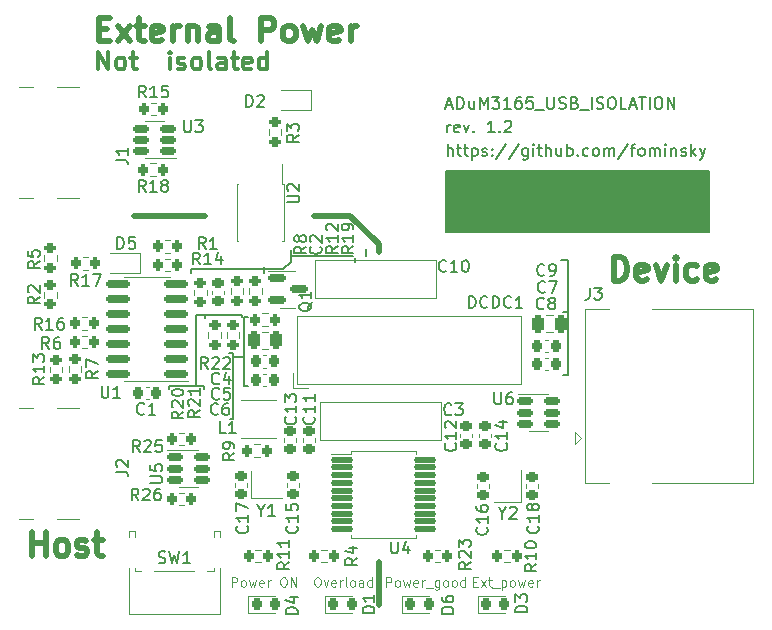
<source format=gbr>
%TF.GenerationSoftware,KiCad,Pcbnew,7.0.9*%
%TF.CreationDate,2023-12-12T13:04:40+02:00*%
%TF.ProjectId,ADuM3165_USB_ISOLATION,4144754d-3331-4363-955f-5553425f4953,rev?*%
%TF.SameCoordinates,Original*%
%TF.FileFunction,Legend,Top*%
%TF.FilePolarity,Positive*%
%FSLAX46Y46*%
G04 Gerber Fmt 4.6, Leading zero omitted, Abs format (unit mm)*
G04 Created by KiCad (PCBNEW 7.0.9) date 2023-12-12 13:04:40*
%MOMM*%
%LPD*%
G01*
G04 APERTURE LIST*
G04 Aperture macros list*
%AMRoundRect*
0 Rectangle with rounded corners*
0 $1 Rounding radius*
0 $2 $3 $4 $5 $6 $7 $8 $9 X,Y pos of 4 corners*
0 Add a 4 corners polygon primitive as box body*
4,1,4,$2,$3,$4,$5,$6,$7,$8,$9,$2,$3,0*
0 Add four circle primitives for the rounded corners*
1,1,$1+$1,$2,$3*
1,1,$1+$1,$4,$5*
1,1,$1+$1,$6,$7*
1,1,$1+$1,$8,$9*
0 Add four rect primitives between the rounded corners*
20,1,$1+$1,$2,$3,$4,$5,0*
20,1,$1+$1,$4,$5,$6,$7,0*
20,1,$1+$1,$6,$7,$8,$9,0*
20,1,$1+$1,$8,$9,$2,$3,0*%
G04 Aperture macros list end*
%ADD10C,0.150000*%
%ADD11C,0.500000*%
%ADD12C,0.125000*%
%ADD13C,0.375000*%
%ADD14C,0.120000*%
%ADD15RoundRect,0.225000X-0.250000X0.225000X-0.250000X-0.225000X0.250000X-0.225000X0.250000X0.225000X0*%
%ADD16C,2.100000*%
%ADD17C,1.750000*%
%ADD18RoundRect,0.225000X0.250000X-0.225000X0.250000X0.225000X-0.250000X0.225000X-0.250000X-0.225000X0*%
%ADD19RoundRect,0.200000X0.275000X-0.200000X0.275000X0.200000X-0.275000X0.200000X-0.275000X-0.200000X0*%
%ADD20R,1.524000X1.524000*%
%ADD21C,1.524000*%
%ADD22C,3.500000*%
%ADD23RoundRect,0.200000X-0.200000X-0.275000X0.200000X-0.275000X0.200000X0.275000X-0.200000X0.275000X0*%
%ADD24RoundRect,0.218750X-0.218750X-0.256250X0.218750X-0.256250X0.218750X0.256250X-0.218750X0.256250X0*%
%ADD25RoundRect,0.150000X-0.512500X-0.150000X0.512500X-0.150000X0.512500X0.150000X-0.512500X0.150000X0*%
%ADD26RoundRect,0.200000X0.200000X0.275000X-0.200000X0.275000X-0.200000X-0.275000X0.200000X-0.275000X0*%
%ADD27C,0.650000*%
%ADD28R,1.150000X0.600000*%
%ADD29R,1.150000X0.300000*%
%ADD30O,2.100000X1.000000*%
%ADD31O,1.800000X1.000000*%
%ADD32C,3.200000*%
%ADD33RoundRect,0.225000X0.225000X0.250000X-0.225000X0.250000X-0.225000X-0.250000X0.225000X-0.250000X0*%
%ADD34RoundRect,0.200000X-0.275000X0.200000X-0.275000X-0.200000X0.275000X-0.200000X0.275000X0.200000X0*%
%ADD35RoundRect,0.150000X-0.587500X-0.150000X0.587500X-0.150000X0.587500X0.150000X-0.587500X0.150000X0*%
%ADD36R,0.900000X0.800000*%
%ADD37C,2.000000*%
%ADD38R,0.600000X0.450000*%
%ADD39R,0.800000X0.900000*%
%ADD40RoundRect,0.250000X0.250000X0.475000X-0.250000X0.475000X-0.250000X-0.475000X0.250000X-0.475000X0*%
%ADD41RoundRect,0.150000X0.512500X0.150000X-0.512500X0.150000X-0.512500X-0.150000X0.512500X-0.150000X0*%
%ADD42RoundRect,0.125000X-0.825000X-0.125000X0.825000X-0.125000X0.825000X0.125000X-0.825000X0.125000X0*%
%ADD43R,1.850000X1.850000*%
%ADD44C,1.850000*%
%ADD45RoundRect,0.225000X-0.225000X-0.250000X0.225000X-0.250000X0.225000X0.250000X-0.225000X0.250000X0*%
%ADD46R,0.640000X2.000000*%
%ADD47R,0.800000X2.700000*%
%ADD48RoundRect,0.150000X0.825000X0.150000X-0.825000X0.150000X-0.825000X-0.150000X0.825000X-0.150000X0*%
G04 APERTURE END LIST*
D10*
X146200000Y-131450000D02*
X145800000Y-131450000D01*
X115500000Y-126350000D02*
X115500000Y-126650000D01*
X118800000Y-132350000D02*
X119100000Y-132350000D01*
D11*
X130200000Y-150950000D02*
X130200000Y-147250000D01*
D10*
X117900000Y-129550000D02*
X117900000Y-135175000D01*
X118800000Y-126550000D02*
X119100000Y-126550000D01*
X118800000Y-126550000D02*
X118800000Y-132350000D01*
X135900000Y-114150000D02*
X158200000Y-114150000D01*
X158200000Y-119350000D01*
X135900000Y-119350000D01*
X135900000Y-114150000D01*
G36*
X135900000Y-114150000D02*
G01*
X158200000Y-114150000D01*
X158200000Y-119350000D01*
X135900000Y-119350000D01*
X135900000Y-114150000D01*
G37*
X128050000Y-121400000D02*
X122800000Y-121400000D01*
X122100000Y-122450000D02*
X114300000Y-122450000D01*
X120497000Y-122323000D02*
X120497000Y-122823000D01*
X114700000Y-126350000D02*
X118600000Y-126350000D01*
X117900000Y-129950000D02*
X118700000Y-129950000D01*
X122800000Y-121900000D02*
X122800000Y-120900000D01*
X112400000Y-132350000D02*
X112400000Y-132650000D01*
X117900000Y-135175000D02*
X117600000Y-135175000D01*
X146200000Y-126100000D02*
X145800000Y-126100000D01*
X118600000Y-126350000D02*
X118600000Y-126550000D01*
X114700000Y-132350000D02*
X114700000Y-126450000D01*
D11*
X127800000Y-117950000D02*
X130200000Y-120350000D01*
D10*
X112400000Y-132350000D02*
X115400000Y-132350000D01*
X146200000Y-121700000D02*
X146200000Y-131450000D01*
X117900000Y-129550000D02*
X117500000Y-129550000D01*
D11*
X130200000Y-121000000D02*
X130200000Y-120450000D01*
D10*
X114700000Y-126450000D02*
X114700000Y-126350000D01*
D11*
X115500000Y-117950000D02*
X109500000Y-117950000D01*
D10*
X122800000Y-121900000D02*
X122100000Y-122450000D01*
X128200000Y-121850000D02*
X128200000Y-121550000D01*
X115400000Y-132350000D02*
X115400000Y-132650000D01*
X145600000Y-121700000D02*
X146200000Y-121700000D01*
D11*
X127700000Y-117950000D02*
X124700000Y-117950000D01*
D10*
X114300000Y-122450000D02*
X114300000Y-122850000D01*
X129150000Y-121350000D02*
X129150000Y-120750000D01*
X135933333Y-108619104D02*
X136409523Y-108619104D01*
X135838095Y-108904819D02*
X136171428Y-107904819D01*
X136171428Y-107904819D02*
X136504761Y-108904819D01*
X136838095Y-108904819D02*
X136838095Y-107904819D01*
X136838095Y-107904819D02*
X137076190Y-107904819D01*
X137076190Y-107904819D02*
X137219047Y-107952438D01*
X137219047Y-107952438D02*
X137314285Y-108047676D01*
X137314285Y-108047676D02*
X137361904Y-108142914D01*
X137361904Y-108142914D02*
X137409523Y-108333390D01*
X137409523Y-108333390D02*
X137409523Y-108476247D01*
X137409523Y-108476247D02*
X137361904Y-108666723D01*
X137361904Y-108666723D02*
X137314285Y-108761961D01*
X137314285Y-108761961D02*
X137219047Y-108857200D01*
X137219047Y-108857200D02*
X137076190Y-108904819D01*
X137076190Y-108904819D02*
X136838095Y-108904819D01*
X138266666Y-108238152D02*
X138266666Y-108904819D01*
X137838095Y-108238152D02*
X137838095Y-108761961D01*
X137838095Y-108761961D02*
X137885714Y-108857200D01*
X137885714Y-108857200D02*
X137980952Y-108904819D01*
X137980952Y-108904819D02*
X138123809Y-108904819D01*
X138123809Y-108904819D02*
X138219047Y-108857200D01*
X138219047Y-108857200D02*
X138266666Y-108809580D01*
X138742857Y-108904819D02*
X138742857Y-107904819D01*
X138742857Y-107904819D02*
X139076190Y-108619104D01*
X139076190Y-108619104D02*
X139409523Y-107904819D01*
X139409523Y-107904819D02*
X139409523Y-108904819D01*
X139790476Y-107904819D02*
X140409523Y-107904819D01*
X140409523Y-107904819D02*
X140076190Y-108285771D01*
X140076190Y-108285771D02*
X140219047Y-108285771D01*
X140219047Y-108285771D02*
X140314285Y-108333390D01*
X140314285Y-108333390D02*
X140361904Y-108381009D01*
X140361904Y-108381009D02*
X140409523Y-108476247D01*
X140409523Y-108476247D02*
X140409523Y-108714342D01*
X140409523Y-108714342D02*
X140361904Y-108809580D01*
X140361904Y-108809580D02*
X140314285Y-108857200D01*
X140314285Y-108857200D02*
X140219047Y-108904819D01*
X140219047Y-108904819D02*
X139933333Y-108904819D01*
X139933333Y-108904819D02*
X139838095Y-108857200D01*
X139838095Y-108857200D02*
X139790476Y-108809580D01*
X141361904Y-108904819D02*
X140790476Y-108904819D01*
X141076190Y-108904819D02*
X141076190Y-107904819D01*
X141076190Y-107904819D02*
X140980952Y-108047676D01*
X140980952Y-108047676D02*
X140885714Y-108142914D01*
X140885714Y-108142914D02*
X140790476Y-108190533D01*
X142219047Y-107904819D02*
X142028571Y-107904819D01*
X142028571Y-107904819D02*
X141933333Y-107952438D01*
X141933333Y-107952438D02*
X141885714Y-108000057D01*
X141885714Y-108000057D02*
X141790476Y-108142914D01*
X141790476Y-108142914D02*
X141742857Y-108333390D01*
X141742857Y-108333390D02*
X141742857Y-108714342D01*
X141742857Y-108714342D02*
X141790476Y-108809580D01*
X141790476Y-108809580D02*
X141838095Y-108857200D01*
X141838095Y-108857200D02*
X141933333Y-108904819D01*
X141933333Y-108904819D02*
X142123809Y-108904819D01*
X142123809Y-108904819D02*
X142219047Y-108857200D01*
X142219047Y-108857200D02*
X142266666Y-108809580D01*
X142266666Y-108809580D02*
X142314285Y-108714342D01*
X142314285Y-108714342D02*
X142314285Y-108476247D01*
X142314285Y-108476247D02*
X142266666Y-108381009D01*
X142266666Y-108381009D02*
X142219047Y-108333390D01*
X142219047Y-108333390D02*
X142123809Y-108285771D01*
X142123809Y-108285771D02*
X141933333Y-108285771D01*
X141933333Y-108285771D02*
X141838095Y-108333390D01*
X141838095Y-108333390D02*
X141790476Y-108381009D01*
X141790476Y-108381009D02*
X141742857Y-108476247D01*
X143219047Y-107904819D02*
X142742857Y-107904819D01*
X142742857Y-107904819D02*
X142695238Y-108381009D01*
X142695238Y-108381009D02*
X142742857Y-108333390D01*
X142742857Y-108333390D02*
X142838095Y-108285771D01*
X142838095Y-108285771D02*
X143076190Y-108285771D01*
X143076190Y-108285771D02*
X143171428Y-108333390D01*
X143171428Y-108333390D02*
X143219047Y-108381009D01*
X143219047Y-108381009D02*
X143266666Y-108476247D01*
X143266666Y-108476247D02*
X143266666Y-108714342D01*
X143266666Y-108714342D02*
X143219047Y-108809580D01*
X143219047Y-108809580D02*
X143171428Y-108857200D01*
X143171428Y-108857200D02*
X143076190Y-108904819D01*
X143076190Y-108904819D02*
X142838095Y-108904819D01*
X142838095Y-108904819D02*
X142742857Y-108857200D01*
X142742857Y-108857200D02*
X142695238Y-108809580D01*
X143457143Y-109000057D02*
X144219047Y-109000057D01*
X144457143Y-107904819D02*
X144457143Y-108714342D01*
X144457143Y-108714342D02*
X144504762Y-108809580D01*
X144504762Y-108809580D02*
X144552381Y-108857200D01*
X144552381Y-108857200D02*
X144647619Y-108904819D01*
X144647619Y-108904819D02*
X144838095Y-108904819D01*
X144838095Y-108904819D02*
X144933333Y-108857200D01*
X144933333Y-108857200D02*
X144980952Y-108809580D01*
X144980952Y-108809580D02*
X145028571Y-108714342D01*
X145028571Y-108714342D02*
X145028571Y-107904819D01*
X145457143Y-108857200D02*
X145600000Y-108904819D01*
X145600000Y-108904819D02*
X145838095Y-108904819D01*
X145838095Y-108904819D02*
X145933333Y-108857200D01*
X145933333Y-108857200D02*
X145980952Y-108809580D01*
X145980952Y-108809580D02*
X146028571Y-108714342D01*
X146028571Y-108714342D02*
X146028571Y-108619104D01*
X146028571Y-108619104D02*
X145980952Y-108523866D01*
X145980952Y-108523866D02*
X145933333Y-108476247D01*
X145933333Y-108476247D02*
X145838095Y-108428628D01*
X145838095Y-108428628D02*
X145647619Y-108381009D01*
X145647619Y-108381009D02*
X145552381Y-108333390D01*
X145552381Y-108333390D02*
X145504762Y-108285771D01*
X145504762Y-108285771D02*
X145457143Y-108190533D01*
X145457143Y-108190533D02*
X145457143Y-108095295D01*
X145457143Y-108095295D02*
X145504762Y-108000057D01*
X145504762Y-108000057D02*
X145552381Y-107952438D01*
X145552381Y-107952438D02*
X145647619Y-107904819D01*
X145647619Y-107904819D02*
X145885714Y-107904819D01*
X145885714Y-107904819D02*
X146028571Y-107952438D01*
X146790476Y-108381009D02*
X146933333Y-108428628D01*
X146933333Y-108428628D02*
X146980952Y-108476247D01*
X146980952Y-108476247D02*
X147028571Y-108571485D01*
X147028571Y-108571485D02*
X147028571Y-108714342D01*
X147028571Y-108714342D02*
X146980952Y-108809580D01*
X146980952Y-108809580D02*
X146933333Y-108857200D01*
X146933333Y-108857200D02*
X146838095Y-108904819D01*
X146838095Y-108904819D02*
X146457143Y-108904819D01*
X146457143Y-108904819D02*
X146457143Y-107904819D01*
X146457143Y-107904819D02*
X146790476Y-107904819D01*
X146790476Y-107904819D02*
X146885714Y-107952438D01*
X146885714Y-107952438D02*
X146933333Y-108000057D01*
X146933333Y-108000057D02*
X146980952Y-108095295D01*
X146980952Y-108095295D02*
X146980952Y-108190533D01*
X146980952Y-108190533D02*
X146933333Y-108285771D01*
X146933333Y-108285771D02*
X146885714Y-108333390D01*
X146885714Y-108333390D02*
X146790476Y-108381009D01*
X146790476Y-108381009D02*
X146457143Y-108381009D01*
X147219048Y-109000057D02*
X147980952Y-109000057D01*
X148219048Y-108904819D02*
X148219048Y-107904819D01*
X148647619Y-108857200D02*
X148790476Y-108904819D01*
X148790476Y-108904819D02*
X149028571Y-108904819D01*
X149028571Y-108904819D02*
X149123809Y-108857200D01*
X149123809Y-108857200D02*
X149171428Y-108809580D01*
X149171428Y-108809580D02*
X149219047Y-108714342D01*
X149219047Y-108714342D02*
X149219047Y-108619104D01*
X149219047Y-108619104D02*
X149171428Y-108523866D01*
X149171428Y-108523866D02*
X149123809Y-108476247D01*
X149123809Y-108476247D02*
X149028571Y-108428628D01*
X149028571Y-108428628D02*
X148838095Y-108381009D01*
X148838095Y-108381009D02*
X148742857Y-108333390D01*
X148742857Y-108333390D02*
X148695238Y-108285771D01*
X148695238Y-108285771D02*
X148647619Y-108190533D01*
X148647619Y-108190533D02*
X148647619Y-108095295D01*
X148647619Y-108095295D02*
X148695238Y-108000057D01*
X148695238Y-108000057D02*
X148742857Y-107952438D01*
X148742857Y-107952438D02*
X148838095Y-107904819D01*
X148838095Y-107904819D02*
X149076190Y-107904819D01*
X149076190Y-107904819D02*
X149219047Y-107952438D01*
X149838095Y-107904819D02*
X150028571Y-107904819D01*
X150028571Y-107904819D02*
X150123809Y-107952438D01*
X150123809Y-107952438D02*
X150219047Y-108047676D01*
X150219047Y-108047676D02*
X150266666Y-108238152D01*
X150266666Y-108238152D02*
X150266666Y-108571485D01*
X150266666Y-108571485D02*
X150219047Y-108761961D01*
X150219047Y-108761961D02*
X150123809Y-108857200D01*
X150123809Y-108857200D02*
X150028571Y-108904819D01*
X150028571Y-108904819D02*
X149838095Y-108904819D01*
X149838095Y-108904819D02*
X149742857Y-108857200D01*
X149742857Y-108857200D02*
X149647619Y-108761961D01*
X149647619Y-108761961D02*
X149600000Y-108571485D01*
X149600000Y-108571485D02*
X149600000Y-108238152D01*
X149600000Y-108238152D02*
X149647619Y-108047676D01*
X149647619Y-108047676D02*
X149742857Y-107952438D01*
X149742857Y-107952438D02*
X149838095Y-107904819D01*
X151171428Y-108904819D02*
X150695238Y-108904819D01*
X150695238Y-108904819D02*
X150695238Y-107904819D01*
X151457143Y-108619104D02*
X151933333Y-108619104D01*
X151361905Y-108904819D02*
X151695238Y-107904819D01*
X151695238Y-107904819D02*
X152028571Y-108904819D01*
X152219048Y-107904819D02*
X152790476Y-107904819D01*
X152504762Y-108904819D02*
X152504762Y-107904819D01*
X153123810Y-108904819D02*
X153123810Y-107904819D01*
X153790476Y-107904819D02*
X153980952Y-107904819D01*
X153980952Y-107904819D02*
X154076190Y-107952438D01*
X154076190Y-107952438D02*
X154171428Y-108047676D01*
X154171428Y-108047676D02*
X154219047Y-108238152D01*
X154219047Y-108238152D02*
X154219047Y-108571485D01*
X154219047Y-108571485D02*
X154171428Y-108761961D01*
X154171428Y-108761961D02*
X154076190Y-108857200D01*
X154076190Y-108857200D02*
X153980952Y-108904819D01*
X153980952Y-108904819D02*
X153790476Y-108904819D01*
X153790476Y-108904819D02*
X153695238Y-108857200D01*
X153695238Y-108857200D02*
X153600000Y-108761961D01*
X153600000Y-108761961D02*
X153552381Y-108571485D01*
X153552381Y-108571485D02*
X153552381Y-108238152D01*
X153552381Y-108238152D02*
X153600000Y-108047676D01*
X153600000Y-108047676D02*
X153695238Y-107952438D01*
X153695238Y-107952438D02*
X153790476Y-107904819D01*
X154647619Y-108904819D02*
X154647619Y-107904819D01*
X154647619Y-107904819D02*
X155219047Y-108904819D01*
X155219047Y-108904819D02*
X155219047Y-107904819D01*
D11*
X100842857Y-146749238D02*
X100842857Y-144749238D01*
X100842857Y-145701619D02*
X101985714Y-145701619D01*
X101985714Y-146749238D02*
X101985714Y-144749238D01*
X103223809Y-146749238D02*
X103033333Y-146654000D01*
X103033333Y-146654000D02*
X102938095Y-146558761D01*
X102938095Y-146558761D02*
X102842857Y-146368285D01*
X102842857Y-146368285D02*
X102842857Y-145796857D01*
X102842857Y-145796857D02*
X102938095Y-145606380D01*
X102938095Y-145606380D02*
X103033333Y-145511142D01*
X103033333Y-145511142D02*
X103223809Y-145415904D01*
X103223809Y-145415904D02*
X103509524Y-145415904D01*
X103509524Y-145415904D02*
X103700000Y-145511142D01*
X103700000Y-145511142D02*
X103795238Y-145606380D01*
X103795238Y-145606380D02*
X103890476Y-145796857D01*
X103890476Y-145796857D02*
X103890476Y-146368285D01*
X103890476Y-146368285D02*
X103795238Y-146558761D01*
X103795238Y-146558761D02*
X103700000Y-146654000D01*
X103700000Y-146654000D02*
X103509524Y-146749238D01*
X103509524Y-146749238D02*
X103223809Y-146749238D01*
X104652381Y-146654000D02*
X104842857Y-146749238D01*
X104842857Y-146749238D02*
X105223809Y-146749238D01*
X105223809Y-146749238D02*
X105414286Y-146654000D01*
X105414286Y-146654000D02*
X105509524Y-146463523D01*
X105509524Y-146463523D02*
X105509524Y-146368285D01*
X105509524Y-146368285D02*
X105414286Y-146177809D01*
X105414286Y-146177809D02*
X105223809Y-146082571D01*
X105223809Y-146082571D02*
X104938095Y-146082571D01*
X104938095Y-146082571D02*
X104747619Y-145987333D01*
X104747619Y-145987333D02*
X104652381Y-145796857D01*
X104652381Y-145796857D02*
X104652381Y-145701619D01*
X104652381Y-145701619D02*
X104747619Y-145511142D01*
X104747619Y-145511142D02*
X104938095Y-145415904D01*
X104938095Y-145415904D02*
X105223809Y-145415904D01*
X105223809Y-145415904D02*
X105414286Y-145511142D01*
X106080953Y-145415904D02*
X106842857Y-145415904D01*
X106366667Y-144749238D02*
X106366667Y-146463523D01*
X106366667Y-146463523D02*
X106461905Y-146654000D01*
X106461905Y-146654000D02*
X106652381Y-146749238D01*
X106652381Y-146749238D02*
X106842857Y-146749238D01*
D12*
X138188095Y-148944547D02*
X138454761Y-148944547D01*
X138569047Y-149363595D02*
X138188095Y-149363595D01*
X138188095Y-149363595D02*
X138188095Y-148563595D01*
X138188095Y-148563595D02*
X138569047Y-148563595D01*
X138835714Y-149363595D02*
X139254762Y-148830261D01*
X138835714Y-148830261D02*
X139254762Y-149363595D01*
X139445238Y-148830261D02*
X139750000Y-148830261D01*
X139559524Y-148563595D02*
X139559524Y-149249309D01*
X139559524Y-149249309D02*
X139597619Y-149325500D01*
X139597619Y-149325500D02*
X139673809Y-149363595D01*
X139673809Y-149363595D02*
X139750000Y-149363595D01*
X139826191Y-149439785D02*
X140435714Y-149439785D01*
X140626191Y-148830261D02*
X140626191Y-149630261D01*
X140626191Y-148868357D02*
X140702381Y-148830261D01*
X140702381Y-148830261D02*
X140854762Y-148830261D01*
X140854762Y-148830261D02*
X140930953Y-148868357D01*
X140930953Y-148868357D02*
X140969048Y-148906452D01*
X140969048Y-148906452D02*
X141007143Y-148982642D01*
X141007143Y-148982642D02*
X141007143Y-149211214D01*
X141007143Y-149211214D02*
X140969048Y-149287404D01*
X140969048Y-149287404D02*
X140930953Y-149325500D01*
X140930953Y-149325500D02*
X140854762Y-149363595D01*
X140854762Y-149363595D02*
X140702381Y-149363595D01*
X140702381Y-149363595D02*
X140626191Y-149325500D01*
X141464286Y-149363595D02*
X141388096Y-149325500D01*
X141388096Y-149325500D02*
X141350001Y-149287404D01*
X141350001Y-149287404D02*
X141311905Y-149211214D01*
X141311905Y-149211214D02*
X141311905Y-148982642D01*
X141311905Y-148982642D02*
X141350001Y-148906452D01*
X141350001Y-148906452D02*
X141388096Y-148868357D01*
X141388096Y-148868357D02*
X141464286Y-148830261D01*
X141464286Y-148830261D02*
X141578572Y-148830261D01*
X141578572Y-148830261D02*
X141654763Y-148868357D01*
X141654763Y-148868357D02*
X141692858Y-148906452D01*
X141692858Y-148906452D02*
X141730953Y-148982642D01*
X141730953Y-148982642D02*
X141730953Y-149211214D01*
X141730953Y-149211214D02*
X141692858Y-149287404D01*
X141692858Y-149287404D02*
X141654763Y-149325500D01*
X141654763Y-149325500D02*
X141578572Y-149363595D01*
X141578572Y-149363595D02*
X141464286Y-149363595D01*
X141997620Y-148830261D02*
X142150001Y-149363595D01*
X142150001Y-149363595D02*
X142302382Y-148982642D01*
X142302382Y-148982642D02*
X142454763Y-149363595D01*
X142454763Y-149363595D02*
X142607144Y-148830261D01*
X143216668Y-149325500D02*
X143140477Y-149363595D01*
X143140477Y-149363595D02*
X142988096Y-149363595D01*
X142988096Y-149363595D02*
X142911906Y-149325500D01*
X142911906Y-149325500D02*
X142873810Y-149249309D01*
X142873810Y-149249309D02*
X142873810Y-148944547D01*
X142873810Y-148944547D02*
X142911906Y-148868357D01*
X142911906Y-148868357D02*
X142988096Y-148830261D01*
X142988096Y-148830261D02*
X143140477Y-148830261D01*
X143140477Y-148830261D02*
X143216668Y-148868357D01*
X143216668Y-148868357D02*
X143254763Y-148944547D01*
X143254763Y-148944547D02*
X143254763Y-149020738D01*
X143254763Y-149020738D02*
X142873810Y-149096928D01*
X143597620Y-149363595D02*
X143597620Y-148830261D01*
X143597620Y-148982642D02*
X143635715Y-148906452D01*
X143635715Y-148906452D02*
X143673810Y-148868357D01*
X143673810Y-148868357D02*
X143750001Y-148830261D01*
X143750001Y-148830261D02*
X143826191Y-148830261D01*
D10*
X136042857Y-112904819D02*
X136042857Y-111904819D01*
X136471428Y-112904819D02*
X136471428Y-112381009D01*
X136471428Y-112381009D02*
X136423809Y-112285771D01*
X136423809Y-112285771D02*
X136328571Y-112238152D01*
X136328571Y-112238152D02*
X136185714Y-112238152D01*
X136185714Y-112238152D02*
X136090476Y-112285771D01*
X136090476Y-112285771D02*
X136042857Y-112333390D01*
X136804762Y-112238152D02*
X137185714Y-112238152D01*
X136947619Y-111904819D02*
X136947619Y-112761961D01*
X136947619Y-112761961D02*
X136995238Y-112857200D01*
X136995238Y-112857200D02*
X137090476Y-112904819D01*
X137090476Y-112904819D02*
X137185714Y-112904819D01*
X137376191Y-112238152D02*
X137757143Y-112238152D01*
X137519048Y-111904819D02*
X137519048Y-112761961D01*
X137519048Y-112761961D02*
X137566667Y-112857200D01*
X137566667Y-112857200D02*
X137661905Y-112904819D01*
X137661905Y-112904819D02*
X137757143Y-112904819D01*
X138090477Y-112238152D02*
X138090477Y-113238152D01*
X138090477Y-112285771D02*
X138185715Y-112238152D01*
X138185715Y-112238152D02*
X138376191Y-112238152D01*
X138376191Y-112238152D02*
X138471429Y-112285771D01*
X138471429Y-112285771D02*
X138519048Y-112333390D01*
X138519048Y-112333390D02*
X138566667Y-112428628D01*
X138566667Y-112428628D02*
X138566667Y-112714342D01*
X138566667Y-112714342D02*
X138519048Y-112809580D01*
X138519048Y-112809580D02*
X138471429Y-112857200D01*
X138471429Y-112857200D02*
X138376191Y-112904819D01*
X138376191Y-112904819D02*
X138185715Y-112904819D01*
X138185715Y-112904819D02*
X138090477Y-112857200D01*
X138947620Y-112857200D02*
X139042858Y-112904819D01*
X139042858Y-112904819D02*
X139233334Y-112904819D01*
X139233334Y-112904819D02*
X139328572Y-112857200D01*
X139328572Y-112857200D02*
X139376191Y-112761961D01*
X139376191Y-112761961D02*
X139376191Y-112714342D01*
X139376191Y-112714342D02*
X139328572Y-112619104D01*
X139328572Y-112619104D02*
X139233334Y-112571485D01*
X139233334Y-112571485D02*
X139090477Y-112571485D01*
X139090477Y-112571485D02*
X138995239Y-112523866D01*
X138995239Y-112523866D02*
X138947620Y-112428628D01*
X138947620Y-112428628D02*
X138947620Y-112381009D01*
X138947620Y-112381009D02*
X138995239Y-112285771D01*
X138995239Y-112285771D02*
X139090477Y-112238152D01*
X139090477Y-112238152D02*
X139233334Y-112238152D01*
X139233334Y-112238152D02*
X139328572Y-112285771D01*
X139804763Y-112809580D02*
X139852382Y-112857200D01*
X139852382Y-112857200D02*
X139804763Y-112904819D01*
X139804763Y-112904819D02*
X139757144Y-112857200D01*
X139757144Y-112857200D02*
X139804763Y-112809580D01*
X139804763Y-112809580D02*
X139804763Y-112904819D01*
X139804763Y-112285771D02*
X139852382Y-112333390D01*
X139852382Y-112333390D02*
X139804763Y-112381009D01*
X139804763Y-112381009D02*
X139757144Y-112333390D01*
X139757144Y-112333390D02*
X139804763Y-112285771D01*
X139804763Y-112285771D02*
X139804763Y-112381009D01*
X140995238Y-111857200D02*
X140138096Y-113142914D01*
X142042857Y-111857200D02*
X141185715Y-113142914D01*
X142804762Y-112238152D02*
X142804762Y-113047676D01*
X142804762Y-113047676D02*
X142757143Y-113142914D01*
X142757143Y-113142914D02*
X142709524Y-113190533D01*
X142709524Y-113190533D02*
X142614286Y-113238152D01*
X142614286Y-113238152D02*
X142471429Y-113238152D01*
X142471429Y-113238152D02*
X142376191Y-113190533D01*
X142804762Y-112857200D02*
X142709524Y-112904819D01*
X142709524Y-112904819D02*
X142519048Y-112904819D01*
X142519048Y-112904819D02*
X142423810Y-112857200D01*
X142423810Y-112857200D02*
X142376191Y-112809580D01*
X142376191Y-112809580D02*
X142328572Y-112714342D01*
X142328572Y-112714342D02*
X142328572Y-112428628D01*
X142328572Y-112428628D02*
X142376191Y-112333390D01*
X142376191Y-112333390D02*
X142423810Y-112285771D01*
X142423810Y-112285771D02*
X142519048Y-112238152D01*
X142519048Y-112238152D02*
X142709524Y-112238152D01*
X142709524Y-112238152D02*
X142804762Y-112285771D01*
X143280953Y-112904819D02*
X143280953Y-112238152D01*
X143280953Y-111904819D02*
X143233334Y-111952438D01*
X143233334Y-111952438D02*
X143280953Y-112000057D01*
X143280953Y-112000057D02*
X143328572Y-111952438D01*
X143328572Y-111952438D02*
X143280953Y-111904819D01*
X143280953Y-111904819D02*
X143280953Y-112000057D01*
X143614286Y-112238152D02*
X143995238Y-112238152D01*
X143757143Y-111904819D02*
X143757143Y-112761961D01*
X143757143Y-112761961D02*
X143804762Y-112857200D01*
X143804762Y-112857200D02*
X143900000Y-112904819D01*
X143900000Y-112904819D02*
X143995238Y-112904819D01*
X144328572Y-112904819D02*
X144328572Y-111904819D01*
X144757143Y-112904819D02*
X144757143Y-112381009D01*
X144757143Y-112381009D02*
X144709524Y-112285771D01*
X144709524Y-112285771D02*
X144614286Y-112238152D01*
X144614286Y-112238152D02*
X144471429Y-112238152D01*
X144471429Y-112238152D02*
X144376191Y-112285771D01*
X144376191Y-112285771D02*
X144328572Y-112333390D01*
X145661905Y-112238152D02*
X145661905Y-112904819D01*
X145233334Y-112238152D02*
X145233334Y-112761961D01*
X145233334Y-112761961D02*
X145280953Y-112857200D01*
X145280953Y-112857200D02*
X145376191Y-112904819D01*
X145376191Y-112904819D02*
X145519048Y-112904819D01*
X145519048Y-112904819D02*
X145614286Y-112857200D01*
X145614286Y-112857200D02*
X145661905Y-112809580D01*
X146138096Y-112904819D02*
X146138096Y-111904819D01*
X146138096Y-112285771D02*
X146233334Y-112238152D01*
X146233334Y-112238152D02*
X146423810Y-112238152D01*
X146423810Y-112238152D02*
X146519048Y-112285771D01*
X146519048Y-112285771D02*
X146566667Y-112333390D01*
X146566667Y-112333390D02*
X146614286Y-112428628D01*
X146614286Y-112428628D02*
X146614286Y-112714342D01*
X146614286Y-112714342D02*
X146566667Y-112809580D01*
X146566667Y-112809580D02*
X146519048Y-112857200D01*
X146519048Y-112857200D02*
X146423810Y-112904819D01*
X146423810Y-112904819D02*
X146233334Y-112904819D01*
X146233334Y-112904819D02*
X146138096Y-112857200D01*
X147042858Y-112809580D02*
X147090477Y-112857200D01*
X147090477Y-112857200D02*
X147042858Y-112904819D01*
X147042858Y-112904819D02*
X146995239Y-112857200D01*
X146995239Y-112857200D02*
X147042858Y-112809580D01*
X147042858Y-112809580D02*
X147042858Y-112904819D01*
X147947619Y-112857200D02*
X147852381Y-112904819D01*
X147852381Y-112904819D02*
X147661905Y-112904819D01*
X147661905Y-112904819D02*
X147566667Y-112857200D01*
X147566667Y-112857200D02*
X147519048Y-112809580D01*
X147519048Y-112809580D02*
X147471429Y-112714342D01*
X147471429Y-112714342D02*
X147471429Y-112428628D01*
X147471429Y-112428628D02*
X147519048Y-112333390D01*
X147519048Y-112333390D02*
X147566667Y-112285771D01*
X147566667Y-112285771D02*
X147661905Y-112238152D01*
X147661905Y-112238152D02*
X147852381Y-112238152D01*
X147852381Y-112238152D02*
X147947619Y-112285771D01*
X148519048Y-112904819D02*
X148423810Y-112857200D01*
X148423810Y-112857200D02*
X148376191Y-112809580D01*
X148376191Y-112809580D02*
X148328572Y-112714342D01*
X148328572Y-112714342D02*
X148328572Y-112428628D01*
X148328572Y-112428628D02*
X148376191Y-112333390D01*
X148376191Y-112333390D02*
X148423810Y-112285771D01*
X148423810Y-112285771D02*
X148519048Y-112238152D01*
X148519048Y-112238152D02*
X148661905Y-112238152D01*
X148661905Y-112238152D02*
X148757143Y-112285771D01*
X148757143Y-112285771D02*
X148804762Y-112333390D01*
X148804762Y-112333390D02*
X148852381Y-112428628D01*
X148852381Y-112428628D02*
X148852381Y-112714342D01*
X148852381Y-112714342D02*
X148804762Y-112809580D01*
X148804762Y-112809580D02*
X148757143Y-112857200D01*
X148757143Y-112857200D02*
X148661905Y-112904819D01*
X148661905Y-112904819D02*
X148519048Y-112904819D01*
X149280953Y-112904819D02*
X149280953Y-112238152D01*
X149280953Y-112333390D02*
X149328572Y-112285771D01*
X149328572Y-112285771D02*
X149423810Y-112238152D01*
X149423810Y-112238152D02*
X149566667Y-112238152D01*
X149566667Y-112238152D02*
X149661905Y-112285771D01*
X149661905Y-112285771D02*
X149709524Y-112381009D01*
X149709524Y-112381009D02*
X149709524Y-112904819D01*
X149709524Y-112381009D02*
X149757143Y-112285771D01*
X149757143Y-112285771D02*
X149852381Y-112238152D01*
X149852381Y-112238152D02*
X149995238Y-112238152D01*
X149995238Y-112238152D02*
X150090477Y-112285771D01*
X150090477Y-112285771D02*
X150138096Y-112381009D01*
X150138096Y-112381009D02*
X150138096Y-112904819D01*
X151328571Y-111857200D02*
X150471429Y-113142914D01*
X151519048Y-112238152D02*
X151900000Y-112238152D01*
X151661905Y-112904819D02*
X151661905Y-112047676D01*
X151661905Y-112047676D02*
X151709524Y-111952438D01*
X151709524Y-111952438D02*
X151804762Y-111904819D01*
X151804762Y-111904819D02*
X151900000Y-111904819D01*
X152376191Y-112904819D02*
X152280953Y-112857200D01*
X152280953Y-112857200D02*
X152233334Y-112809580D01*
X152233334Y-112809580D02*
X152185715Y-112714342D01*
X152185715Y-112714342D02*
X152185715Y-112428628D01*
X152185715Y-112428628D02*
X152233334Y-112333390D01*
X152233334Y-112333390D02*
X152280953Y-112285771D01*
X152280953Y-112285771D02*
X152376191Y-112238152D01*
X152376191Y-112238152D02*
X152519048Y-112238152D01*
X152519048Y-112238152D02*
X152614286Y-112285771D01*
X152614286Y-112285771D02*
X152661905Y-112333390D01*
X152661905Y-112333390D02*
X152709524Y-112428628D01*
X152709524Y-112428628D02*
X152709524Y-112714342D01*
X152709524Y-112714342D02*
X152661905Y-112809580D01*
X152661905Y-112809580D02*
X152614286Y-112857200D01*
X152614286Y-112857200D02*
X152519048Y-112904819D01*
X152519048Y-112904819D02*
X152376191Y-112904819D01*
X153138096Y-112904819D02*
X153138096Y-112238152D01*
X153138096Y-112333390D02*
X153185715Y-112285771D01*
X153185715Y-112285771D02*
X153280953Y-112238152D01*
X153280953Y-112238152D02*
X153423810Y-112238152D01*
X153423810Y-112238152D02*
X153519048Y-112285771D01*
X153519048Y-112285771D02*
X153566667Y-112381009D01*
X153566667Y-112381009D02*
X153566667Y-112904819D01*
X153566667Y-112381009D02*
X153614286Y-112285771D01*
X153614286Y-112285771D02*
X153709524Y-112238152D01*
X153709524Y-112238152D02*
X153852381Y-112238152D01*
X153852381Y-112238152D02*
X153947620Y-112285771D01*
X153947620Y-112285771D02*
X153995239Y-112381009D01*
X153995239Y-112381009D02*
X153995239Y-112904819D01*
X154471429Y-112904819D02*
X154471429Y-112238152D01*
X154471429Y-111904819D02*
X154423810Y-111952438D01*
X154423810Y-111952438D02*
X154471429Y-112000057D01*
X154471429Y-112000057D02*
X154519048Y-111952438D01*
X154519048Y-111952438D02*
X154471429Y-111904819D01*
X154471429Y-111904819D02*
X154471429Y-112000057D01*
X154947619Y-112238152D02*
X154947619Y-112904819D01*
X154947619Y-112333390D02*
X154995238Y-112285771D01*
X154995238Y-112285771D02*
X155090476Y-112238152D01*
X155090476Y-112238152D02*
X155233333Y-112238152D01*
X155233333Y-112238152D02*
X155328571Y-112285771D01*
X155328571Y-112285771D02*
X155376190Y-112381009D01*
X155376190Y-112381009D02*
X155376190Y-112904819D01*
X155804762Y-112857200D02*
X155900000Y-112904819D01*
X155900000Y-112904819D02*
X156090476Y-112904819D01*
X156090476Y-112904819D02*
X156185714Y-112857200D01*
X156185714Y-112857200D02*
X156233333Y-112761961D01*
X156233333Y-112761961D02*
X156233333Y-112714342D01*
X156233333Y-112714342D02*
X156185714Y-112619104D01*
X156185714Y-112619104D02*
X156090476Y-112571485D01*
X156090476Y-112571485D02*
X155947619Y-112571485D01*
X155947619Y-112571485D02*
X155852381Y-112523866D01*
X155852381Y-112523866D02*
X155804762Y-112428628D01*
X155804762Y-112428628D02*
X155804762Y-112381009D01*
X155804762Y-112381009D02*
X155852381Y-112285771D01*
X155852381Y-112285771D02*
X155947619Y-112238152D01*
X155947619Y-112238152D02*
X156090476Y-112238152D01*
X156090476Y-112238152D02*
X156185714Y-112285771D01*
X156661905Y-112904819D02*
X156661905Y-111904819D01*
X156757143Y-112523866D02*
X157042857Y-112904819D01*
X157042857Y-112238152D02*
X156661905Y-112619104D01*
X157376191Y-112238152D02*
X157614286Y-112904819D01*
X157852381Y-112238152D02*
X157614286Y-112904819D01*
X157614286Y-112904819D02*
X157519048Y-113142914D01*
X157519048Y-113142914D02*
X157471429Y-113190533D01*
X157471429Y-113190533D02*
X157376191Y-113238152D01*
D11*
X106490475Y-102151619D02*
X107157142Y-102151619D01*
X107442856Y-103199238D02*
X106490475Y-103199238D01*
X106490475Y-103199238D02*
X106490475Y-101199238D01*
X106490475Y-101199238D02*
X107442856Y-101199238D01*
X108109523Y-103199238D02*
X109157142Y-101865904D01*
X108109523Y-101865904D02*
X109157142Y-103199238D01*
X109633333Y-101865904D02*
X110395237Y-101865904D01*
X109919047Y-101199238D02*
X109919047Y-102913523D01*
X109919047Y-102913523D02*
X110014285Y-103104000D01*
X110014285Y-103104000D02*
X110204761Y-103199238D01*
X110204761Y-103199238D02*
X110395237Y-103199238D01*
X111823809Y-103104000D02*
X111633333Y-103199238D01*
X111633333Y-103199238D02*
X111252380Y-103199238D01*
X111252380Y-103199238D02*
X111061904Y-103104000D01*
X111061904Y-103104000D02*
X110966666Y-102913523D01*
X110966666Y-102913523D02*
X110966666Y-102151619D01*
X110966666Y-102151619D02*
X111061904Y-101961142D01*
X111061904Y-101961142D02*
X111252380Y-101865904D01*
X111252380Y-101865904D02*
X111633333Y-101865904D01*
X111633333Y-101865904D02*
X111823809Y-101961142D01*
X111823809Y-101961142D02*
X111919047Y-102151619D01*
X111919047Y-102151619D02*
X111919047Y-102342095D01*
X111919047Y-102342095D02*
X110966666Y-102532571D01*
X112776190Y-103199238D02*
X112776190Y-101865904D01*
X112776190Y-102246857D02*
X112871428Y-102056380D01*
X112871428Y-102056380D02*
X112966666Y-101961142D01*
X112966666Y-101961142D02*
X113157142Y-101865904D01*
X113157142Y-101865904D02*
X113347619Y-101865904D01*
X114014285Y-101865904D02*
X114014285Y-103199238D01*
X114014285Y-102056380D02*
X114109523Y-101961142D01*
X114109523Y-101961142D02*
X114299999Y-101865904D01*
X114299999Y-101865904D02*
X114585714Y-101865904D01*
X114585714Y-101865904D02*
X114776190Y-101961142D01*
X114776190Y-101961142D02*
X114871428Y-102151619D01*
X114871428Y-102151619D02*
X114871428Y-103199238D01*
X116680952Y-103199238D02*
X116680952Y-102151619D01*
X116680952Y-102151619D02*
X116585714Y-101961142D01*
X116585714Y-101961142D02*
X116395238Y-101865904D01*
X116395238Y-101865904D02*
X116014285Y-101865904D01*
X116014285Y-101865904D02*
X115823809Y-101961142D01*
X116680952Y-103104000D02*
X116490476Y-103199238D01*
X116490476Y-103199238D02*
X116014285Y-103199238D01*
X116014285Y-103199238D02*
X115823809Y-103104000D01*
X115823809Y-103104000D02*
X115728571Y-102913523D01*
X115728571Y-102913523D02*
X115728571Y-102723047D01*
X115728571Y-102723047D02*
X115823809Y-102532571D01*
X115823809Y-102532571D02*
X116014285Y-102437333D01*
X116014285Y-102437333D02*
X116490476Y-102437333D01*
X116490476Y-102437333D02*
X116680952Y-102342095D01*
X117919047Y-103199238D02*
X117728571Y-103104000D01*
X117728571Y-103104000D02*
X117633333Y-102913523D01*
X117633333Y-102913523D02*
X117633333Y-101199238D01*
X120204762Y-103199238D02*
X120204762Y-101199238D01*
X120204762Y-101199238D02*
X120966667Y-101199238D01*
X120966667Y-101199238D02*
X121157143Y-101294476D01*
X121157143Y-101294476D02*
X121252381Y-101389714D01*
X121252381Y-101389714D02*
X121347619Y-101580190D01*
X121347619Y-101580190D02*
X121347619Y-101865904D01*
X121347619Y-101865904D02*
X121252381Y-102056380D01*
X121252381Y-102056380D02*
X121157143Y-102151619D01*
X121157143Y-102151619D02*
X120966667Y-102246857D01*
X120966667Y-102246857D02*
X120204762Y-102246857D01*
X122490476Y-103199238D02*
X122300000Y-103104000D01*
X122300000Y-103104000D02*
X122204762Y-103008761D01*
X122204762Y-103008761D02*
X122109524Y-102818285D01*
X122109524Y-102818285D02*
X122109524Y-102246857D01*
X122109524Y-102246857D02*
X122204762Y-102056380D01*
X122204762Y-102056380D02*
X122300000Y-101961142D01*
X122300000Y-101961142D02*
X122490476Y-101865904D01*
X122490476Y-101865904D02*
X122776191Y-101865904D01*
X122776191Y-101865904D02*
X122966667Y-101961142D01*
X122966667Y-101961142D02*
X123061905Y-102056380D01*
X123061905Y-102056380D02*
X123157143Y-102246857D01*
X123157143Y-102246857D02*
X123157143Y-102818285D01*
X123157143Y-102818285D02*
X123061905Y-103008761D01*
X123061905Y-103008761D02*
X122966667Y-103104000D01*
X122966667Y-103104000D02*
X122776191Y-103199238D01*
X122776191Y-103199238D02*
X122490476Y-103199238D01*
X123823810Y-101865904D02*
X124204762Y-103199238D01*
X124204762Y-103199238D02*
X124585715Y-102246857D01*
X124585715Y-102246857D02*
X124966667Y-103199238D01*
X124966667Y-103199238D02*
X125347619Y-101865904D01*
X126871429Y-103104000D02*
X126680953Y-103199238D01*
X126680953Y-103199238D02*
X126300000Y-103199238D01*
X126300000Y-103199238D02*
X126109524Y-103104000D01*
X126109524Y-103104000D02*
X126014286Y-102913523D01*
X126014286Y-102913523D02*
X126014286Y-102151619D01*
X126014286Y-102151619D02*
X126109524Y-101961142D01*
X126109524Y-101961142D02*
X126300000Y-101865904D01*
X126300000Y-101865904D02*
X126680953Y-101865904D01*
X126680953Y-101865904D02*
X126871429Y-101961142D01*
X126871429Y-101961142D02*
X126966667Y-102151619D01*
X126966667Y-102151619D02*
X126966667Y-102342095D01*
X126966667Y-102342095D02*
X126014286Y-102532571D01*
X127823810Y-103199238D02*
X127823810Y-101865904D01*
X127823810Y-102246857D02*
X127919048Y-102056380D01*
X127919048Y-102056380D02*
X128014286Y-101961142D01*
X128014286Y-101961142D02*
X128204762Y-101865904D01*
X128204762Y-101865904D02*
X128395239Y-101865904D01*
D12*
X124932333Y-148563595D02*
X125084714Y-148563595D01*
X125084714Y-148563595D02*
X125160904Y-148601690D01*
X125160904Y-148601690D02*
X125237095Y-148677880D01*
X125237095Y-148677880D02*
X125275190Y-148830261D01*
X125275190Y-148830261D02*
X125275190Y-149096928D01*
X125275190Y-149096928D02*
X125237095Y-149249309D01*
X125237095Y-149249309D02*
X125160904Y-149325500D01*
X125160904Y-149325500D02*
X125084714Y-149363595D01*
X125084714Y-149363595D02*
X124932333Y-149363595D01*
X124932333Y-149363595D02*
X124856142Y-149325500D01*
X124856142Y-149325500D02*
X124779952Y-149249309D01*
X124779952Y-149249309D02*
X124741856Y-149096928D01*
X124741856Y-149096928D02*
X124741856Y-148830261D01*
X124741856Y-148830261D02*
X124779952Y-148677880D01*
X124779952Y-148677880D02*
X124856142Y-148601690D01*
X124856142Y-148601690D02*
X124932333Y-148563595D01*
X125541856Y-148830261D02*
X125732332Y-149363595D01*
X125732332Y-149363595D02*
X125922809Y-148830261D01*
X126532333Y-149325500D02*
X126456142Y-149363595D01*
X126456142Y-149363595D02*
X126303761Y-149363595D01*
X126303761Y-149363595D02*
X126227571Y-149325500D01*
X126227571Y-149325500D02*
X126189475Y-149249309D01*
X126189475Y-149249309D02*
X126189475Y-148944547D01*
X126189475Y-148944547D02*
X126227571Y-148868357D01*
X126227571Y-148868357D02*
X126303761Y-148830261D01*
X126303761Y-148830261D02*
X126456142Y-148830261D01*
X126456142Y-148830261D02*
X126532333Y-148868357D01*
X126532333Y-148868357D02*
X126570428Y-148944547D01*
X126570428Y-148944547D02*
X126570428Y-149020738D01*
X126570428Y-149020738D02*
X126189475Y-149096928D01*
X126913285Y-149363595D02*
X126913285Y-148830261D01*
X126913285Y-148982642D02*
X126951380Y-148906452D01*
X126951380Y-148906452D02*
X126989475Y-148868357D01*
X126989475Y-148868357D02*
X127065666Y-148830261D01*
X127065666Y-148830261D02*
X127141856Y-148830261D01*
X127522808Y-149363595D02*
X127446618Y-149325500D01*
X127446618Y-149325500D02*
X127408523Y-149249309D01*
X127408523Y-149249309D02*
X127408523Y-148563595D01*
X127941856Y-149363595D02*
X127865666Y-149325500D01*
X127865666Y-149325500D02*
X127827571Y-149287404D01*
X127827571Y-149287404D02*
X127789475Y-149211214D01*
X127789475Y-149211214D02*
X127789475Y-148982642D01*
X127789475Y-148982642D02*
X127827571Y-148906452D01*
X127827571Y-148906452D02*
X127865666Y-148868357D01*
X127865666Y-148868357D02*
X127941856Y-148830261D01*
X127941856Y-148830261D02*
X128056142Y-148830261D01*
X128056142Y-148830261D02*
X128132333Y-148868357D01*
X128132333Y-148868357D02*
X128170428Y-148906452D01*
X128170428Y-148906452D02*
X128208523Y-148982642D01*
X128208523Y-148982642D02*
X128208523Y-149211214D01*
X128208523Y-149211214D02*
X128170428Y-149287404D01*
X128170428Y-149287404D02*
X128132333Y-149325500D01*
X128132333Y-149325500D02*
X128056142Y-149363595D01*
X128056142Y-149363595D02*
X127941856Y-149363595D01*
X128894238Y-149363595D02*
X128894238Y-148944547D01*
X128894238Y-148944547D02*
X128856143Y-148868357D01*
X128856143Y-148868357D02*
X128779952Y-148830261D01*
X128779952Y-148830261D02*
X128627571Y-148830261D01*
X128627571Y-148830261D02*
X128551381Y-148868357D01*
X128894238Y-149325500D02*
X128818047Y-149363595D01*
X128818047Y-149363595D02*
X128627571Y-149363595D01*
X128627571Y-149363595D02*
X128551381Y-149325500D01*
X128551381Y-149325500D02*
X128513285Y-149249309D01*
X128513285Y-149249309D02*
X128513285Y-149173119D01*
X128513285Y-149173119D02*
X128551381Y-149096928D01*
X128551381Y-149096928D02*
X128627571Y-149058833D01*
X128627571Y-149058833D02*
X128818047Y-149058833D01*
X128818047Y-149058833D02*
X128894238Y-149020738D01*
X129618048Y-149363595D02*
X129618048Y-148563595D01*
X129618048Y-149325500D02*
X129541857Y-149363595D01*
X129541857Y-149363595D02*
X129389476Y-149363595D01*
X129389476Y-149363595D02*
X129313286Y-149325500D01*
X129313286Y-149325500D02*
X129275191Y-149287404D01*
X129275191Y-149287404D02*
X129237095Y-149211214D01*
X129237095Y-149211214D02*
X129237095Y-148982642D01*
X129237095Y-148982642D02*
X129275191Y-148906452D01*
X129275191Y-148906452D02*
X129313286Y-148868357D01*
X129313286Y-148868357D02*
X129389476Y-148830261D01*
X129389476Y-148830261D02*
X129541857Y-148830261D01*
X129541857Y-148830261D02*
X129618048Y-148868357D01*
D13*
X106457142Y-105574428D02*
X106457142Y-104074428D01*
X106457142Y-104074428D02*
X107314285Y-105574428D01*
X107314285Y-105574428D02*
X107314285Y-104074428D01*
X108242857Y-105574428D02*
X108100000Y-105503000D01*
X108100000Y-105503000D02*
X108028571Y-105431571D01*
X108028571Y-105431571D02*
X107957143Y-105288714D01*
X107957143Y-105288714D02*
X107957143Y-104860142D01*
X107957143Y-104860142D02*
X108028571Y-104717285D01*
X108028571Y-104717285D02*
X108100000Y-104645857D01*
X108100000Y-104645857D02*
X108242857Y-104574428D01*
X108242857Y-104574428D02*
X108457143Y-104574428D01*
X108457143Y-104574428D02*
X108600000Y-104645857D01*
X108600000Y-104645857D02*
X108671429Y-104717285D01*
X108671429Y-104717285D02*
X108742857Y-104860142D01*
X108742857Y-104860142D02*
X108742857Y-105288714D01*
X108742857Y-105288714D02*
X108671429Y-105431571D01*
X108671429Y-105431571D02*
X108600000Y-105503000D01*
X108600000Y-105503000D02*
X108457143Y-105574428D01*
X108457143Y-105574428D02*
X108242857Y-105574428D01*
X109171429Y-104574428D02*
X109742857Y-104574428D01*
X109385714Y-104074428D02*
X109385714Y-105360142D01*
X109385714Y-105360142D02*
X109457143Y-105503000D01*
X109457143Y-105503000D02*
X109600000Y-105574428D01*
X109600000Y-105574428D02*
X109742857Y-105574428D01*
X112528571Y-105574428D02*
X112528571Y-104574428D01*
X112528571Y-104074428D02*
X112457143Y-104145857D01*
X112457143Y-104145857D02*
X112528571Y-104217285D01*
X112528571Y-104217285D02*
X112600000Y-104145857D01*
X112600000Y-104145857D02*
X112528571Y-104074428D01*
X112528571Y-104074428D02*
X112528571Y-104217285D01*
X113171429Y-105503000D02*
X113314286Y-105574428D01*
X113314286Y-105574428D02*
X113600000Y-105574428D01*
X113600000Y-105574428D02*
X113742857Y-105503000D01*
X113742857Y-105503000D02*
X113814286Y-105360142D01*
X113814286Y-105360142D02*
X113814286Y-105288714D01*
X113814286Y-105288714D02*
X113742857Y-105145857D01*
X113742857Y-105145857D02*
X113600000Y-105074428D01*
X113600000Y-105074428D02*
X113385715Y-105074428D01*
X113385715Y-105074428D02*
X113242857Y-105003000D01*
X113242857Y-105003000D02*
X113171429Y-104860142D01*
X113171429Y-104860142D02*
X113171429Y-104788714D01*
X113171429Y-104788714D02*
X113242857Y-104645857D01*
X113242857Y-104645857D02*
X113385715Y-104574428D01*
X113385715Y-104574428D02*
X113600000Y-104574428D01*
X113600000Y-104574428D02*
X113742857Y-104645857D01*
X114671429Y-105574428D02*
X114528572Y-105503000D01*
X114528572Y-105503000D02*
X114457143Y-105431571D01*
X114457143Y-105431571D02*
X114385715Y-105288714D01*
X114385715Y-105288714D02*
X114385715Y-104860142D01*
X114385715Y-104860142D02*
X114457143Y-104717285D01*
X114457143Y-104717285D02*
X114528572Y-104645857D01*
X114528572Y-104645857D02*
X114671429Y-104574428D01*
X114671429Y-104574428D02*
X114885715Y-104574428D01*
X114885715Y-104574428D02*
X115028572Y-104645857D01*
X115028572Y-104645857D02*
X115100001Y-104717285D01*
X115100001Y-104717285D02*
X115171429Y-104860142D01*
X115171429Y-104860142D02*
X115171429Y-105288714D01*
X115171429Y-105288714D02*
X115100001Y-105431571D01*
X115100001Y-105431571D02*
X115028572Y-105503000D01*
X115028572Y-105503000D02*
X114885715Y-105574428D01*
X114885715Y-105574428D02*
X114671429Y-105574428D01*
X116028572Y-105574428D02*
X115885715Y-105503000D01*
X115885715Y-105503000D02*
X115814286Y-105360142D01*
X115814286Y-105360142D02*
X115814286Y-104074428D01*
X117242858Y-105574428D02*
X117242858Y-104788714D01*
X117242858Y-104788714D02*
X117171429Y-104645857D01*
X117171429Y-104645857D02*
X117028572Y-104574428D01*
X117028572Y-104574428D02*
X116742858Y-104574428D01*
X116742858Y-104574428D02*
X116600000Y-104645857D01*
X117242858Y-105503000D02*
X117100000Y-105574428D01*
X117100000Y-105574428D02*
X116742858Y-105574428D01*
X116742858Y-105574428D02*
X116600000Y-105503000D01*
X116600000Y-105503000D02*
X116528572Y-105360142D01*
X116528572Y-105360142D02*
X116528572Y-105217285D01*
X116528572Y-105217285D02*
X116600000Y-105074428D01*
X116600000Y-105074428D02*
X116742858Y-105003000D01*
X116742858Y-105003000D02*
X117100000Y-105003000D01*
X117100000Y-105003000D02*
X117242858Y-104931571D01*
X117742858Y-104574428D02*
X118314286Y-104574428D01*
X117957143Y-104074428D02*
X117957143Y-105360142D01*
X117957143Y-105360142D02*
X118028572Y-105503000D01*
X118028572Y-105503000D02*
X118171429Y-105574428D01*
X118171429Y-105574428D02*
X118314286Y-105574428D01*
X119385715Y-105503000D02*
X119242858Y-105574428D01*
X119242858Y-105574428D02*
X118957144Y-105574428D01*
X118957144Y-105574428D02*
X118814286Y-105503000D01*
X118814286Y-105503000D02*
X118742858Y-105360142D01*
X118742858Y-105360142D02*
X118742858Y-104788714D01*
X118742858Y-104788714D02*
X118814286Y-104645857D01*
X118814286Y-104645857D02*
X118957144Y-104574428D01*
X118957144Y-104574428D02*
X119242858Y-104574428D01*
X119242858Y-104574428D02*
X119385715Y-104645857D01*
X119385715Y-104645857D02*
X119457144Y-104788714D01*
X119457144Y-104788714D02*
X119457144Y-104931571D01*
X119457144Y-104931571D02*
X118742858Y-105074428D01*
X120742858Y-105574428D02*
X120742858Y-104074428D01*
X120742858Y-105503000D02*
X120600000Y-105574428D01*
X120600000Y-105574428D02*
X120314286Y-105574428D01*
X120314286Y-105574428D02*
X120171429Y-105503000D01*
X120171429Y-105503000D02*
X120100000Y-105431571D01*
X120100000Y-105431571D02*
X120028572Y-105288714D01*
X120028572Y-105288714D02*
X120028572Y-104860142D01*
X120028572Y-104860142D02*
X120100000Y-104717285D01*
X120100000Y-104717285D02*
X120171429Y-104645857D01*
X120171429Y-104645857D02*
X120314286Y-104574428D01*
X120314286Y-104574428D02*
X120600000Y-104574428D01*
X120600000Y-104574428D02*
X120742858Y-104645857D01*
D11*
X150116666Y-123449238D02*
X150116666Y-121449238D01*
X150116666Y-121449238D02*
X150592856Y-121449238D01*
X150592856Y-121449238D02*
X150878571Y-121544476D01*
X150878571Y-121544476D02*
X151069047Y-121734952D01*
X151069047Y-121734952D02*
X151164285Y-121925428D01*
X151164285Y-121925428D02*
X151259523Y-122306380D01*
X151259523Y-122306380D02*
X151259523Y-122592095D01*
X151259523Y-122592095D02*
X151164285Y-122973047D01*
X151164285Y-122973047D02*
X151069047Y-123163523D01*
X151069047Y-123163523D02*
X150878571Y-123354000D01*
X150878571Y-123354000D02*
X150592856Y-123449238D01*
X150592856Y-123449238D02*
X150116666Y-123449238D01*
X152878571Y-123354000D02*
X152688095Y-123449238D01*
X152688095Y-123449238D02*
X152307142Y-123449238D01*
X152307142Y-123449238D02*
X152116666Y-123354000D01*
X152116666Y-123354000D02*
X152021428Y-123163523D01*
X152021428Y-123163523D02*
X152021428Y-122401619D01*
X152021428Y-122401619D02*
X152116666Y-122211142D01*
X152116666Y-122211142D02*
X152307142Y-122115904D01*
X152307142Y-122115904D02*
X152688095Y-122115904D01*
X152688095Y-122115904D02*
X152878571Y-122211142D01*
X152878571Y-122211142D02*
X152973809Y-122401619D01*
X152973809Y-122401619D02*
X152973809Y-122592095D01*
X152973809Y-122592095D02*
X152021428Y-122782571D01*
X153640476Y-122115904D02*
X154116666Y-123449238D01*
X154116666Y-123449238D02*
X154592857Y-122115904D01*
X155354762Y-123449238D02*
X155354762Y-122115904D01*
X155354762Y-121449238D02*
X155259524Y-121544476D01*
X155259524Y-121544476D02*
X155354762Y-121639714D01*
X155354762Y-121639714D02*
X155450000Y-121544476D01*
X155450000Y-121544476D02*
X155354762Y-121449238D01*
X155354762Y-121449238D02*
X155354762Y-121639714D01*
X157164286Y-123354000D02*
X156973810Y-123449238D01*
X156973810Y-123449238D02*
X156592857Y-123449238D01*
X156592857Y-123449238D02*
X156402381Y-123354000D01*
X156402381Y-123354000D02*
X156307143Y-123258761D01*
X156307143Y-123258761D02*
X156211905Y-123068285D01*
X156211905Y-123068285D02*
X156211905Y-122496857D01*
X156211905Y-122496857D02*
X156307143Y-122306380D01*
X156307143Y-122306380D02*
X156402381Y-122211142D01*
X156402381Y-122211142D02*
X156592857Y-122115904D01*
X156592857Y-122115904D02*
X156973810Y-122115904D01*
X156973810Y-122115904D02*
X157164286Y-122211142D01*
X158783334Y-123354000D02*
X158592858Y-123449238D01*
X158592858Y-123449238D02*
X158211905Y-123449238D01*
X158211905Y-123449238D02*
X158021429Y-123354000D01*
X158021429Y-123354000D02*
X157926191Y-123163523D01*
X157926191Y-123163523D02*
X157926191Y-122401619D01*
X157926191Y-122401619D02*
X158021429Y-122211142D01*
X158021429Y-122211142D02*
X158211905Y-122115904D01*
X158211905Y-122115904D02*
X158592858Y-122115904D01*
X158592858Y-122115904D02*
X158783334Y-122211142D01*
X158783334Y-122211142D02*
X158878572Y-122401619D01*
X158878572Y-122401619D02*
X158878572Y-122592095D01*
X158878572Y-122592095D02*
X157926191Y-122782571D01*
D12*
X130816666Y-149363595D02*
X130816666Y-148563595D01*
X130816666Y-148563595D02*
X131121428Y-148563595D01*
X131121428Y-148563595D02*
X131197618Y-148601690D01*
X131197618Y-148601690D02*
X131235713Y-148639785D01*
X131235713Y-148639785D02*
X131273809Y-148715976D01*
X131273809Y-148715976D02*
X131273809Y-148830261D01*
X131273809Y-148830261D02*
X131235713Y-148906452D01*
X131235713Y-148906452D02*
X131197618Y-148944547D01*
X131197618Y-148944547D02*
X131121428Y-148982642D01*
X131121428Y-148982642D02*
X130816666Y-148982642D01*
X131730951Y-149363595D02*
X131654761Y-149325500D01*
X131654761Y-149325500D02*
X131616666Y-149287404D01*
X131616666Y-149287404D02*
X131578570Y-149211214D01*
X131578570Y-149211214D02*
X131578570Y-148982642D01*
X131578570Y-148982642D02*
X131616666Y-148906452D01*
X131616666Y-148906452D02*
X131654761Y-148868357D01*
X131654761Y-148868357D02*
X131730951Y-148830261D01*
X131730951Y-148830261D02*
X131845237Y-148830261D01*
X131845237Y-148830261D02*
X131921428Y-148868357D01*
X131921428Y-148868357D02*
X131959523Y-148906452D01*
X131959523Y-148906452D02*
X131997618Y-148982642D01*
X131997618Y-148982642D02*
X131997618Y-149211214D01*
X131997618Y-149211214D02*
X131959523Y-149287404D01*
X131959523Y-149287404D02*
X131921428Y-149325500D01*
X131921428Y-149325500D02*
X131845237Y-149363595D01*
X131845237Y-149363595D02*
X131730951Y-149363595D01*
X132264285Y-148830261D02*
X132416666Y-149363595D01*
X132416666Y-149363595D02*
X132569047Y-148982642D01*
X132569047Y-148982642D02*
X132721428Y-149363595D01*
X132721428Y-149363595D02*
X132873809Y-148830261D01*
X133483333Y-149325500D02*
X133407142Y-149363595D01*
X133407142Y-149363595D02*
X133254761Y-149363595D01*
X133254761Y-149363595D02*
X133178571Y-149325500D01*
X133178571Y-149325500D02*
X133140475Y-149249309D01*
X133140475Y-149249309D02*
X133140475Y-148944547D01*
X133140475Y-148944547D02*
X133178571Y-148868357D01*
X133178571Y-148868357D02*
X133254761Y-148830261D01*
X133254761Y-148830261D02*
X133407142Y-148830261D01*
X133407142Y-148830261D02*
X133483333Y-148868357D01*
X133483333Y-148868357D02*
X133521428Y-148944547D01*
X133521428Y-148944547D02*
X133521428Y-149020738D01*
X133521428Y-149020738D02*
X133140475Y-149096928D01*
X133864285Y-149363595D02*
X133864285Y-148830261D01*
X133864285Y-148982642D02*
X133902380Y-148906452D01*
X133902380Y-148906452D02*
X133940475Y-148868357D01*
X133940475Y-148868357D02*
X134016666Y-148830261D01*
X134016666Y-148830261D02*
X134092856Y-148830261D01*
X134169047Y-149439785D02*
X134778570Y-149439785D01*
X135311904Y-148830261D02*
X135311904Y-149477880D01*
X135311904Y-149477880D02*
X135273809Y-149554071D01*
X135273809Y-149554071D02*
X135235713Y-149592166D01*
X135235713Y-149592166D02*
X135159523Y-149630261D01*
X135159523Y-149630261D02*
X135045237Y-149630261D01*
X135045237Y-149630261D02*
X134969047Y-149592166D01*
X135311904Y-149325500D02*
X135235713Y-149363595D01*
X135235713Y-149363595D02*
X135083332Y-149363595D01*
X135083332Y-149363595D02*
X135007142Y-149325500D01*
X135007142Y-149325500D02*
X134969047Y-149287404D01*
X134969047Y-149287404D02*
X134930951Y-149211214D01*
X134930951Y-149211214D02*
X134930951Y-148982642D01*
X134930951Y-148982642D02*
X134969047Y-148906452D01*
X134969047Y-148906452D02*
X135007142Y-148868357D01*
X135007142Y-148868357D02*
X135083332Y-148830261D01*
X135083332Y-148830261D02*
X135235713Y-148830261D01*
X135235713Y-148830261D02*
X135311904Y-148868357D01*
X135807142Y-149363595D02*
X135730952Y-149325500D01*
X135730952Y-149325500D02*
X135692857Y-149287404D01*
X135692857Y-149287404D02*
X135654761Y-149211214D01*
X135654761Y-149211214D02*
X135654761Y-148982642D01*
X135654761Y-148982642D02*
X135692857Y-148906452D01*
X135692857Y-148906452D02*
X135730952Y-148868357D01*
X135730952Y-148868357D02*
X135807142Y-148830261D01*
X135807142Y-148830261D02*
X135921428Y-148830261D01*
X135921428Y-148830261D02*
X135997619Y-148868357D01*
X135997619Y-148868357D02*
X136035714Y-148906452D01*
X136035714Y-148906452D02*
X136073809Y-148982642D01*
X136073809Y-148982642D02*
X136073809Y-149211214D01*
X136073809Y-149211214D02*
X136035714Y-149287404D01*
X136035714Y-149287404D02*
X135997619Y-149325500D01*
X135997619Y-149325500D02*
X135921428Y-149363595D01*
X135921428Y-149363595D02*
X135807142Y-149363595D01*
X136530952Y-149363595D02*
X136454762Y-149325500D01*
X136454762Y-149325500D02*
X136416667Y-149287404D01*
X136416667Y-149287404D02*
X136378571Y-149211214D01*
X136378571Y-149211214D02*
X136378571Y-148982642D01*
X136378571Y-148982642D02*
X136416667Y-148906452D01*
X136416667Y-148906452D02*
X136454762Y-148868357D01*
X136454762Y-148868357D02*
X136530952Y-148830261D01*
X136530952Y-148830261D02*
X136645238Y-148830261D01*
X136645238Y-148830261D02*
X136721429Y-148868357D01*
X136721429Y-148868357D02*
X136759524Y-148906452D01*
X136759524Y-148906452D02*
X136797619Y-148982642D01*
X136797619Y-148982642D02*
X136797619Y-149211214D01*
X136797619Y-149211214D02*
X136759524Y-149287404D01*
X136759524Y-149287404D02*
X136721429Y-149325500D01*
X136721429Y-149325500D02*
X136645238Y-149363595D01*
X136645238Y-149363595D02*
X136530952Y-149363595D01*
X137483334Y-149363595D02*
X137483334Y-148563595D01*
X137483334Y-149325500D02*
X137407143Y-149363595D01*
X137407143Y-149363595D02*
X137254762Y-149363595D01*
X137254762Y-149363595D02*
X137178572Y-149325500D01*
X137178572Y-149325500D02*
X137140477Y-149287404D01*
X137140477Y-149287404D02*
X137102381Y-149211214D01*
X137102381Y-149211214D02*
X137102381Y-148982642D01*
X137102381Y-148982642D02*
X137140477Y-148906452D01*
X137140477Y-148906452D02*
X137178572Y-148868357D01*
X137178572Y-148868357D02*
X137254762Y-148830261D01*
X137254762Y-148830261D02*
X137407143Y-148830261D01*
X137407143Y-148830261D02*
X137483334Y-148868357D01*
D10*
X136009524Y-110904819D02*
X136009524Y-110238152D01*
X136009524Y-110428628D02*
X136057143Y-110333390D01*
X136057143Y-110333390D02*
X136104762Y-110285771D01*
X136104762Y-110285771D02*
X136200000Y-110238152D01*
X136200000Y-110238152D02*
X136295238Y-110238152D01*
X137009524Y-110857200D02*
X136914286Y-110904819D01*
X136914286Y-110904819D02*
X136723810Y-110904819D01*
X136723810Y-110904819D02*
X136628572Y-110857200D01*
X136628572Y-110857200D02*
X136580953Y-110761961D01*
X136580953Y-110761961D02*
X136580953Y-110381009D01*
X136580953Y-110381009D02*
X136628572Y-110285771D01*
X136628572Y-110285771D02*
X136723810Y-110238152D01*
X136723810Y-110238152D02*
X136914286Y-110238152D01*
X136914286Y-110238152D02*
X137009524Y-110285771D01*
X137009524Y-110285771D02*
X137057143Y-110381009D01*
X137057143Y-110381009D02*
X137057143Y-110476247D01*
X137057143Y-110476247D02*
X136580953Y-110571485D01*
X137390477Y-110238152D02*
X137628572Y-110904819D01*
X137628572Y-110904819D02*
X137866667Y-110238152D01*
X138247620Y-110809580D02*
X138295239Y-110857200D01*
X138295239Y-110857200D02*
X138247620Y-110904819D01*
X138247620Y-110904819D02*
X138200001Y-110857200D01*
X138200001Y-110857200D02*
X138247620Y-110809580D01*
X138247620Y-110809580D02*
X138247620Y-110904819D01*
X140009524Y-110904819D02*
X139438096Y-110904819D01*
X139723810Y-110904819D02*
X139723810Y-109904819D01*
X139723810Y-109904819D02*
X139628572Y-110047676D01*
X139628572Y-110047676D02*
X139533334Y-110142914D01*
X139533334Y-110142914D02*
X139438096Y-110190533D01*
X140438096Y-110809580D02*
X140485715Y-110857200D01*
X140485715Y-110857200D02*
X140438096Y-110904819D01*
X140438096Y-110904819D02*
X140390477Y-110857200D01*
X140390477Y-110857200D02*
X140438096Y-110809580D01*
X140438096Y-110809580D02*
X140438096Y-110904819D01*
X140866667Y-110000057D02*
X140914286Y-109952438D01*
X140914286Y-109952438D02*
X141009524Y-109904819D01*
X141009524Y-109904819D02*
X141247619Y-109904819D01*
X141247619Y-109904819D02*
X141342857Y-109952438D01*
X141342857Y-109952438D02*
X141390476Y-110000057D01*
X141390476Y-110000057D02*
X141438095Y-110095295D01*
X141438095Y-110095295D02*
X141438095Y-110190533D01*
X141438095Y-110190533D02*
X141390476Y-110333390D01*
X141390476Y-110333390D02*
X140819048Y-110904819D01*
X140819048Y-110904819D02*
X141438095Y-110904819D01*
D12*
X117766191Y-149363595D02*
X117766191Y-148563595D01*
X117766191Y-148563595D02*
X118070953Y-148563595D01*
X118070953Y-148563595D02*
X118147143Y-148601690D01*
X118147143Y-148601690D02*
X118185238Y-148639785D01*
X118185238Y-148639785D02*
X118223334Y-148715976D01*
X118223334Y-148715976D02*
X118223334Y-148830261D01*
X118223334Y-148830261D02*
X118185238Y-148906452D01*
X118185238Y-148906452D02*
X118147143Y-148944547D01*
X118147143Y-148944547D02*
X118070953Y-148982642D01*
X118070953Y-148982642D02*
X117766191Y-148982642D01*
X118680476Y-149363595D02*
X118604286Y-149325500D01*
X118604286Y-149325500D02*
X118566191Y-149287404D01*
X118566191Y-149287404D02*
X118528095Y-149211214D01*
X118528095Y-149211214D02*
X118528095Y-148982642D01*
X118528095Y-148982642D02*
X118566191Y-148906452D01*
X118566191Y-148906452D02*
X118604286Y-148868357D01*
X118604286Y-148868357D02*
X118680476Y-148830261D01*
X118680476Y-148830261D02*
X118794762Y-148830261D01*
X118794762Y-148830261D02*
X118870953Y-148868357D01*
X118870953Y-148868357D02*
X118909048Y-148906452D01*
X118909048Y-148906452D02*
X118947143Y-148982642D01*
X118947143Y-148982642D02*
X118947143Y-149211214D01*
X118947143Y-149211214D02*
X118909048Y-149287404D01*
X118909048Y-149287404D02*
X118870953Y-149325500D01*
X118870953Y-149325500D02*
X118794762Y-149363595D01*
X118794762Y-149363595D02*
X118680476Y-149363595D01*
X119213810Y-148830261D02*
X119366191Y-149363595D01*
X119366191Y-149363595D02*
X119518572Y-148982642D01*
X119518572Y-148982642D02*
X119670953Y-149363595D01*
X119670953Y-149363595D02*
X119823334Y-148830261D01*
X120432858Y-149325500D02*
X120356667Y-149363595D01*
X120356667Y-149363595D02*
X120204286Y-149363595D01*
X120204286Y-149363595D02*
X120128096Y-149325500D01*
X120128096Y-149325500D02*
X120090000Y-149249309D01*
X120090000Y-149249309D02*
X120090000Y-148944547D01*
X120090000Y-148944547D02*
X120128096Y-148868357D01*
X120128096Y-148868357D02*
X120204286Y-148830261D01*
X120204286Y-148830261D02*
X120356667Y-148830261D01*
X120356667Y-148830261D02*
X120432858Y-148868357D01*
X120432858Y-148868357D02*
X120470953Y-148944547D01*
X120470953Y-148944547D02*
X120470953Y-149020738D01*
X120470953Y-149020738D02*
X120090000Y-149096928D01*
X120813810Y-149363595D02*
X120813810Y-148830261D01*
X120813810Y-148982642D02*
X120851905Y-148906452D01*
X120851905Y-148906452D02*
X120890000Y-148868357D01*
X120890000Y-148868357D02*
X120966191Y-148830261D01*
X120966191Y-148830261D02*
X121042381Y-148830261D01*
X122070953Y-148563595D02*
X122223334Y-148563595D01*
X122223334Y-148563595D02*
X122299524Y-148601690D01*
X122299524Y-148601690D02*
X122375715Y-148677880D01*
X122375715Y-148677880D02*
X122413810Y-148830261D01*
X122413810Y-148830261D02*
X122413810Y-149096928D01*
X122413810Y-149096928D02*
X122375715Y-149249309D01*
X122375715Y-149249309D02*
X122299524Y-149325500D01*
X122299524Y-149325500D02*
X122223334Y-149363595D01*
X122223334Y-149363595D02*
X122070953Y-149363595D01*
X122070953Y-149363595D02*
X121994762Y-149325500D01*
X121994762Y-149325500D02*
X121918572Y-149249309D01*
X121918572Y-149249309D02*
X121880476Y-149096928D01*
X121880476Y-149096928D02*
X121880476Y-148830261D01*
X121880476Y-148830261D02*
X121918572Y-148677880D01*
X121918572Y-148677880D02*
X121994762Y-148601690D01*
X121994762Y-148601690D02*
X122070953Y-148563595D01*
X122756667Y-149363595D02*
X122756667Y-148563595D01*
X122756667Y-148563595D02*
X123213810Y-149363595D01*
X123213810Y-149363595D02*
X123213810Y-148563595D01*
D10*
X124689580Y-134992857D02*
X124737200Y-135040476D01*
X124737200Y-135040476D02*
X124784819Y-135183333D01*
X124784819Y-135183333D02*
X124784819Y-135278571D01*
X124784819Y-135278571D02*
X124737200Y-135421428D01*
X124737200Y-135421428D02*
X124641961Y-135516666D01*
X124641961Y-135516666D02*
X124546723Y-135564285D01*
X124546723Y-135564285D02*
X124356247Y-135611904D01*
X124356247Y-135611904D02*
X124213390Y-135611904D01*
X124213390Y-135611904D02*
X124022914Y-135564285D01*
X124022914Y-135564285D02*
X123927676Y-135516666D01*
X123927676Y-135516666D02*
X123832438Y-135421428D01*
X123832438Y-135421428D02*
X123784819Y-135278571D01*
X123784819Y-135278571D02*
X123784819Y-135183333D01*
X123784819Y-135183333D02*
X123832438Y-135040476D01*
X123832438Y-135040476D02*
X123880057Y-134992857D01*
X124784819Y-134040476D02*
X124784819Y-134611904D01*
X124784819Y-134326190D02*
X123784819Y-134326190D01*
X123784819Y-134326190D02*
X123927676Y-134421428D01*
X123927676Y-134421428D02*
X124022914Y-134516666D01*
X124022914Y-134516666D02*
X124070533Y-134611904D01*
X124784819Y-133088095D02*
X124784819Y-133659523D01*
X124784819Y-133373809D02*
X123784819Y-133373809D01*
X123784819Y-133373809D02*
X123927676Y-133469047D01*
X123927676Y-133469047D02*
X124022914Y-133564285D01*
X124022914Y-133564285D02*
X124070533Y-133659523D01*
X111566667Y-147337200D02*
X111709524Y-147384819D01*
X111709524Y-147384819D02*
X111947619Y-147384819D01*
X111947619Y-147384819D02*
X112042857Y-147337200D01*
X112042857Y-147337200D02*
X112090476Y-147289580D01*
X112090476Y-147289580D02*
X112138095Y-147194342D01*
X112138095Y-147194342D02*
X112138095Y-147099104D01*
X112138095Y-147099104D02*
X112090476Y-147003866D01*
X112090476Y-147003866D02*
X112042857Y-146956247D01*
X112042857Y-146956247D02*
X111947619Y-146908628D01*
X111947619Y-146908628D02*
X111757143Y-146861009D01*
X111757143Y-146861009D02*
X111661905Y-146813390D01*
X111661905Y-146813390D02*
X111614286Y-146765771D01*
X111614286Y-146765771D02*
X111566667Y-146670533D01*
X111566667Y-146670533D02*
X111566667Y-146575295D01*
X111566667Y-146575295D02*
X111614286Y-146480057D01*
X111614286Y-146480057D02*
X111661905Y-146432438D01*
X111661905Y-146432438D02*
X111757143Y-146384819D01*
X111757143Y-146384819D02*
X111995238Y-146384819D01*
X111995238Y-146384819D02*
X112138095Y-146432438D01*
X112471429Y-146384819D02*
X112709524Y-147384819D01*
X112709524Y-147384819D02*
X112900000Y-146670533D01*
X112900000Y-146670533D02*
X113090476Y-147384819D01*
X113090476Y-147384819D02*
X113328572Y-146384819D01*
X114233333Y-147384819D02*
X113661905Y-147384819D01*
X113947619Y-147384819D02*
X113947619Y-146384819D01*
X113947619Y-146384819D02*
X113852381Y-146527676D01*
X113852381Y-146527676D02*
X113757143Y-146622914D01*
X113757143Y-146622914D02*
X113661905Y-146670533D01*
X125259580Y-120566666D02*
X125307200Y-120614285D01*
X125307200Y-120614285D02*
X125354819Y-120757142D01*
X125354819Y-120757142D02*
X125354819Y-120852380D01*
X125354819Y-120852380D02*
X125307200Y-120995237D01*
X125307200Y-120995237D02*
X125211961Y-121090475D01*
X125211961Y-121090475D02*
X125116723Y-121138094D01*
X125116723Y-121138094D02*
X124926247Y-121185713D01*
X124926247Y-121185713D02*
X124783390Y-121185713D01*
X124783390Y-121185713D02*
X124592914Y-121138094D01*
X124592914Y-121138094D02*
X124497676Y-121090475D01*
X124497676Y-121090475D02*
X124402438Y-120995237D01*
X124402438Y-120995237D02*
X124354819Y-120852380D01*
X124354819Y-120852380D02*
X124354819Y-120757142D01*
X124354819Y-120757142D02*
X124402438Y-120614285D01*
X124402438Y-120614285D02*
X124450057Y-120566666D01*
X124450057Y-120185713D02*
X124402438Y-120138094D01*
X124402438Y-120138094D02*
X124354819Y-120042856D01*
X124354819Y-120042856D02*
X124354819Y-119804761D01*
X124354819Y-119804761D02*
X124402438Y-119709523D01*
X124402438Y-119709523D02*
X124450057Y-119661904D01*
X124450057Y-119661904D02*
X124545295Y-119614285D01*
X124545295Y-119614285D02*
X124640533Y-119614285D01*
X124640533Y-119614285D02*
X124783390Y-119661904D01*
X124783390Y-119661904D02*
X125354819Y-120233332D01*
X125354819Y-120233332D02*
X125354819Y-119614285D01*
X124054819Y-120566666D02*
X123578628Y-120899999D01*
X124054819Y-121138094D02*
X123054819Y-121138094D01*
X123054819Y-121138094D02*
X123054819Y-120757142D01*
X123054819Y-120757142D02*
X123102438Y-120661904D01*
X123102438Y-120661904D02*
X123150057Y-120614285D01*
X123150057Y-120614285D02*
X123245295Y-120566666D01*
X123245295Y-120566666D02*
X123388152Y-120566666D01*
X123388152Y-120566666D02*
X123483390Y-120614285D01*
X123483390Y-120614285D02*
X123531009Y-120661904D01*
X123531009Y-120661904D02*
X123578628Y-120757142D01*
X123578628Y-120757142D02*
X123578628Y-121138094D01*
X123483390Y-119995237D02*
X123435771Y-120090475D01*
X123435771Y-120090475D02*
X123388152Y-120138094D01*
X123388152Y-120138094D02*
X123292914Y-120185713D01*
X123292914Y-120185713D02*
X123245295Y-120185713D01*
X123245295Y-120185713D02*
X123150057Y-120138094D01*
X123150057Y-120138094D02*
X123102438Y-120090475D01*
X123102438Y-120090475D02*
X123054819Y-119995237D01*
X123054819Y-119995237D02*
X123054819Y-119804761D01*
X123054819Y-119804761D02*
X123102438Y-119709523D01*
X123102438Y-119709523D02*
X123150057Y-119661904D01*
X123150057Y-119661904D02*
X123245295Y-119614285D01*
X123245295Y-119614285D02*
X123292914Y-119614285D01*
X123292914Y-119614285D02*
X123388152Y-119661904D01*
X123388152Y-119661904D02*
X123435771Y-119709523D01*
X123435771Y-119709523D02*
X123483390Y-119804761D01*
X123483390Y-119804761D02*
X123483390Y-119995237D01*
X123483390Y-119995237D02*
X123531009Y-120090475D01*
X123531009Y-120090475D02*
X123578628Y-120138094D01*
X123578628Y-120138094D02*
X123673866Y-120185713D01*
X123673866Y-120185713D02*
X123864342Y-120185713D01*
X123864342Y-120185713D02*
X123959580Y-120138094D01*
X123959580Y-120138094D02*
X124007200Y-120090475D01*
X124007200Y-120090475D02*
X124054819Y-119995237D01*
X124054819Y-119995237D02*
X124054819Y-119804761D01*
X124054819Y-119804761D02*
X124007200Y-119709523D01*
X124007200Y-119709523D02*
X123959580Y-119661904D01*
X123959580Y-119661904D02*
X123864342Y-119614285D01*
X123864342Y-119614285D02*
X123673866Y-119614285D01*
X123673866Y-119614285D02*
X123578628Y-119661904D01*
X123578628Y-119661904D02*
X123531009Y-119709523D01*
X123531009Y-119709523D02*
X123483390Y-119804761D01*
X148066666Y-124054819D02*
X148066666Y-124769104D01*
X148066666Y-124769104D02*
X148019047Y-124911961D01*
X148019047Y-124911961D02*
X147923809Y-125007200D01*
X147923809Y-125007200D02*
X147780952Y-125054819D01*
X147780952Y-125054819D02*
X147685714Y-125054819D01*
X148447619Y-124054819D02*
X149066666Y-124054819D01*
X149066666Y-124054819D02*
X148733333Y-124435771D01*
X148733333Y-124435771D02*
X148876190Y-124435771D01*
X148876190Y-124435771D02*
X148971428Y-124483390D01*
X148971428Y-124483390D02*
X149019047Y-124531009D01*
X149019047Y-124531009D02*
X149066666Y-124626247D01*
X149066666Y-124626247D02*
X149066666Y-124864342D01*
X149066666Y-124864342D02*
X149019047Y-124959580D01*
X149019047Y-124959580D02*
X148971428Y-125007200D01*
X148971428Y-125007200D02*
X148876190Y-125054819D01*
X148876190Y-125054819D02*
X148590476Y-125054819D01*
X148590476Y-125054819D02*
X148495238Y-125007200D01*
X148495238Y-125007200D02*
X148447619Y-124959580D01*
X102283333Y-129234819D02*
X101950000Y-128758628D01*
X101711905Y-129234819D02*
X101711905Y-128234819D01*
X101711905Y-128234819D02*
X102092857Y-128234819D01*
X102092857Y-128234819D02*
X102188095Y-128282438D01*
X102188095Y-128282438D02*
X102235714Y-128330057D01*
X102235714Y-128330057D02*
X102283333Y-128425295D01*
X102283333Y-128425295D02*
X102283333Y-128568152D01*
X102283333Y-128568152D02*
X102235714Y-128663390D01*
X102235714Y-128663390D02*
X102188095Y-128711009D01*
X102188095Y-128711009D02*
X102092857Y-128758628D01*
X102092857Y-128758628D02*
X101711905Y-128758628D01*
X103140476Y-128234819D02*
X102950000Y-128234819D01*
X102950000Y-128234819D02*
X102854762Y-128282438D01*
X102854762Y-128282438D02*
X102807143Y-128330057D01*
X102807143Y-128330057D02*
X102711905Y-128472914D01*
X102711905Y-128472914D02*
X102664286Y-128663390D01*
X102664286Y-128663390D02*
X102664286Y-129044342D01*
X102664286Y-129044342D02*
X102711905Y-129139580D01*
X102711905Y-129139580D02*
X102759524Y-129187200D01*
X102759524Y-129187200D02*
X102854762Y-129234819D01*
X102854762Y-129234819D02*
X103045238Y-129234819D01*
X103045238Y-129234819D02*
X103140476Y-129187200D01*
X103140476Y-129187200D02*
X103188095Y-129139580D01*
X103188095Y-129139580D02*
X103235714Y-129044342D01*
X103235714Y-129044342D02*
X103235714Y-128806247D01*
X103235714Y-128806247D02*
X103188095Y-128711009D01*
X103188095Y-128711009D02*
X103140476Y-128663390D01*
X103140476Y-128663390D02*
X103045238Y-128615771D01*
X103045238Y-128615771D02*
X102854762Y-128615771D01*
X102854762Y-128615771D02*
X102759524Y-128663390D01*
X102759524Y-128663390D02*
X102711905Y-128711009D01*
X102711905Y-128711009D02*
X102664286Y-128806247D01*
X113654819Y-134542857D02*
X113178628Y-134876190D01*
X113654819Y-135114285D02*
X112654819Y-135114285D01*
X112654819Y-135114285D02*
X112654819Y-134733333D01*
X112654819Y-134733333D02*
X112702438Y-134638095D01*
X112702438Y-134638095D02*
X112750057Y-134590476D01*
X112750057Y-134590476D02*
X112845295Y-134542857D01*
X112845295Y-134542857D02*
X112988152Y-134542857D01*
X112988152Y-134542857D02*
X113083390Y-134590476D01*
X113083390Y-134590476D02*
X113131009Y-134638095D01*
X113131009Y-134638095D02*
X113178628Y-134733333D01*
X113178628Y-134733333D02*
X113178628Y-135114285D01*
X112750057Y-134161904D02*
X112702438Y-134114285D01*
X112702438Y-134114285D02*
X112654819Y-134019047D01*
X112654819Y-134019047D02*
X112654819Y-133780952D01*
X112654819Y-133780952D02*
X112702438Y-133685714D01*
X112702438Y-133685714D02*
X112750057Y-133638095D01*
X112750057Y-133638095D02*
X112845295Y-133590476D01*
X112845295Y-133590476D02*
X112940533Y-133590476D01*
X112940533Y-133590476D02*
X113083390Y-133638095D01*
X113083390Y-133638095D02*
X113654819Y-134209523D01*
X113654819Y-134209523D02*
X113654819Y-133590476D01*
X112654819Y-132971428D02*
X112654819Y-132876190D01*
X112654819Y-132876190D02*
X112702438Y-132780952D01*
X112702438Y-132780952D02*
X112750057Y-132733333D01*
X112750057Y-132733333D02*
X112845295Y-132685714D01*
X112845295Y-132685714D02*
X113035771Y-132638095D01*
X113035771Y-132638095D02*
X113273866Y-132638095D01*
X113273866Y-132638095D02*
X113464342Y-132685714D01*
X113464342Y-132685714D02*
X113559580Y-132733333D01*
X113559580Y-132733333D02*
X113607200Y-132780952D01*
X113607200Y-132780952D02*
X113654819Y-132876190D01*
X113654819Y-132876190D02*
X113654819Y-132971428D01*
X113654819Y-132971428D02*
X113607200Y-133066666D01*
X113607200Y-133066666D02*
X113559580Y-133114285D01*
X113559580Y-133114285D02*
X113464342Y-133161904D01*
X113464342Y-133161904D02*
X113273866Y-133209523D01*
X113273866Y-133209523D02*
X113035771Y-133209523D01*
X113035771Y-133209523D02*
X112845295Y-133161904D01*
X112845295Y-133161904D02*
X112750057Y-133114285D01*
X112750057Y-133114285D02*
X112702438Y-133066666D01*
X112702438Y-133066666D02*
X112654819Y-132971428D01*
X137974819Y-147282857D02*
X137498628Y-147616190D01*
X137974819Y-147854285D02*
X136974819Y-147854285D01*
X136974819Y-147854285D02*
X136974819Y-147473333D01*
X136974819Y-147473333D02*
X137022438Y-147378095D01*
X137022438Y-147378095D02*
X137070057Y-147330476D01*
X137070057Y-147330476D02*
X137165295Y-147282857D01*
X137165295Y-147282857D02*
X137308152Y-147282857D01*
X137308152Y-147282857D02*
X137403390Y-147330476D01*
X137403390Y-147330476D02*
X137451009Y-147378095D01*
X137451009Y-147378095D02*
X137498628Y-147473333D01*
X137498628Y-147473333D02*
X137498628Y-147854285D01*
X137070057Y-146901904D02*
X137022438Y-146854285D01*
X137022438Y-146854285D02*
X136974819Y-146759047D01*
X136974819Y-146759047D02*
X136974819Y-146520952D01*
X136974819Y-146520952D02*
X137022438Y-146425714D01*
X137022438Y-146425714D02*
X137070057Y-146378095D01*
X137070057Y-146378095D02*
X137165295Y-146330476D01*
X137165295Y-146330476D02*
X137260533Y-146330476D01*
X137260533Y-146330476D02*
X137403390Y-146378095D01*
X137403390Y-146378095D02*
X137974819Y-146949523D01*
X137974819Y-146949523D02*
X137974819Y-146330476D01*
X136974819Y-145997142D02*
X136974819Y-145378095D01*
X136974819Y-145378095D02*
X137355771Y-145711428D01*
X137355771Y-145711428D02*
X137355771Y-145568571D01*
X137355771Y-145568571D02*
X137403390Y-145473333D01*
X137403390Y-145473333D02*
X137451009Y-145425714D01*
X137451009Y-145425714D02*
X137546247Y-145378095D01*
X137546247Y-145378095D02*
X137784342Y-145378095D01*
X137784342Y-145378095D02*
X137879580Y-145425714D01*
X137879580Y-145425714D02*
X137927200Y-145473333D01*
X137927200Y-145473333D02*
X137974819Y-145568571D01*
X137974819Y-145568571D02*
X137974819Y-145854285D01*
X137974819Y-145854285D02*
X137927200Y-145949523D01*
X137927200Y-145949523D02*
X137879580Y-145997142D01*
X129824819Y-151588094D02*
X128824819Y-151588094D01*
X128824819Y-151588094D02*
X128824819Y-151349999D01*
X128824819Y-151349999D02*
X128872438Y-151207142D01*
X128872438Y-151207142D02*
X128967676Y-151111904D01*
X128967676Y-151111904D02*
X129062914Y-151064285D01*
X129062914Y-151064285D02*
X129253390Y-151016666D01*
X129253390Y-151016666D02*
X129396247Y-151016666D01*
X129396247Y-151016666D02*
X129586723Y-151064285D01*
X129586723Y-151064285D02*
X129681961Y-151111904D01*
X129681961Y-151111904D02*
X129777200Y-151207142D01*
X129777200Y-151207142D02*
X129824819Y-151349999D01*
X129824819Y-151349999D02*
X129824819Y-151588094D01*
X129824819Y-150064285D02*
X129824819Y-150635713D01*
X129824819Y-150349999D02*
X128824819Y-150349999D01*
X128824819Y-150349999D02*
X128967676Y-150445237D01*
X128967676Y-150445237D02*
X129062914Y-150540475D01*
X129062914Y-150540475D02*
X129110533Y-150635713D01*
X110854819Y-140561904D02*
X111664342Y-140561904D01*
X111664342Y-140561904D02*
X111759580Y-140514285D01*
X111759580Y-140514285D02*
X111807200Y-140466666D01*
X111807200Y-140466666D02*
X111854819Y-140371428D01*
X111854819Y-140371428D02*
X111854819Y-140180952D01*
X111854819Y-140180952D02*
X111807200Y-140085714D01*
X111807200Y-140085714D02*
X111759580Y-140038095D01*
X111759580Y-140038095D02*
X111664342Y-139990476D01*
X111664342Y-139990476D02*
X110854819Y-139990476D01*
X110854819Y-139038095D02*
X110854819Y-139514285D01*
X110854819Y-139514285D02*
X111331009Y-139561904D01*
X111331009Y-139561904D02*
X111283390Y-139514285D01*
X111283390Y-139514285D02*
X111235771Y-139419047D01*
X111235771Y-139419047D02*
X111235771Y-139180952D01*
X111235771Y-139180952D02*
X111283390Y-139085714D01*
X111283390Y-139085714D02*
X111331009Y-139038095D01*
X111331009Y-139038095D02*
X111426247Y-138990476D01*
X111426247Y-138990476D02*
X111664342Y-138990476D01*
X111664342Y-138990476D02*
X111759580Y-139038095D01*
X111759580Y-139038095D02*
X111807200Y-139085714D01*
X111807200Y-139085714D02*
X111854819Y-139180952D01*
X111854819Y-139180952D02*
X111854819Y-139419047D01*
X111854819Y-139419047D02*
X111807200Y-139514285D01*
X111807200Y-139514285D02*
X111759580Y-139561904D01*
X110457142Y-115934819D02*
X110123809Y-115458628D01*
X109885714Y-115934819D02*
X109885714Y-114934819D01*
X109885714Y-114934819D02*
X110266666Y-114934819D01*
X110266666Y-114934819D02*
X110361904Y-114982438D01*
X110361904Y-114982438D02*
X110409523Y-115030057D01*
X110409523Y-115030057D02*
X110457142Y-115125295D01*
X110457142Y-115125295D02*
X110457142Y-115268152D01*
X110457142Y-115268152D02*
X110409523Y-115363390D01*
X110409523Y-115363390D02*
X110361904Y-115411009D01*
X110361904Y-115411009D02*
X110266666Y-115458628D01*
X110266666Y-115458628D02*
X109885714Y-115458628D01*
X111409523Y-115934819D02*
X110838095Y-115934819D01*
X111123809Y-115934819D02*
X111123809Y-114934819D01*
X111123809Y-114934819D02*
X111028571Y-115077676D01*
X111028571Y-115077676D02*
X110933333Y-115172914D01*
X110933333Y-115172914D02*
X110838095Y-115220533D01*
X111980952Y-115363390D02*
X111885714Y-115315771D01*
X111885714Y-115315771D02*
X111838095Y-115268152D01*
X111838095Y-115268152D02*
X111790476Y-115172914D01*
X111790476Y-115172914D02*
X111790476Y-115125295D01*
X111790476Y-115125295D02*
X111838095Y-115030057D01*
X111838095Y-115030057D02*
X111885714Y-114982438D01*
X111885714Y-114982438D02*
X111980952Y-114934819D01*
X111980952Y-114934819D02*
X112171428Y-114934819D01*
X112171428Y-114934819D02*
X112266666Y-114982438D01*
X112266666Y-114982438D02*
X112314285Y-115030057D01*
X112314285Y-115030057D02*
X112361904Y-115125295D01*
X112361904Y-115125295D02*
X112361904Y-115172914D01*
X112361904Y-115172914D02*
X112314285Y-115268152D01*
X112314285Y-115268152D02*
X112266666Y-115315771D01*
X112266666Y-115315771D02*
X112171428Y-115363390D01*
X112171428Y-115363390D02*
X111980952Y-115363390D01*
X111980952Y-115363390D02*
X111885714Y-115411009D01*
X111885714Y-115411009D02*
X111838095Y-115458628D01*
X111838095Y-115458628D02*
X111790476Y-115553866D01*
X111790476Y-115553866D02*
X111790476Y-115744342D01*
X111790476Y-115744342D02*
X111838095Y-115839580D01*
X111838095Y-115839580D02*
X111885714Y-115887200D01*
X111885714Y-115887200D02*
X111980952Y-115934819D01*
X111980952Y-115934819D02*
X112171428Y-115934819D01*
X112171428Y-115934819D02*
X112266666Y-115887200D01*
X112266666Y-115887200D02*
X112314285Y-115839580D01*
X112314285Y-115839580D02*
X112361904Y-115744342D01*
X112361904Y-115744342D02*
X112361904Y-115553866D01*
X112361904Y-115553866D02*
X112314285Y-115458628D01*
X112314285Y-115458628D02*
X112266666Y-115411009D01*
X112266666Y-115411009D02*
X112171428Y-115363390D01*
X123259580Y-144242857D02*
X123307200Y-144290476D01*
X123307200Y-144290476D02*
X123354819Y-144433333D01*
X123354819Y-144433333D02*
X123354819Y-144528571D01*
X123354819Y-144528571D02*
X123307200Y-144671428D01*
X123307200Y-144671428D02*
X123211961Y-144766666D01*
X123211961Y-144766666D02*
X123116723Y-144814285D01*
X123116723Y-144814285D02*
X122926247Y-144861904D01*
X122926247Y-144861904D02*
X122783390Y-144861904D01*
X122783390Y-144861904D02*
X122592914Y-144814285D01*
X122592914Y-144814285D02*
X122497676Y-144766666D01*
X122497676Y-144766666D02*
X122402438Y-144671428D01*
X122402438Y-144671428D02*
X122354819Y-144528571D01*
X122354819Y-144528571D02*
X122354819Y-144433333D01*
X122354819Y-144433333D02*
X122402438Y-144290476D01*
X122402438Y-144290476D02*
X122450057Y-144242857D01*
X123354819Y-143290476D02*
X123354819Y-143861904D01*
X123354819Y-143576190D02*
X122354819Y-143576190D01*
X122354819Y-143576190D02*
X122497676Y-143671428D01*
X122497676Y-143671428D02*
X122592914Y-143766666D01*
X122592914Y-143766666D02*
X122640533Y-143861904D01*
X122354819Y-142385714D02*
X122354819Y-142861904D01*
X122354819Y-142861904D02*
X122831009Y-142909523D01*
X122831009Y-142909523D02*
X122783390Y-142861904D01*
X122783390Y-142861904D02*
X122735771Y-142766666D01*
X122735771Y-142766666D02*
X122735771Y-142528571D01*
X122735771Y-142528571D02*
X122783390Y-142433333D01*
X122783390Y-142433333D02*
X122831009Y-142385714D01*
X122831009Y-142385714D02*
X122926247Y-142338095D01*
X122926247Y-142338095D02*
X123164342Y-142338095D01*
X123164342Y-142338095D02*
X123259580Y-142385714D01*
X123259580Y-142385714D02*
X123307200Y-142433333D01*
X123307200Y-142433333D02*
X123354819Y-142528571D01*
X123354819Y-142528571D02*
X123354819Y-142766666D01*
X123354819Y-142766666D02*
X123307200Y-142861904D01*
X123307200Y-142861904D02*
X123259580Y-142909523D01*
X140989580Y-137242857D02*
X141037200Y-137290476D01*
X141037200Y-137290476D02*
X141084819Y-137433333D01*
X141084819Y-137433333D02*
X141084819Y-137528571D01*
X141084819Y-137528571D02*
X141037200Y-137671428D01*
X141037200Y-137671428D02*
X140941961Y-137766666D01*
X140941961Y-137766666D02*
X140846723Y-137814285D01*
X140846723Y-137814285D02*
X140656247Y-137861904D01*
X140656247Y-137861904D02*
X140513390Y-137861904D01*
X140513390Y-137861904D02*
X140322914Y-137814285D01*
X140322914Y-137814285D02*
X140227676Y-137766666D01*
X140227676Y-137766666D02*
X140132438Y-137671428D01*
X140132438Y-137671428D02*
X140084819Y-137528571D01*
X140084819Y-137528571D02*
X140084819Y-137433333D01*
X140084819Y-137433333D02*
X140132438Y-137290476D01*
X140132438Y-137290476D02*
X140180057Y-137242857D01*
X141084819Y-136290476D02*
X141084819Y-136861904D01*
X141084819Y-136576190D02*
X140084819Y-136576190D01*
X140084819Y-136576190D02*
X140227676Y-136671428D01*
X140227676Y-136671428D02*
X140322914Y-136766666D01*
X140322914Y-136766666D02*
X140370533Y-136861904D01*
X140418152Y-135433333D02*
X141084819Y-135433333D01*
X140037200Y-135671428D02*
X140751485Y-135909523D01*
X140751485Y-135909523D02*
X140751485Y-135290476D01*
X107954819Y-139633333D02*
X108669104Y-139633333D01*
X108669104Y-139633333D02*
X108811961Y-139680952D01*
X108811961Y-139680952D02*
X108907200Y-139776190D01*
X108907200Y-139776190D02*
X108954819Y-139919047D01*
X108954819Y-139919047D02*
X108954819Y-140014285D01*
X108050057Y-139204761D02*
X108002438Y-139157142D01*
X108002438Y-139157142D02*
X107954819Y-139061904D01*
X107954819Y-139061904D02*
X107954819Y-138823809D01*
X107954819Y-138823809D02*
X108002438Y-138728571D01*
X108002438Y-138728571D02*
X108050057Y-138680952D01*
X108050057Y-138680952D02*
X108145295Y-138633333D01*
X108145295Y-138633333D02*
X108240533Y-138633333D01*
X108240533Y-138633333D02*
X108383390Y-138680952D01*
X108383390Y-138680952D02*
X108954819Y-139252380D01*
X108954819Y-139252380D02*
X108954819Y-138633333D01*
X143659580Y-144242857D02*
X143707200Y-144290476D01*
X143707200Y-144290476D02*
X143754819Y-144433333D01*
X143754819Y-144433333D02*
X143754819Y-144528571D01*
X143754819Y-144528571D02*
X143707200Y-144671428D01*
X143707200Y-144671428D02*
X143611961Y-144766666D01*
X143611961Y-144766666D02*
X143516723Y-144814285D01*
X143516723Y-144814285D02*
X143326247Y-144861904D01*
X143326247Y-144861904D02*
X143183390Y-144861904D01*
X143183390Y-144861904D02*
X142992914Y-144814285D01*
X142992914Y-144814285D02*
X142897676Y-144766666D01*
X142897676Y-144766666D02*
X142802438Y-144671428D01*
X142802438Y-144671428D02*
X142754819Y-144528571D01*
X142754819Y-144528571D02*
X142754819Y-144433333D01*
X142754819Y-144433333D02*
X142802438Y-144290476D01*
X142802438Y-144290476D02*
X142850057Y-144242857D01*
X143754819Y-143290476D02*
X143754819Y-143861904D01*
X143754819Y-143576190D02*
X142754819Y-143576190D01*
X142754819Y-143576190D02*
X142897676Y-143671428D01*
X142897676Y-143671428D02*
X142992914Y-143766666D01*
X142992914Y-143766666D02*
X143040533Y-143861904D01*
X143183390Y-142719047D02*
X143135771Y-142814285D01*
X143135771Y-142814285D02*
X143088152Y-142861904D01*
X143088152Y-142861904D02*
X142992914Y-142909523D01*
X142992914Y-142909523D02*
X142945295Y-142909523D01*
X142945295Y-142909523D02*
X142850057Y-142861904D01*
X142850057Y-142861904D02*
X142802438Y-142814285D01*
X142802438Y-142814285D02*
X142754819Y-142719047D01*
X142754819Y-142719047D02*
X142754819Y-142528571D01*
X142754819Y-142528571D02*
X142802438Y-142433333D01*
X142802438Y-142433333D02*
X142850057Y-142385714D01*
X142850057Y-142385714D02*
X142945295Y-142338095D01*
X142945295Y-142338095D02*
X142992914Y-142338095D01*
X142992914Y-142338095D02*
X143088152Y-142385714D01*
X143088152Y-142385714D02*
X143135771Y-142433333D01*
X143135771Y-142433333D02*
X143183390Y-142528571D01*
X143183390Y-142528571D02*
X143183390Y-142719047D01*
X143183390Y-142719047D02*
X143231009Y-142814285D01*
X143231009Y-142814285D02*
X143278628Y-142861904D01*
X143278628Y-142861904D02*
X143373866Y-142909523D01*
X143373866Y-142909523D02*
X143564342Y-142909523D01*
X143564342Y-142909523D02*
X143659580Y-142861904D01*
X143659580Y-142861904D02*
X143707200Y-142814285D01*
X143707200Y-142814285D02*
X143754819Y-142719047D01*
X143754819Y-142719047D02*
X143754819Y-142528571D01*
X143754819Y-142528571D02*
X143707200Y-142433333D01*
X143707200Y-142433333D02*
X143659580Y-142385714D01*
X143659580Y-142385714D02*
X143564342Y-142338095D01*
X143564342Y-142338095D02*
X143373866Y-142338095D01*
X143373866Y-142338095D02*
X143278628Y-142385714D01*
X143278628Y-142385714D02*
X143231009Y-142433333D01*
X143231009Y-142433333D02*
X143183390Y-142528571D01*
X117984819Y-138066666D02*
X117508628Y-138399999D01*
X117984819Y-138638094D02*
X116984819Y-138638094D01*
X116984819Y-138638094D02*
X116984819Y-138257142D01*
X116984819Y-138257142D02*
X117032438Y-138161904D01*
X117032438Y-138161904D02*
X117080057Y-138114285D01*
X117080057Y-138114285D02*
X117175295Y-138066666D01*
X117175295Y-138066666D02*
X117318152Y-138066666D01*
X117318152Y-138066666D02*
X117413390Y-138114285D01*
X117413390Y-138114285D02*
X117461009Y-138161904D01*
X117461009Y-138161904D02*
X117508628Y-138257142D01*
X117508628Y-138257142D02*
X117508628Y-138638094D01*
X117984819Y-137590475D02*
X117984819Y-137399999D01*
X117984819Y-137399999D02*
X117937200Y-137304761D01*
X117937200Y-137304761D02*
X117889580Y-137257142D01*
X117889580Y-137257142D02*
X117746723Y-137161904D01*
X117746723Y-137161904D02*
X117556247Y-137114285D01*
X117556247Y-137114285D02*
X117175295Y-137114285D01*
X117175295Y-137114285D02*
X117080057Y-137161904D01*
X117080057Y-137161904D02*
X117032438Y-137209523D01*
X117032438Y-137209523D02*
X116984819Y-137304761D01*
X116984819Y-137304761D02*
X116984819Y-137495237D01*
X116984819Y-137495237D02*
X117032438Y-137590475D01*
X117032438Y-137590475D02*
X117080057Y-137638094D01*
X117080057Y-137638094D02*
X117175295Y-137685713D01*
X117175295Y-137685713D02*
X117413390Y-137685713D01*
X117413390Y-137685713D02*
X117508628Y-137638094D01*
X117508628Y-137638094D02*
X117556247Y-137590475D01*
X117556247Y-137590475D02*
X117603866Y-137495237D01*
X117603866Y-137495237D02*
X117603866Y-137304761D01*
X117603866Y-137304761D02*
X117556247Y-137209523D01*
X117556247Y-137209523D02*
X117508628Y-137161904D01*
X117508628Y-137161904D02*
X117413390Y-137114285D01*
X116683333Y-133429580D02*
X116635714Y-133477200D01*
X116635714Y-133477200D02*
X116492857Y-133524819D01*
X116492857Y-133524819D02*
X116397619Y-133524819D01*
X116397619Y-133524819D02*
X116254762Y-133477200D01*
X116254762Y-133477200D02*
X116159524Y-133381961D01*
X116159524Y-133381961D02*
X116111905Y-133286723D01*
X116111905Y-133286723D02*
X116064286Y-133096247D01*
X116064286Y-133096247D02*
X116064286Y-132953390D01*
X116064286Y-132953390D02*
X116111905Y-132762914D01*
X116111905Y-132762914D02*
X116159524Y-132667676D01*
X116159524Y-132667676D02*
X116254762Y-132572438D01*
X116254762Y-132572438D02*
X116397619Y-132524819D01*
X116397619Y-132524819D02*
X116492857Y-132524819D01*
X116492857Y-132524819D02*
X116635714Y-132572438D01*
X116635714Y-132572438D02*
X116683333Y-132620057D01*
X117588095Y-132524819D02*
X117111905Y-132524819D01*
X117111905Y-132524819D02*
X117064286Y-133001009D01*
X117064286Y-133001009D02*
X117111905Y-132953390D01*
X117111905Y-132953390D02*
X117207143Y-132905771D01*
X117207143Y-132905771D02*
X117445238Y-132905771D01*
X117445238Y-132905771D02*
X117540476Y-132953390D01*
X117540476Y-132953390D02*
X117588095Y-133001009D01*
X117588095Y-133001009D02*
X117635714Y-133096247D01*
X117635714Y-133096247D02*
X117635714Y-133334342D01*
X117635714Y-133334342D02*
X117588095Y-133429580D01*
X117588095Y-133429580D02*
X117540476Y-133477200D01*
X117540476Y-133477200D02*
X117445238Y-133524819D01*
X117445238Y-133524819D02*
X117207143Y-133524819D01*
X117207143Y-133524819D02*
X117111905Y-133477200D01*
X117111905Y-133477200D02*
X117064286Y-133429580D01*
X109957142Y-137954819D02*
X109623809Y-137478628D01*
X109385714Y-137954819D02*
X109385714Y-136954819D01*
X109385714Y-136954819D02*
X109766666Y-136954819D01*
X109766666Y-136954819D02*
X109861904Y-137002438D01*
X109861904Y-137002438D02*
X109909523Y-137050057D01*
X109909523Y-137050057D02*
X109957142Y-137145295D01*
X109957142Y-137145295D02*
X109957142Y-137288152D01*
X109957142Y-137288152D02*
X109909523Y-137383390D01*
X109909523Y-137383390D02*
X109861904Y-137431009D01*
X109861904Y-137431009D02*
X109766666Y-137478628D01*
X109766666Y-137478628D02*
X109385714Y-137478628D01*
X110338095Y-137050057D02*
X110385714Y-137002438D01*
X110385714Y-137002438D02*
X110480952Y-136954819D01*
X110480952Y-136954819D02*
X110719047Y-136954819D01*
X110719047Y-136954819D02*
X110814285Y-137002438D01*
X110814285Y-137002438D02*
X110861904Y-137050057D01*
X110861904Y-137050057D02*
X110909523Y-137145295D01*
X110909523Y-137145295D02*
X110909523Y-137240533D01*
X110909523Y-137240533D02*
X110861904Y-137383390D01*
X110861904Y-137383390D02*
X110290476Y-137954819D01*
X110290476Y-137954819D02*
X110909523Y-137954819D01*
X111814285Y-136954819D02*
X111338095Y-136954819D01*
X111338095Y-136954819D02*
X111290476Y-137431009D01*
X111290476Y-137431009D02*
X111338095Y-137383390D01*
X111338095Y-137383390D02*
X111433333Y-137335771D01*
X111433333Y-137335771D02*
X111671428Y-137335771D01*
X111671428Y-137335771D02*
X111766666Y-137383390D01*
X111766666Y-137383390D02*
X111814285Y-137431009D01*
X111814285Y-137431009D02*
X111861904Y-137526247D01*
X111861904Y-137526247D02*
X111861904Y-137764342D01*
X111861904Y-137764342D02*
X111814285Y-137859580D01*
X111814285Y-137859580D02*
X111766666Y-137907200D01*
X111766666Y-137907200D02*
X111671428Y-137954819D01*
X111671428Y-137954819D02*
X111433333Y-137954819D01*
X111433333Y-137954819D02*
X111338095Y-137907200D01*
X111338095Y-137907200D02*
X111290476Y-137859580D01*
X119059580Y-144242857D02*
X119107200Y-144290476D01*
X119107200Y-144290476D02*
X119154819Y-144433333D01*
X119154819Y-144433333D02*
X119154819Y-144528571D01*
X119154819Y-144528571D02*
X119107200Y-144671428D01*
X119107200Y-144671428D02*
X119011961Y-144766666D01*
X119011961Y-144766666D02*
X118916723Y-144814285D01*
X118916723Y-144814285D02*
X118726247Y-144861904D01*
X118726247Y-144861904D02*
X118583390Y-144861904D01*
X118583390Y-144861904D02*
X118392914Y-144814285D01*
X118392914Y-144814285D02*
X118297676Y-144766666D01*
X118297676Y-144766666D02*
X118202438Y-144671428D01*
X118202438Y-144671428D02*
X118154819Y-144528571D01*
X118154819Y-144528571D02*
X118154819Y-144433333D01*
X118154819Y-144433333D02*
X118202438Y-144290476D01*
X118202438Y-144290476D02*
X118250057Y-144242857D01*
X119154819Y-143290476D02*
X119154819Y-143861904D01*
X119154819Y-143576190D02*
X118154819Y-143576190D01*
X118154819Y-143576190D02*
X118297676Y-143671428D01*
X118297676Y-143671428D02*
X118392914Y-143766666D01*
X118392914Y-143766666D02*
X118440533Y-143861904D01*
X118154819Y-142957142D02*
X118154819Y-142290476D01*
X118154819Y-142290476D02*
X119154819Y-142719047D01*
X106396819Y-131112666D02*
X105920628Y-131445999D01*
X106396819Y-131684094D02*
X105396819Y-131684094D01*
X105396819Y-131684094D02*
X105396819Y-131303142D01*
X105396819Y-131303142D02*
X105444438Y-131207904D01*
X105444438Y-131207904D02*
X105492057Y-131160285D01*
X105492057Y-131160285D02*
X105587295Y-131112666D01*
X105587295Y-131112666D02*
X105730152Y-131112666D01*
X105730152Y-131112666D02*
X105825390Y-131160285D01*
X105825390Y-131160285D02*
X105873009Y-131207904D01*
X105873009Y-131207904D02*
X105920628Y-131303142D01*
X105920628Y-131303142D02*
X105920628Y-131684094D01*
X105396819Y-130779332D02*
X105396819Y-130112666D01*
X105396819Y-130112666D02*
X106396819Y-130541237D01*
X124550057Y-125295238D02*
X124502438Y-125390476D01*
X124502438Y-125390476D02*
X124407200Y-125485714D01*
X124407200Y-125485714D02*
X124264342Y-125628571D01*
X124264342Y-125628571D02*
X124216723Y-125723809D01*
X124216723Y-125723809D02*
X124216723Y-125819047D01*
X124454819Y-125771428D02*
X124407200Y-125866666D01*
X124407200Y-125866666D02*
X124311961Y-125961904D01*
X124311961Y-125961904D02*
X124121485Y-126009523D01*
X124121485Y-126009523D02*
X123788152Y-126009523D01*
X123788152Y-126009523D02*
X123597676Y-125961904D01*
X123597676Y-125961904D02*
X123502438Y-125866666D01*
X123502438Y-125866666D02*
X123454819Y-125771428D01*
X123454819Y-125771428D02*
X123454819Y-125580952D01*
X123454819Y-125580952D02*
X123502438Y-125485714D01*
X123502438Y-125485714D02*
X123597676Y-125390476D01*
X123597676Y-125390476D02*
X123788152Y-125342857D01*
X123788152Y-125342857D02*
X124121485Y-125342857D01*
X124121485Y-125342857D02*
X124311961Y-125390476D01*
X124311961Y-125390476D02*
X124407200Y-125485714D01*
X124407200Y-125485714D02*
X124454819Y-125580952D01*
X124454819Y-125580952D02*
X124454819Y-125771428D01*
X124454819Y-124390476D02*
X124454819Y-124961904D01*
X124454819Y-124676190D02*
X123454819Y-124676190D01*
X123454819Y-124676190D02*
X123597676Y-124771428D01*
X123597676Y-124771428D02*
X123692914Y-124866666D01*
X123692914Y-124866666D02*
X123740533Y-124961904D01*
X107954819Y-113233333D02*
X108669104Y-113233333D01*
X108669104Y-113233333D02*
X108811961Y-113280952D01*
X108811961Y-113280952D02*
X108907200Y-113376190D01*
X108907200Y-113376190D02*
X108954819Y-113519047D01*
X108954819Y-113519047D02*
X108954819Y-113614285D01*
X108954819Y-112233333D02*
X108954819Y-112804761D01*
X108954819Y-112519047D02*
X107954819Y-112519047D01*
X107954819Y-112519047D02*
X108097676Y-112614285D01*
X108097676Y-112614285D02*
X108192914Y-112709523D01*
X108192914Y-112709523D02*
X108240533Y-112804761D01*
X115054819Y-134442857D02*
X114578628Y-134776190D01*
X115054819Y-135014285D02*
X114054819Y-135014285D01*
X114054819Y-135014285D02*
X114054819Y-134633333D01*
X114054819Y-134633333D02*
X114102438Y-134538095D01*
X114102438Y-134538095D02*
X114150057Y-134490476D01*
X114150057Y-134490476D02*
X114245295Y-134442857D01*
X114245295Y-134442857D02*
X114388152Y-134442857D01*
X114388152Y-134442857D02*
X114483390Y-134490476D01*
X114483390Y-134490476D02*
X114531009Y-134538095D01*
X114531009Y-134538095D02*
X114578628Y-134633333D01*
X114578628Y-134633333D02*
X114578628Y-135014285D01*
X114150057Y-134061904D02*
X114102438Y-134014285D01*
X114102438Y-134014285D02*
X114054819Y-133919047D01*
X114054819Y-133919047D02*
X114054819Y-133680952D01*
X114054819Y-133680952D02*
X114102438Y-133585714D01*
X114102438Y-133585714D02*
X114150057Y-133538095D01*
X114150057Y-133538095D02*
X114245295Y-133490476D01*
X114245295Y-133490476D02*
X114340533Y-133490476D01*
X114340533Y-133490476D02*
X114483390Y-133538095D01*
X114483390Y-133538095D02*
X115054819Y-134109523D01*
X115054819Y-134109523D02*
X115054819Y-133490476D01*
X115054819Y-132538095D02*
X115054819Y-133109523D01*
X115054819Y-132823809D02*
X114054819Y-132823809D01*
X114054819Y-132823809D02*
X114197676Y-132919047D01*
X114197676Y-132919047D02*
X114292914Y-133014285D01*
X114292914Y-133014285D02*
X114340533Y-133109523D01*
X136524819Y-151638094D02*
X135524819Y-151638094D01*
X135524819Y-151638094D02*
X135524819Y-151399999D01*
X135524819Y-151399999D02*
X135572438Y-151257142D01*
X135572438Y-151257142D02*
X135667676Y-151161904D01*
X135667676Y-151161904D02*
X135762914Y-151114285D01*
X135762914Y-151114285D02*
X135953390Y-151066666D01*
X135953390Y-151066666D02*
X136096247Y-151066666D01*
X136096247Y-151066666D02*
X136286723Y-151114285D01*
X136286723Y-151114285D02*
X136381961Y-151161904D01*
X136381961Y-151161904D02*
X136477200Y-151257142D01*
X136477200Y-151257142D02*
X136524819Y-151399999D01*
X136524819Y-151399999D02*
X136524819Y-151638094D01*
X135524819Y-150209523D02*
X135524819Y-150399999D01*
X135524819Y-150399999D02*
X135572438Y-150495237D01*
X135572438Y-150495237D02*
X135620057Y-150542856D01*
X135620057Y-150542856D02*
X135762914Y-150638094D01*
X135762914Y-150638094D02*
X135953390Y-150685713D01*
X135953390Y-150685713D02*
X136334342Y-150685713D01*
X136334342Y-150685713D02*
X136429580Y-150638094D01*
X136429580Y-150638094D02*
X136477200Y-150590475D01*
X136477200Y-150590475D02*
X136524819Y-150495237D01*
X136524819Y-150495237D02*
X136524819Y-150304761D01*
X136524819Y-150304761D02*
X136477200Y-150209523D01*
X136477200Y-150209523D02*
X136429580Y-150161904D01*
X136429580Y-150161904D02*
X136334342Y-150114285D01*
X136334342Y-150114285D02*
X136096247Y-150114285D01*
X136096247Y-150114285D02*
X136001009Y-150161904D01*
X136001009Y-150161904D02*
X135953390Y-150209523D01*
X135953390Y-150209523D02*
X135905771Y-150304761D01*
X135905771Y-150304761D02*
X135905771Y-150495237D01*
X135905771Y-150495237D02*
X135953390Y-150590475D01*
X135953390Y-150590475D02*
X136001009Y-150638094D01*
X136001009Y-150638094D02*
X136096247Y-150685713D01*
X115533333Y-120774819D02*
X115200000Y-120298628D01*
X114961905Y-120774819D02*
X114961905Y-119774819D01*
X114961905Y-119774819D02*
X115342857Y-119774819D01*
X115342857Y-119774819D02*
X115438095Y-119822438D01*
X115438095Y-119822438D02*
X115485714Y-119870057D01*
X115485714Y-119870057D02*
X115533333Y-119965295D01*
X115533333Y-119965295D02*
X115533333Y-120108152D01*
X115533333Y-120108152D02*
X115485714Y-120203390D01*
X115485714Y-120203390D02*
X115438095Y-120251009D01*
X115438095Y-120251009D02*
X115342857Y-120298628D01*
X115342857Y-120298628D02*
X114961905Y-120298628D01*
X116485714Y-120774819D02*
X115914286Y-120774819D01*
X116200000Y-120774819D02*
X116200000Y-119774819D01*
X116200000Y-119774819D02*
X116104762Y-119917676D01*
X116104762Y-119917676D02*
X116009524Y-120012914D01*
X116009524Y-120012914D02*
X115914286Y-120060533D01*
X120223809Y-142928628D02*
X120223809Y-143404819D01*
X119890476Y-142404819D02*
X120223809Y-142928628D01*
X120223809Y-142928628D02*
X120557142Y-142404819D01*
X121414285Y-143404819D02*
X120842857Y-143404819D01*
X121128571Y-143404819D02*
X121128571Y-142404819D01*
X121128571Y-142404819D02*
X121033333Y-142547676D01*
X121033333Y-142547676D02*
X120938095Y-142642914D01*
X120938095Y-142642914D02*
X120842857Y-142690533D01*
X135907142Y-122609580D02*
X135859523Y-122657200D01*
X135859523Y-122657200D02*
X135716666Y-122704819D01*
X135716666Y-122704819D02*
X135621428Y-122704819D01*
X135621428Y-122704819D02*
X135478571Y-122657200D01*
X135478571Y-122657200D02*
X135383333Y-122561961D01*
X135383333Y-122561961D02*
X135335714Y-122466723D01*
X135335714Y-122466723D02*
X135288095Y-122276247D01*
X135288095Y-122276247D02*
X135288095Y-122133390D01*
X135288095Y-122133390D02*
X135335714Y-121942914D01*
X135335714Y-121942914D02*
X135383333Y-121847676D01*
X135383333Y-121847676D02*
X135478571Y-121752438D01*
X135478571Y-121752438D02*
X135621428Y-121704819D01*
X135621428Y-121704819D02*
X135716666Y-121704819D01*
X135716666Y-121704819D02*
X135859523Y-121752438D01*
X135859523Y-121752438D02*
X135907142Y-121800057D01*
X136859523Y-122704819D02*
X136288095Y-122704819D01*
X136573809Y-122704819D02*
X136573809Y-121704819D01*
X136573809Y-121704819D02*
X136478571Y-121847676D01*
X136478571Y-121847676D02*
X136383333Y-121942914D01*
X136383333Y-121942914D02*
X136288095Y-121990533D01*
X137478571Y-121704819D02*
X137573809Y-121704819D01*
X137573809Y-121704819D02*
X137669047Y-121752438D01*
X137669047Y-121752438D02*
X137716666Y-121800057D01*
X137716666Y-121800057D02*
X137764285Y-121895295D01*
X137764285Y-121895295D02*
X137811904Y-122085771D01*
X137811904Y-122085771D02*
X137811904Y-122323866D01*
X137811904Y-122323866D02*
X137764285Y-122514342D01*
X137764285Y-122514342D02*
X137716666Y-122609580D01*
X137716666Y-122609580D02*
X137669047Y-122657200D01*
X137669047Y-122657200D02*
X137573809Y-122704819D01*
X137573809Y-122704819D02*
X137478571Y-122704819D01*
X137478571Y-122704819D02*
X137383333Y-122657200D01*
X137383333Y-122657200D02*
X137335714Y-122609580D01*
X137335714Y-122609580D02*
X137288095Y-122514342D01*
X137288095Y-122514342D02*
X137240476Y-122323866D01*
X137240476Y-122323866D02*
X137240476Y-122085771D01*
X137240476Y-122085771D02*
X137288095Y-121895295D01*
X137288095Y-121895295D02*
X137335714Y-121800057D01*
X137335714Y-121800057D02*
X137383333Y-121752438D01*
X137383333Y-121752438D02*
X137478571Y-121704819D01*
X136679580Y-137242857D02*
X136727200Y-137290476D01*
X136727200Y-137290476D02*
X136774819Y-137433333D01*
X136774819Y-137433333D02*
X136774819Y-137528571D01*
X136774819Y-137528571D02*
X136727200Y-137671428D01*
X136727200Y-137671428D02*
X136631961Y-137766666D01*
X136631961Y-137766666D02*
X136536723Y-137814285D01*
X136536723Y-137814285D02*
X136346247Y-137861904D01*
X136346247Y-137861904D02*
X136203390Y-137861904D01*
X136203390Y-137861904D02*
X136012914Y-137814285D01*
X136012914Y-137814285D02*
X135917676Y-137766666D01*
X135917676Y-137766666D02*
X135822438Y-137671428D01*
X135822438Y-137671428D02*
X135774819Y-137528571D01*
X135774819Y-137528571D02*
X135774819Y-137433333D01*
X135774819Y-137433333D02*
X135822438Y-137290476D01*
X135822438Y-137290476D02*
X135870057Y-137242857D01*
X136774819Y-136290476D02*
X136774819Y-136861904D01*
X136774819Y-136576190D02*
X135774819Y-136576190D01*
X135774819Y-136576190D02*
X135917676Y-136671428D01*
X135917676Y-136671428D02*
X136012914Y-136766666D01*
X136012914Y-136766666D02*
X136060533Y-136861904D01*
X135870057Y-135909523D02*
X135822438Y-135861904D01*
X135822438Y-135861904D02*
X135774819Y-135766666D01*
X135774819Y-135766666D02*
X135774819Y-135528571D01*
X135774819Y-135528571D02*
X135822438Y-135433333D01*
X135822438Y-135433333D02*
X135870057Y-135385714D01*
X135870057Y-135385714D02*
X135965295Y-135338095D01*
X135965295Y-135338095D02*
X136060533Y-135338095D01*
X136060533Y-135338095D02*
X136203390Y-135385714D01*
X136203390Y-135385714D02*
X136774819Y-135957142D01*
X136774819Y-135957142D02*
X136774819Y-135338095D01*
X108061905Y-120754819D02*
X108061905Y-119754819D01*
X108061905Y-119754819D02*
X108300000Y-119754819D01*
X108300000Y-119754819D02*
X108442857Y-119802438D01*
X108442857Y-119802438D02*
X108538095Y-119897676D01*
X108538095Y-119897676D02*
X108585714Y-119992914D01*
X108585714Y-119992914D02*
X108633333Y-120183390D01*
X108633333Y-120183390D02*
X108633333Y-120326247D01*
X108633333Y-120326247D02*
X108585714Y-120516723D01*
X108585714Y-120516723D02*
X108538095Y-120611961D01*
X108538095Y-120611961D02*
X108442857Y-120707200D01*
X108442857Y-120707200D02*
X108300000Y-120754819D01*
X108300000Y-120754819D02*
X108061905Y-120754819D01*
X109538095Y-119754819D02*
X109061905Y-119754819D01*
X109061905Y-119754819D02*
X109014286Y-120231009D01*
X109014286Y-120231009D02*
X109061905Y-120183390D01*
X109061905Y-120183390D02*
X109157143Y-120135771D01*
X109157143Y-120135771D02*
X109395238Y-120135771D01*
X109395238Y-120135771D02*
X109490476Y-120183390D01*
X109490476Y-120183390D02*
X109538095Y-120231009D01*
X109538095Y-120231009D02*
X109585714Y-120326247D01*
X109585714Y-120326247D02*
X109585714Y-120564342D01*
X109585714Y-120564342D02*
X109538095Y-120659580D01*
X109538095Y-120659580D02*
X109490476Y-120707200D01*
X109490476Y-120707200D02*
X109395238Y-120754819D01*
X109395238Y-120754819D02*
X109157143Y-120754819D01*
X109157143Y-120754819D02*
X109061905Y-120707200D01*
X109061905Y-120707200D02*
X109014286Y-120659580D01*
X136343333Y-134759580D02*
X136295714Y-134807200D01*
X136295714Y-134807200D02*
X136152857Y-134854819D01*
X136152857Y-134854819D02*
X136057619Y-134854819D01*
X136057619Y-134854819D02*
X135914762Y-134807200D01*
X135914762Y-134807200D02*
X135819524Y-134711961D01*
X135819524Y-134711961D02*
X135771905Y-134616723D01*
X135771905Y-134616723D02*
X135724286Y-134426247D01*
X135724286Y-134426247D02*
X135724286Y-134283390D01*
X135724286Y-134283390D02*
X135771905Y-134092914D01*
X135771905Y-134092914D02*
X135819524Y-133997676D01*
X135819524Y-133997676D02*
X135914762Y-133902438D01*
X135914762Y-133902438D02*
X136057619Y-133854819D01*
X136057619Y-133854819D02*
X136152857Y-133854819D01*
X136152857Y-133854819D02*
X136295714Y-133902438D01*
X136295714Y-133902438D02*
X136343333Y-133950057D01*
X136676667Y-133854819D02*
X137295714Y-133854819D01*
X137295714Y-133854819D02*
X136962381Y-134235771D01*
X136962381Y-134235771D02*
X137105238Y-134235771D01*
X137105238Y-134235771D02*
X137200476Y-134283390D01*
X137200476Y-134283390D02*
X137248095Y-134331009D01*
X137248095Y-134331009D02*
X137295714Y-134426247D01*
X137295714Y-134426247D02*
X137295714Y-134664342D01*
X137295714Y-134664342D02*
X137248095Y-134759580D01*
X137248095Y-134759580D02*
X137200476Y-134807200D01*
X137200476Y-134807200D02*
X137105238Y-134854819D01*
X137105238Y-134854819D02*
X136819524Y-134854819D01*
X136819524Y-134854819D02*
X136724286Y-134807200D01*
X136724286Y-134807200D02*
X136676667Y-134759580D01*
X140673809Y-143128628D02*
X140673809Y-143604819D01*
X140340476Y-142604819D02*
X140673809Y-143128628D01*
X140673809Y-143128628D02*
X141007142Y-142604819D01*
X141292857Y-142700057D02*
X141340476Y-142652438D01*
X141340476Y-142652438D02*
X141435714Y-142604819D01*
X141435714Y-142604819D02*
X141673809Y-142604819D01*
X141673809Y-142604819D02*
X141769047Y-142652438D01*
X141769047Y-142652438D02*
X141816666Y-142700057D01*
X141816666Y-142700057D02*
X141864285Y-142795295D01*
X141864285Y-142795295D02*
X141864285Y-142890533D01*
X141864285Y-142890533D02*
X141816666Y-143033390D01*
X141816666Y-143033390D02*
X141245238Y-143604819D01*
X141245238Y-143604819D02*
X141864285Y-143604819D01*
X116683333Y-132139580D02*
X116635714Y-132187200D01*
X116635714Y-132187200D02*
X116492857Y-132234819D01*
X116492857Y-132234819D02*
X116397619Y-132234819D01*
X116397619Y-132234819D02*
X116254762Y-132187200D01*
X116254762Y-132187200D02*
X116159524Y-132091961D01*
X116159524Y-132091961D02*
X116111905Y-131996723D01*
X116111905Y-131996723D02*
X116064286Y-131806247D01*
X116064286Y-131806247D02*
X116064286Y-131663390D01*
X116064286Y-131663390D02*
X116111905Y-131472914D01*
X116111905Y-131472914D02*
X116159524Y-131377676D01*
X116159524Y-131377676D02*
X116254762Y-131282438D01*
X116254762Y-131282438D02*
X116397619Y-131234819D01*
X116397619Y-131234819D02*
X116492857Y-131234819D01*
X116492857Y-131234819D02*
X116635714Y-131282438D01*
X116635714Y-131282438D02*
X116683333Y-131330057D01*
X117540476Y-131568152D02*
X117540476Y-132234819D01*
X117302381Y-131187200D02*
X117064286Y-131901485D01*
X117064286Y-131901485D02*
X117683333Y-131901485D01*
X139359580Y-144342857D02*
X139407200Y-144390476D01*
X139407200Y-144390476D02*
X139454819Y-144533333D01*
X139454819Y-144533333D02*
X139454819Y-144628571D01*
X139454819Y-144628571D02*
X139407200Y-144771428D01*
X139407200Y-144771428D02*
X139311961Y-144866666D01*
X139311961Y-144866666D02*
X139216723Y-144914285D01*
X139216723Y-144914285D02*
X139026247Y-144961904D01*
X139026247Y-144961904D02*
X138883390Y-144961904D01*
X138883390Y-144961904D02*
X138692914Y-144914285D01*
X138692914Y-144914285D02*
X138597676Y-144866666D01*
X138597676Y-144866666D02*
X138502438Y-144771428D01*
X138502438Y-144771428D02*
X138454819Y-144628571D01*
X138454819Y-144628571D02*
X138454819Y-144533333D01*
X138454819Y-144533333D02*
X138502438Y-144390476D01*
X138502438Y-144390476D02*
X138550057Y-144342857D01*
X139454819Y-143390476D02*
X139454819Y-143961904D01*
X139454819Y-143676190D02*
X138454819Y-143676190D01*
X138454819Y-143676190D02*
X138597676Y-143771428D01*
X138597676Y-143771428D02*
X138692914Y-143866666D01*
X138692914Y-143866666D02*
X138740533Y-143961904D01*
X138454819Y-142533333D02*
X138454819Y-142723809D01*
X138454819Y-142723809D02*
X138502438Y-142819047D01*
X138502438Y-142819047D02*
X138550057Y-142866666D01*
X138550057Y-142866666D02*
X138692914Y-142961904D01*
X138692914Y-142961904D02*
X138883390Y-143009523D01*
X138883390Y-143009523D02*
X139264342Y-143009523D01*
X139264342Y-143009523D02*
X139359580Y-142961904D01*
X139359580Y-142961904D02*
X139407200Y-142914285D01*
X139407200Y-142914285D02*
X139454819Y-142819047D01*
X139454819Y-142819047D02*
X139454819Y-142628571D01*
X139454819Y-142628571D02*
X139407200Y-142533333D01*
X139407200Y-142533333D02*
X139359580Y-142485714D01*
X139359580Y-142485714D02*
X139264342Y-142438095D01*
X139264342Y-142438095D02*
X139026247Y-142438095D01*
X139026247Y-142438095D02*
X138931009Y-142485714D01*
X138931009Y-142485714D02*
X138883390Y-142533333D01*
X138883390Y-142533333D02*
X138835771Y-142628571D01*
X138835771Y-142628571D02*
X138835771Y-142819047D01*
X138835771Y-142819047D02*
X138883390Y-142914285D01*
X138883390Y-142914285D02*
X138931009Y-142961904D01*
X138931009Y-142961904D02*
X139026247Y-143009523D01*
X101654142Y-127597819D02*
X101320809Y-127121628D01*
X101082714Y-127597819D02*
X101082714Y-126597819D01*
X101082714Y-126597819D02*
X101463666Y-126597819D01*
X101463666Y-126597819D02*
X101558904Y-126645438D01*
X101558904Y-126645438D02*
X101606523Y-126693057D01*
X101606523Y-126693057D02*
X101654142Y-126788295D01*
X101654142Y-126788295D02*
X101654142Y-126931152D01*
X101654142Y-126931152D02*
X101606523Y-127026390D01*
X101606523Y-127026390D02*
X101558904Y-127074009D01*
X101558904Y-127074009D02*
X101463666Y-127121628D01*
X101463666Y-127121628D02*
X101082714Y-127121628D01*
X102606523Y-127597819D02*
X102035095Y-127597819D01*
X102320809Y-127597819D02*
X102320809Y-126597819D01*
X102320809Y-126597819D02*
X102225571Y-126740676D01*
X102225571Y-126740676D02*
X102130333Y-126835914D01*
X102130333Y-126835914D02*
X102035095Y-126883533D01*
X103463666Y-126597819D02*
X103273190Y-126597819D01*
X103273190Y-126597819D02*
X103177952Y-126645438D01*
X103177952Y-126645438D02*
X103130333Y-126693057D01*
X103130333Y-126693057D02*
X103035095Y-126835914D01*
X103035095Y-126835914D02*
X102987476Y-127026390D01*
X102987476Y-127026390D02*
X102987476Y-127407342D01*
X102987476Y-127407342D02*
X103035095Y-127502580D01*
X103035095Y-127502580D02*
X103082714Y-127550200D01*
X103082714Y-127550200D02*
X103177952Y-127597819D01*
X103177952Y-127597819D02*
X103368428Y-127597819D01*
X103368428Y-127597819D02*
X103463666Y-127550200D01*
X103463666Y-127550200D02*
X103511285Y-127502580D01*
X103511285Y-127502580D02*
X103558904Y-127407342D01*
X103558904Y-127407342D02*
X103558904Y-127169247D01*
X103558904Y-127169247D02*
X103511285Y-127074009D01*
X103511285Y-127074009D02*
X103463666Y-127026390D01*
X103463666Y-127026390D02*
X103368428Y-126978771D01*
X103368428Y-126978771D02*
X103177952Y-126978771D01*
X103177952Y-126978771D02*
X103082714Y-127026390D01*
X103082714Y-127026390D02*
X103035095Y-127074009D01*
X103035095Y-127074009D02*
X102987476Y-127169247D01*
X126754819Y-120542857D02*
X126278628Y-120876190D01*
X126754819Y-121114285D02*
X125754819Y-121114285D01*
X125754819Y-121114285D02*
X125754819Y-120733333D01*
X125754819Y-120733333D02*
X125802438Y-120638095D01*
X125802438Y-120638095D02*
X125850057Y-120590476D01*
X125850057Y-120590476D02*
X125945295Y-120542857D01*
X125945295Y-120542857D02*
X126088152Y-120542857D01*
X126088152Y-120542857D02*
X126183390Y-120590476D01*
X126183390Y-120590476D02*
X126231009Y-120638095D01*
X126231009Y-120638095D02*
X126278628Y-120733333D01*
X126278628Y-120733333D02*
X126278628Y-121114285D01*
X126754819Y-119590476D02*
X126754819Y-120161904D01*
X126754819Y-119876190D02*
X125754819Y-119876190D01*
X125754819Y-119876190D02*
X125897676Y-119971428D01*
X125897676Y-119971428D02*
X125992914Y-120066666D01*
X125992914Y-120066666D02*
X126040533Y-120161904D01*
X125850057Y-119209523D02*
X125802438Y-119161904D01*
X125802438Y-119161904D02*
X125754819Y-119066666D01*
X125754819Y-119066666D02*
X125754819Y-118828571D01*
X125754819Y-118828571D02*
X125802438Y-118733333D01*
X125802438Y-118733333D02*
X125850057Y-118685714D01*
X125850057Y-118685714D02*
X125945295Y-118638095D01*
X125945295Y-118638095D02*
X126040533Y-118638095D01*
X126040533Y-118638095D02*
X126183390Y-118685714D01*
X126183390Y-118685714D02*
X126754819Y-119257142D01*
X126754819Y-119257142D02*
X126754819Y-118638095D01*
X123129580Y-134992857D02*
X123177200Y-135040476D01*
X123177200Y-135040476D02*
X123224819Y-135183333D01*
X123224819Y-135183333D02*
X123224819Y-135278571D01*
X123224819Y-135278571D02*
X123177200Y-135421428D01*
X123177200Y-135421428D02*
X123081961Y-135516666D01*
X123081961Y-135516666D02*
X122986723Y-135564285D01*
X122986723Y-135564285D02*
X122796247Y-135611904D01*
X122796247Y-135611904D02*
X122653390Y-135611904D01*
X122653390Y-135611904D02*
X122462914Y-135564285D01*
X122462914Y-135564285D02*
X122367676Y-135516666D01*
X122367676Y-135516666D02*
X122272438Y-135421428D01*
X122272438Y-135421428D02*
X122224819Y-135278571D01*
X122224819Y-135278571D02*
X122224819Y-135183333D01*
X122224819Y-135183333D02*
X122272438Y-135040476D01*
X122272438Y-135040476D02*
X122320057Y-134992857D01*
X123224819Y-134040476D02*
X123224819Y-134611904D01*
X123224819Y-134326190D02*
X122224819Y-134326190D01*
X122224819Y-134326190D02*
X122367676Y-134421428D01*
X122367676Y-134421428D02*
X122462914Y-134516666D01*
X122462914Y-134516666D02*
X122510533Y-134611904D01*
X122224819Y-133707142D02*
X122224819Y-133088095D01*
X122224819Y-133088095D02*
X122605771Y-133421428D01*
X122605771Y-133421428D02*
X122605771Y-133278571D01*
X122605771Y-133278571D02*
X122653390Y-133183333D01*
X122653390Y-133183333D02*
X122701009Y-133135714D01*
X122701009Y-133135714D02*
X122796247Y-133088095D01*
X122796247Y-133088095D02*
X123034342Y-133088095D01*
X123034342Y-133088095D02*
X123129580Y-133135714D01*
X123129580Y-133135714D02*
X123177200Y-133183333D01*
X123177200Y-133183333D02*
X123224819Y-133278571D01*
X123224819Y-133278571D02*
X123224819Y-133564285D01*
X123224819Y-133564285D02*
X123177200Y-133659523D01*
X123177200Y-133659523D02*
X123129580Y-133707142D01*
X101484819Y-124816666D02*
X101008628Y-125149999D01*
X101484819Y-125388094D02*
X100484819Y-125388094D01*
X100484819Y-125388094D02*
X100484819Y-125007142D01*
X100484819Y-125007142D02*
X100532438Y-124911904D01*
X100532438Y-124911904D02*
X100580057Y-124864285D01*
X100580057Y-124864285D02*
X100675295Y-124816666D01*
X100675295Y-124816666D02*
X100818152Y-124816666D01*
X100818152Y-124816666D02*
X100913390Y-124864285D01*
X100913390Y-124864285D02*
X100961009Y-124911904D01*
X100961009Y-124911904D02*
X101008628Y-125007142D01*
X101008628Y-125007142D02*
X101008628Y-125388094D01*
X100580057Y-124435713D02*
X100532438Y-124388094D01*
X100532438Y-124388094D02*
X100484819Y-124292856D01*
X100484819Y-124292856D02*
X100484819Y-124054761D01*
X100484819Y-124054761D02*
X100532438Y-123959523D01*
X100532438Y-123959523D02*
X100580057Y-123911904D01*
X100580057Y-123911904D02*
X100675295Y-123864285D01*
X100675295Y-123864285D02*
X100770533Y-123864285D01*
X100770533Y-123864285D02*
X100913390Y-123911904D01*
X100913390Y-123911904D02*
X101484819Y-124483332D01*
X101484819Y-124483332D02*
X101484819Y-123864285D01*
X104717142Y-123884819D02*
X104383809Y-123408628D01*
X104145714Y-123884819D02*
X104145714Y-122884819D01*
X104145714Y-122884819D02*
X104526666Y-122884819D01*
X104526666Y-122884819D02*
X104621904Y-122932438D01*
X104621904Y-122932438D02*
X104669523Y-122980057D01*
X104669523Y-122980057D02*
X104717142Y-123075295D01*
X104717142Y-123075295D02*
X104717142Y-123218152D01*
X104717142Y-123218152D02*
X104669523Y-123313390D01*
X104669523Y-123313390D02*
X104621904Y-123361009D01*
X104621904Y-123361009D02*
X104526666Y-123408628D01*
X104526666Y-123408628D02*
X104145714Y-123408628D01*
X105669523Y-123884819D02*
X105098095Y-123884819D01*
X105383809Y-123884819D02*
X105383809Y-122884819D01*
X105383809Y-122884819D02*
X105288571Y-123027676D01*
X105288571Y-123027676D02*
X105193333Y-123122914D01*
X105193333Y-123122914D02*
X105098095Y-123170533D01*
X106002857Y-122884819D02*
X106669523Y-122884819D01*
X106669523Y-122884819D02*
X106240952Y-123884819D01*
X109857142Y-142054819D02*
X109523809Y-141578628D01*
X109285714Y-142054819D02*
X109285714Y-141054819D01*
X109285714Y-141054819D02*
X109666666Y-141054819D01*
X109666666Y-141054819D02*
X109761904Y-141102438D01*
X109761904Y-141102438D02*
X109809523Y-141150057D01*
X109809523Y-141150057D02*
X109857142Y-141245295D01*
X109857142Y-141245295D02*
X109857142Y-141388152D01*
X109857142Y-141388152D02*
X109809523Y-141483390D01*
X109809523Y-141483390D02*
X109761904Y-141531009D01*
X109761904Y-141531009D02*
X109666666Y-141578628D01*
X109666666Y-141578628D02*
X109285714Y-141578628D01*
X110238095Y-141150057D02*
X110285714Y-141102438D01*
X110285714Y-141102438D02*
X110380952Y-141054819D01*
X110380952Y-141054819D02*
X110619047Y-141054819D01*
X110619047Y-141054819D02*
X110714285Y-141102438D01*
X110714285Y-141102438D02*
X110761904Y-141150057D01*
X110761904Y-141150057D02*
X110809523Y-141245295D01*
X110809523Y-141245295D02*
X110809523Y-141340533D01*
X110809523Y-141340533D02*
X110761904Y-141483390D01*
X110761904Y-141483390D02*
X110190476Y-142054819D01*
X110190476Y-142054819D02*
X110809523Y-142054819D01*
X111666666Y-141054819D02*
X111476190Y-141054819D01*
X111476190Y-141054819D02*
X111380952Y-141102438D01*
X111380952Y-141102438D02*
X111333333Y-141150057D01*
X111333333Y-141150057D02*
X111238095Y-141292914D01*
X111238095Y-141292914D02*
X111190476Y-141483390D01*
X111190476Y-141483390D02*
X111190476Y-141864342D01*
X111190476Y-141864342D02*
X111238095Y-141959580D01*
X111238095Y-141959580D02*
X111285714Y-142007200D01*
X111285714Y-142007200D02*
X111380952Y-142054819D01*
X111380952Y-142054819D02*
X111571428Y-142054819D01*
X111571428Y-142054819D02*
X111666666Y-142007200D01*
X111666666Y-142007200D02*
X111714285Y-141959580D01*
X111714285Y-141959580D02*
X111761904Y-141864342D01*
X111761904Y-141864342D02*
X111761904Y-141626247D01*
X111761904Y-141626247D02*
X111714285Y-141531009D01*
X111714285Y-141531009D02*
X111666666Y-141483390D01*
X111666666Y-141483390D02*
X111571428Y-141435771D01*
X111571428Y-141435771D02*
X111380952Y-141435771D01*
X111380952Y-141435771D02*
X111285714Y-141483390D01*
X111285714Y-141483390D02*
X111238095Y-141531009D01*
X111238095Y-141531009D02*
X111190476Y-141626247D01*
X118961905Y-108754819D02*
X118961905Y-107754819D01*
X118961905Y-107754819D02*
X119200000Y-107754819D01*
X119200000Y-107754819D02*
X119342857Y-107802438D01*
X119342857Y-107802438D02*
X119438095Y-107897676D01*
X119438095Y-107897676D02*
X119485714Y-107992914D01*
X119485714Y-107992914D02*
X119533333Y-108183390D01*
X119533333Y-108183390D02*
X119533333Y-108326247D01*
X119533333Y-108326247D02*
X119485714Y-108516723D01*
X119485714Y-108516723D02*
X119438095Y-108611961D01*
X119438095Y-108611961D02*
X119342857Y-108707200D01*
X119342857Y-108707200D02*
X119200000Y-108754819D01*
X119200000Y-108754819D02*
X118961905Y-108754819D01*
X119914286Y-107850057D02*
X119961905Y-107802438D01*
X119961905Y-107802438D02*
X120057143Y-107754819D01*
X120057143Y-107754819D02*
X120295238Y-107754819D01*
X120295238Y-107754819D02*
X120390476Y-107802438D01*
X120390476Y-107802438D02*
X120438095Y-107850057D01*
X120438095Y-107850057D02*
X120485714Y-107945295D01*
X120485714Y-107945295D02*
X120485714Y-108040533D01*
X120485714Y-108040533D02*
X120438095Y-108183390D01*
X120438095Y-108183390D02*
X119866667Y-108754819D01*
X119866667Y-108754819D02*
X120485714Y-108754819D01*
X144233333Y-122964580D02*
X144185714Y-123012200D01*
X144185714Y-123012200D02*
X144042857Y-123059819D01*
X144042857Y-123059819D02*
X143947619Y-123059819D01*
X143947619Y-123059819D02*
X143804762Y-123012200D01*
X143804762Y-123012200D02*
X143709524Y-122916961D01*
X143709524Y-122916961D02*
X143661905Y-122821723D01*
X143661905Y-122821723D02*
X143614286Y-122631247D01*
X143614286Y-122631247D02*
X143614286Y-122488390D01*
X143614286Y-122488390D02*
X143661905Y-122297914D01*
X143661905Y-122297914D02*
X143709524Y-122202676D01*
X143709524Y-122202676D02*
X143804762Y-122107438D01*
X143804762Y-122107438D02*
X143947619Y-122059819D01*
X143947619Y-122059819D02*
X144042857Y-122059819D01*
X144042857Y-122059819D02*
X144185714Y-122107438D01*
X144185714Y-122107438D02*
X144233333Y-122155057D01*
X144709524Y-123059819D02*
X144900000Y-123059819D01*
X144900000Y-123059819D02*
X144995238Y-123012200D01*
X144995238Y-123012200D02*
X145042857Y-122964580D01*
X145042857Y-122964580D02*
X145138095Y-122821723D01*
X145138095Y-122821723D02*
X145185714Y-122631247D01*
X145185714Y-122631247D02*
X145185714Y-122250295D01*
X145185714Y-122250295D02*
X145138095Y-122155057D01*
X145138095Y-122155057D02*
X145090476Y-122107438D01*
X145090476Y-122107438D02*
X144995238Y-122059819D01*
X144995238Y-122059819D02*
X144804762Y-122059819D01*
X144804762Y-122059819D02*
X144709524Y-122107438D01*
X144709524Y-122107438D02*
X144661905Y-122155057D01*
X144661905Y-122155057D02*
X144614286Y-122250295D01*
X144614286Y-122250295D02*
X144614286Y-122488390D01*
X144614286Y-122488390D02*
X144661905Y-122583628D01*
X144661905Y-122583628D02*
X144709524Y-122631247D01*
X144709524Y-122631247D02*
X144804762Y-122678866D01*
X144804762Y-122678866D02*
X144995238Y-122678866D01*
X144995238Y-122678866D02*
X145090476Y-122631247D01*
X145090476Y-122631247D02*
X145138095Y-122583628D01*
X145138095Y-122583628D02*
X145185714Y-122488390D01*
X113713095Y-109879819D02*
X113713095Y-110689342D01*
X113713095Y-110689342D02*
X113760714Y-110784580D01*
X113760714Y-110784580D02*
X113808333Y-110832200D01*
X113808333Y-110832200D02*
X113903571Y-110879819D01*
X113903571Y-110879819D02*
X114094047Y-110879819D01*
X114094047Y-110879819D02*
X114189285Y-110832200D01*
X114189285Y-110832200D02*
X114236904Y-110784580D01*
X114236904Y-110784580D02*
X114284523Y-110689342D01*
X114284523Y-110689342D02*
X114284523Y-109879819D01*
X114665476Y-109879819D02*
X115284523Y-109879819D01*
X115284523Y-109879819D02*
X114951190Y-110260771D01*
X114951190Y-110260771D02*
X115094047Y-110260771D01*
X115094047Y-110260771D02*
X115189285Y-110308390D01*
X115189285Y-110308390D02*
X115236904Y-110356009D01*
X115236904Y-110356009D02*
X115284523Y-110451247D01*
X115284523Y-110451247D02*
X115284523Y-110689342D01*
X115284523Y-110689342D02*
X115236904Y-110784580D01*
X115236904Y-110784580D02*
X115189285Y-110832200D01*
X115189285Y-110832200D02*
X115094047Y-110879819D01*
X115094047Y-110879819D02*
X114808333Y-110879819D01*
X114808333Y-110879819D02*
X114713095Y-110832200D01*
X114713095Y-110832200D02*
X114665476Y-110784580D01*
X128371819Y-146937666D02*
X127895628Y-147270999D01*
X128371819Y-147509094D02*
X127371819Y-147509094D01*
X127371819Y-147509094D02*
X127371819Y-147128142D01*
X127371819Y-147128142D02*
X127419438Y-147032904D01*
X127419438Y-147032904D02*
X127467057Y-146985285D01*
X127467057Y-146985285D02*
X127562295Y-146937666D01*
X127562295Y-146937666D02*
X127705152Y-146937666D01*
X127705152Y-146937666D02*
X127800390Y-146985285D01*
X127800390Y-146985285D02*
X127848009Y-147032904D01*
X127848009Y-147032904D02*
X127895628Y-147128142D01*
X127895628Y-147128142D02*
X127895628Y-147509094D01*
X127705152Y-146080523D02*
X128371819Y-146080523D01*
X127324200Y-146318618D02*
X128038485Y-146556713D01*
X128038485Y-146556713D02*
X128038485Y-145937666D01*
X131238095Y-145554819D02*
X131238095Y-146364342D01*
X131238095Y-146364342D02*
X131285714Y-146459580D01*
X131285714Y-146459580D02*
X131333333Y-146507200D01*
X131333333Y-146507200D02*
X131428571Y-146554819D01*
X131428571Y-146554819D02*
X131619047Y-146554819D01*
X131619047Y-146554819D02*
X131714285Y-146507200D01*
X131714285Y-146507200D02*
X131761904Y-146459580D01*
X131761904Y-146459580D02*
X131809523Y-146364342D01*
X131809523Y-146364342D02*
X131809523Y-145554819D01*
X132714285Y-145888152D02*
X132714285Y-146554819D01*
X132476190Y-145507200D02*
X132238095Y-146221485D01*
X132238095Y-146221485D02*
X132857142Y-146221485D01*
X123424819Y-111116666D02*
X122948628Y-111449999D01*
X123424819Y-111688094D02*
X122424819Y-111688094D01*
X122424819Y-111688094D02*
X122424819Y-111307142D01*
X122424819Y-111307142D02*
X122472438Y-111211904D01*
X122472438Y-111211904D02*
X122520057Y-111164285D01*
X122520057Y-111164285D02*
X122615295Y-111116666D01*
X122615295Y-111116666D02*
X122758152Y-111116666D01*
X122758152Y-111116666D02*
X122853390Y-111164285D01*
X122853390Y-111164285D02*
X122901009Y-111211904D01*
X122901009Y-111211904D02*
X122948628Y-111307142D01*
X122948628Y-111307142D02*
X122948628Y-111688094D01*
X122424819Y-110783332D02*
X122424819Y-110164285D01*
X122424819Y-110164285D02*
X122805771Y-110497618D01*
X122805771Y-110497618D02*
X122805771Y-110354761D01*
X122805771Y-110354761D02*
X122853390Y-110259523D01*
X122853390Y-110259523D02*
X122901009Y-110211904D01*
X122901009Y-110211904D02*
X122996247Y-110164285D01*
X122996247Y-110164285D02*
X123234342Y-110164285D01*
X123234342Y-110164285D02*
X123329580Y-110211904D01*
X123329580Y-110211904D02*
X123377200Y-110259523D01*
X123377200Y-110259523D02*
X123424819Y-110354761D01*
X123424819Y-110354761D02*
X123424819Y-110640475D01*
X123424819Y-110640475D02*
X123377200Y-110735713D01*
X123377200Y-110735713D02*
X123329580Y-110783332D01*
X101898819Y-131610857D02*
X101422628Y-131944190D01*
X101898819Y-132182285D02*
X100898819Y-132182285D01*
X100898819Y-132182285D02*
X100898819Y-131801333D01*
X100898819Y-131801333D02*
X100946438Y-131706095D01*
X100946438Y-131706095D02*
X100994057Y-131658476D01*
X100994057Y-131658476D02*
X101089295Y-131610857D01*
X101089295Y-131610857D02*
X101232152Y-131610857D01*
X101232152Y-131610857D02*
X101327390Y-131658476D01*
X101327390Y-131658476D02*
X101375009Y-131706095D01*
X101375009Y-131706095D02*
X101422628Y-131801333D01*
X101422628Y-131801333D02*
X101422628Y-132182285D01*
X101898819Y-130658476D02*
X101898819Y-131229904D01*
X101898819Y-130944190D02*
X100898819Y-130944190D01*
X100898819Y-130944190D02*
X101041676Y-131039428D01*
X101041676Y-131039428D02*
X101136914Y-131134666D01*
X101136914Y-131134666D02*
X101184533Y-131229904D01*
X100898819Y-130325142D02*
X100898819Y-129706095D01*
X100898819Y-129706095D02*
X101279771Y-130039428D01*
X101279771Y-130039428D02*
X101279771Y-129896571D01*
X101279771Y-129896571D02*
X101327390Y-129801333D01*
X101327390Y-129801333D02*
X101375009Y-129753714D01*
X101375009Y-129753714D02*
X101470247Y-129706095D01*
X101470247Y-129706095D02*
X101708342Y-129706095D01*
X101708342Y-129706095D02*
X101803580Y-129753714D01*
X101803580Y-129753714D02*
X101851200Y-129801333D01*
X101851200Y-129801333D02*
X101898819Y-129896571D01*
X101898819Y-129896571D02*
X101898819Y-130182285D01*
X101898819Y-130182285D02*
X101851200Y-130277523D01*
X101851200Y-130277523D02*
X101803580Y-130325142D01*
X144283333Y-124389580D02*
X144235714Y-124437200D01*
X144235714Y-124437200D02*
X144092857Y-124484819D01*
X144092857Y-124484819D02*
X143997619Y-124484819D01*
X143997619Y-124484819D02*
X143854762Y-124437200D01*
X143854762Y-124437200D02*
X143759524Y-124341961D01*
X143759524Y-124341961D02*
X143711905Y-124246723D01*
X143711905Y-124246723D02*
X143664286Y-124056247D01*
X143664286Y-124056247D02*
X143664286Y-123913390D01*
X143664286Y-123913390D02*
X143711905Y-123722914D01*
X143711905Y-123722914D02*
X143759524Y-123627676D01*
X143759524Y-123627676D02*
X143854762Y-123532438D01*
X143854762Y-123532438D02*
X143997619Y-123484819D01*
X143997619Y-123484819D02*
X144092857Y-123484819D01*
X144092857Y-123484819D02*
X144235714Y-123532438D01*
X144235714Y-123532438D02*
X144283333Y-123580057D01*
X144616667Y-123484819D02*
X145283333Y-123484819D01*
X145283333Y-123484819D02*
X144854762Y-124484819D01*
X139998095Y-132924819D02*
X139998095Y-133734342D01*
X139998095Y-133734342D02*
X140045714Y-133829580D01*
X140045714Y-133829580D02*
X140093333Y-133877200D01*
X140093333Y-133877200D02*
X140188571Y-133924819D01*
X140188571Y-133924819D02*
X140379047Y-133924819D01*
X140379047Y-133924819D02*
X140474285Y-133877200D01*
X140474285Y-133877200D02*
X140521904Y-133829580D01*
X140521904Y-133829580D02*
X140569523Y-133734342D01*
X140569523Y-133734342D02*
X140569523Y-132924819D01*
X141474285Y-132924819D02*
X141283809Y-132924819D01*
X141283809Y-132924819D02*
X141188571Y-132972438D01*
X141188571Y-132972438D02*
X141140952Y-133020057D01*
X141140952Y-133020057D02*
X141045714Y-133162914D01*
X141045714Y-133162914D02*
X140998095Y-133353390D01*
X140998095Y-133353390D02*
X140998095Y-133734342D01*
X140998095Y-133734342D02*
X141045714Y-133829580D01*
X141045714Y-133829580D02*
X141093333Y-133877200D01*
X141093333Y-133877200D02*
X141188571Y-133924819D01*
X141188571Y-133924819D02*
X141379047Y-133924819D01*
X141379047Y-133924819D02*
X141474285Y-133877200D01*
X141474285Y-133877200D02*
X141521904Y-133829580D01*
X141521904Y-133829580D02*
X141569523Y-133734342D01*
X141569523Y-133734342D02*
X141569523Y-133496247D01*
X141569523Y-133496247D02*
X141521904Y-133401009D01*
X141521904Y-133401009D02*
X141474285Y-133353390D01*
X141474285Y-133353390D02*
X141379047Y-133305771D01*
X141379047Y-133305771D02*
X141188571Y-133305771D01*
X141188571Y-133305771D02*
X141093333Y-133353390D01*
X141093333Y-133353390D02*
X141045714Y-133401009D01*
X141045714Y-133401009D02*
X140998095Y-133496247D01*
X144183333Y-125789580D02*
X144135714Y-125837200D01*
X144135714Y-125837200D02*
X143992857Y-125884819D01*
X143992857Y-125884819D02*
X143897619Y-125884819D01*
X143897619Y-125884819D02*
X143754762Y-125837200D01*
X143754762Y-125837200D02*
X143659524Y-125741961D01*
X143659524Y-125741961D02*
X143611905Y-125646723D01*
X143611905Y-125646723D02*
X143564286Y-125456247D01*
X143564286Y-125456247D02*
X143564286Y-125313390D01*
X143564286Y-125313390D02*
X143611905Y-125122914D01*
X143611905Y-125122914D02*
X143659524Y-125027676D01*
X143659524Y-125027676D02*
X143754762Y-124932438D01*
X143754762Y-124932438D02*
X143897619Y-124884819D01*
X143897619Y-124884819D02*
X143992857Y-124884819D01*
X143992857Y-124884819D02*
X144135714Y-124932438D01*
X144135714Y-124932438D02*
X144183333Y-124980057D01*
X144754762Y-125313390D02*
X144659524Y-125265771D01*
X144659524Y-125265771D02*
X144611905Y-125218152D01*
X144611905Y-125218152D02*
X144564286Y-125122914D01*
X144564286Y-125122914D02*
X144564286Y-125075295D01*
X144564286Y-125075295D02*
X144611905Y-124980057D01*
X144611905Y-124980057D02*
X144659524Y-124932438D01*
X144659524Y-124932438D02*
X144754762Y-124884819D01*
X144754762Y-124884819D02*
X144945238Y-124884819D01*
X144945238Y-124884819D02*
X145040476Y-124932438D01*
X145040476Y-124932438D02*
X145088095Y-124980057D01*
X145088095Y-124980057D02*
X145135714Y-125075295D01*
X145135714Y-125075295D02*
X145135714Y-125122914D01*
X145135714Y-125122914D02*
X145088095Y-125218152D01*
X145088095Y-125218152D02*
X145040476Y-125265771D01*
X145040476Y-125265771D02*
X144945238Y-125313390D01*
X144945238Y-125313390D02*
X144754762Y-125313390D01*
X144754762Y-125313390D02*
X144659524Y-125361009D01*
X144659524Y-125361009D02*
X144611905Y-125408628D01*
X144611905Y-125408628D02*
X144564286Y-125503866D01*
X144564286Y-125503866D02*
X144564286Y-125694342D01*
X144564286Y-125694342D02*
X144611905Y-125789580D01*
X144611905Y-125789580D02*
X144659524Y-125837200D01*
X144659524Y-125837200D02*
X144754762Y-125884819D01*
X144754762Y-125884819D02*
X144945238Y-125884819D01*
X144945238Y-125884819D02*
X145040476Y-125837200D01*
X145040476Y-125837200D02*
X145088095Y-125789580D01*
X145088095Y-125789580D02*
X145135714Y-125694342D01*
X145135714Y-125694342D02*
X145135714Y-125503866D01*
X145135714Y-125503866D02*
X145088095Y-125408628D01*
X145088095Y-125408628D02*
X145040476Y-125361009D01*
X145040476Y-125361009D02*
X144945238Y-125313390D01*
X110482142Y-107934819D02*
X110148809Y-107458628D01*
X109910714Y-107934819D02*
X109910714Y-106934819D01*
X109910714Y-106934819D02*
X110291666Y-106934819D01*
X110291666Y-106934819D02*
X110386904Y-106982438D01*
X110386904Y-106982438D02*
X110434523Y-107030057D01*
X110434523Y-107030057D02*
X110482142Y-107125295D01*
X110482142Y-107125295D02*
X110482142Y-107268152D01*
X110482142Y-107268152D02*
X110434523Y-107363390D01*
X110434523Y-107363390D02*
X110386904Y-107411009D01*
X110386904Y-107411009D02*
X110291666Y-107458628D01*
X110291666Y-107458628D02*
X109910714Y-107458628D01*
X111434523Y-107934819D02*
X110863095Y-107934819D01*
X111148809Y-107934819D02*
X111148809Y-106934819D01*
X111148809Y-106934819D02*
X111053571Y-107077676D01*
X111053571Y-107077676D02*
X110958333Y-107172914D01*
X110958333Y-107172914D02*
X110863095Y-107220533D01*
X112339285Y-106934819D02*
X111863095Y-106934819D01*
X111863095Y-106934819D02*
X111815476Y-107411009D01*
X111815476Y-107411009D02*
X111863095Y-107363390D01*
X111863095Y-107363390D02*
X111958333Y-107315771D01*
X111958333Y-107315771D02*
X112196428Y-107315771D01*
X112196428Y-107315771D02*
X112291666Y-107363390D01*
X112291666Y-107363390D02*
X112339285Y-107411009D01*
X112339285Y-107411009D02*
X112386904Y-107506247D01*
X112386904Y-107506247D02*
X112386904Y-107744342D01*
X112386904Y-107744342D02*
X112339285Y-107839580D01*
X112339285Y-107839580D02*
X112291666Y-107887200D01*
X112291666Y-107887200D02*
X112196428Y-107934819D01*
X112196428Y-107934819D02*
X111958333Y-107934819D01*
X111958333Y-107934819D02*
X111863095Y-107887200D01*
X111863095Y-107887200D02*
X111815476Y-107839580D01*
X116583333Y-134729580D02*
X116535714Y-134777200D01*
X116535714Y-134777200D02*
X116392857Y-134824819D01*
X116392857Y-134824819D02*
X116297619Y-134824819D01*
X116297619Y-134824819D02*
X116154762Y-134777200D01*
X116154762Y-134777200D02*
X116059524Y-134681961D01*
X116059524Y-134681961D02*
X116011905Y-134586723D01*
X116011905Y-134586723D02*
X115964286Y-134396247D01*
X115964286Y-134396247D02*
X115964286Y-134253390D01*
X115964286Y-134253390D02*
X116011905Y-134062914D01*
X116011905Y-134062914D02*
X116059524Y-133967676D01*
X116059524Y-133967676D02*
X116154762Y-133872438D01*
X116154762Y-133872438D02*
X116297619Y-133824819D01*
X116297619Y-133824819D02*
X116392857Y-133824819D01*
X116392857Y-133824819D02*
X116535714Y-133872438D01*
X116535714Y-133872438D02*
X116583333Y-133920057D01*
X117440476Y-133824819D02*
X117250000Y-133824819D01*
X117250000Y-133824819D02*
X117154762Y-133872438D01*
X117154762Y-133872438D02*
X117107143Y-133920057D01*
X117107143Y-133920057D02*
X117011905Y-134062914D01*
X117011905Y-134062914D02*
X116964286Y-134253390D01*
X116964286Y-134253390D02*
X116964286Y-134634342D01*
X116964286Y-134634342D02*
X117011905Y-134729580D01*
X117011905Y-134729580D02*
X117059524Y-134777200D01*
X117059524Y-134777200D02*
X117154762Y-134824819D01*
X117154762Y-134824819D02*
X117345238Y-134824819D01*
X117345238Y-134824819D02*
X117440476Y-134777200D01*
X117440476Y-134777200D02*
X117488095Y-134729580D01*
X117488095Y-134729580D02*
X117535714Y-134634342D01*
X117535714Y-134634342D02*
X117535714Y-134396247D01*
X117535714Y-134396247D02*
X117488095Y-134301009D01*
X117488095Y-134301009D02*
X117440476Y-134253390D01*
X117440476Y-134253390D02*
X117345238Y-134205771D01*
X117345238Y-134205771D02*
X117154762Y-134205771D01*
X117154762Y-134205771D02*
X117059524Y-134253390D01*
X117059524Y-134253390D02*
X117011905Y-134301009D01*
X117011905Y-134301009D02*
X116964286Y-134396247D01*
X137833305Y-125767619D02*
X137833305Y-124767619D01*
X137833305Y-124767619D02*
X138071400Y-124767619D01*
X138071400Y-124767619D02*
X138214257Y-124815238D01*
X138214257Y-124815238D02*
X138309495Y-124910476D01*
X138309495Y-124910476D02*
X138357114Y-125005714D01*
X138357114Y-125005714D02*
X138404733Y-125196190D01*
X138404733Y-125196190D02*
X138404733Y-125339047D01*
X138404733Y-125339047D02*
X138357114Y-125529523D01*
X138357114Y-125529523D02*
X138309495Y-125624761D01*
X138309495Y-125624761D02*
X138214257Y-125720000D01*
X138214257Y-125720000D02*
X138071400Y-125767619D01*
X138071400Y-125767619D02*
X137833305Y-125767619D01*
X139404733Y-125672380D02*
X139357114Y-125720000D01*
X139357114Y-125720000D02*
X139214257Y-125767619D01*
X139214257Y-125767619D02*
X139119019Y-125767619D01*
X139119019Y-125767619D02*
X138976162Y-125720000D01*
X138976162Y-125720000D02*
X138880924Y-125624761D01*
X138880924Y-125624761D02*
X138833305Y-125529523D01*
X138833305Y-125529523D02*
X138785686Y-125339047D01*
X138785686Y-125339047D02*
X138785686Y-125196190D01*
X138785686Y-125196190D02*
X138833305Y-125005714D01*
X138833305Y-125005714D02*
X138880924Y-124910476D01*
X138880924Y-124910476D02*
X138976162Y-124815238D01*
X138976162Y-124815238D02*
X139119019Y-124767619D01*
X139119019Y-124767619D02*
X139214257Y-124767619D01*
X139214257Y-124767619D02*
X139357114Y-124815238D01*
X139357114Y-124815238D02*
X139404733Y-124862857D01*
X139833305Y-125767619D02*
X139833305Y-124767619D01*
X139833305Y-124767619D02*
X140071400Y-124767619D01*
X140071400Y-124767619D02*
X140214257Y-124815238D01*
X140214257Y-124815238D02*
X140309495Y-124910476D01*
X140309495Y-124910476D02*
X140357114Y-125005714D01*
X140357114Y-125005714D02*
X140404733Y-125196190D01*
X140404733Y-125196190D02*
X140404733Y-125339047D01*
X140404733Y-125339047D02*
X140357114Y-125529523D01*
X140357114Y-125529523D02*
X140309495Y-125624761D01*
X140309495Y-125624761D02*
X140214257Y-125720000D01*
X140214257Y-125720000D02*
X140071400Y-125767619D01*
X140071400Y-125767619D02*
X139833305Y-125767619D01*
X141404733Y-125672380D02*
X141357114Y-125720000D01*
X141357114Y-125720000D02*
X141214257Y-125767619D01*
X141214257Y-125767619D02*
X141119019Y-125767619D01*
X141119019Y-125767619D02*
X140976162Y-125720000D01*
X140976162Y-125720000D02*
X140880924Y-125624761D01*
X140880924Y-125624761D02*
X140833305Y-125529523D01*
X140833305Y-125529523D02*
X140785686Y-125339047D01*
X140785686Y-125339047D02*
X140785686Y-125196190D01*
X140785686Y-125196190D02*
X140833305Y-125005714D01*
X140833305Y-125005714D02*
X140880924Y-124910476D01*
X140880924Y-124910476D02*
X140976162Y-124815238D01*
X140976162Y-124815238D02*
X141119019Y-124767619D01*
X141119019Y-124767619D02*
X141214257Y-124767619D01*
X141214257Y-124767619D02*
X141357114Y-124815238D01*
X141357114Y-124815238D02*
X141404733Y-124862857D01*
X142357114Y-125767619D02*
X141785686Y-125767619D01*
X142071400Y-125767619D02*
X142071400Y-124767619D01*
X142071400Y-124767619D02*
X141976162Y-124910476D01*
X141976162Y-124910476D02*
X141880924Y-125005714D01*
X141880924Y-125005714D02*
X141785686Y-125053333D01*
X110333333Y-134704580D02*
X110285714Y-134752200D01*
X110285714Y-134752200D02*
X110142857Y-134799819D01*
X110142857Y-134799819D02*
X110047619Y-134799819D01*
X110047619Y-134799819D02*
X109904762Y-134752200D01*
X109904762Y-134752200D02*
X109809524Y-134656961D01*
X109809524Y-134656961D02*
X109761905Y-134561723D01*
X109761905Y-134561723D02*
X109714286Y-134371247D01*
X109714286Y-134371247D02*
X109714286Y-134228390D01*
X109714286Y-134228390D02*
X109761905Y-134037914D01*
X109761905Y-134037914D02*
X109809524Y-133942676D01*
X109809524Y-133942676D02*
X109904762Y-133847438D01*
X109904762Y-133847438D02*
X110047619Y-133799819D01*
X110047619Y-133799819D02*
X110142857Y-133799819D01*
X110142857Y-133799819D02*
X110285714Y-133847438D01*
X110285714Y-133847438D02*
X110333333Y-133895057D01*
X111285714Y-134799819D02*
X110714286Y-134799819D01*
X111000000Y-134799819D02*
X111000000Y-133799819D01*
X111000000Y-133799819D02*
X110904762Y-133942676D01*
X110904762Y-133942676D02*
X110809524Y-134037914D01*
X110809524Y-134037914D02*
X110714286Y-134085533D01*
X128054819Y-120542857D02*
X127578628Y-120876190D01*
X128054819Y-121114285D02*
X127054819Y-121114285D01*
X127054819Y-121114285D02*
X127054819Y-120733333D01*
X127054819Y-120733333D02*
X127102438Y-120638095D01*
X127102438Y-120638095D02*
X127150057Y-120590476D01*
X127150057Y-120590476D02*
X127245295Y-120542857D01*
X127245295Y-120542857D02*
X127388152Y-120542857D01*
X127388152Y-120542857D02*
X127483390Y-120590476D01*
X127483390Y-120590476D02*
X127531009Y-120638095D01*
X127531009Y-120638095D02*
X127578628Y-120733333D01*
X127578628Y-120733333D02*
X127578628Y-121114285D01*
X128054819Y-119590476D02*
X128054819Y-120161904D01*
X128054819Y-119876190D02*
X127054819Y-119876190D01*
X127054819Y-119876190D02*
X127197676Y-119971428D01*
X127197676Y-119971428D02*
X127292914Y-120066666D01*
X127292914Y-120066666D02*
X127340533Y-120161904D01*
X128054819Y-119114285D02*
X128054819Y-118923809D01*
X128054819Y-118923809D02*
X128007200Y-118828571D01*
X128007200Y-118828571D02*
X127959580Y-118780952D01*
X127959580Y-118780952D02*
X127816723Y-118685714D01*
X127816723Y-118685714D02*
X127626247Y-118638095D01*
X127626247Y-118638095D02*
X127245295Y-118638095D01*
X127245295Y-118638095D02*
X127150057Y-118685714D01*
X127150057Y-118685714D02*
X127102438Y-118733333D01*
X127102438Y-118733333D02*
X127054819Y-118828571D01*
X127054819Y-118828571D02*
X127054819Y-119019047D01*
X127054819Y-119019047D02*
X127102438Y-119114285D01*
X127102438Y-119114285D02*
X127150057Y-119161904D01*
X127150057Y-119161904D02*
X127245295Y-119209523D01*
X127245295Y-119209523D02*
X127483390Y-119209523D01*
X127483390Y-119209523D02*
X127578628Y-119161904D01*
X127578628Y-119161904D02*
X127626247Y-119114285D01*
X127626247Y-119114285D02*
X127673866Y-119019047D01*
X127673866Y-119019047D02*
X127673866Y-118828571D01*
X127673866Y-118828571D02*
X127626247Y-118733333D01*
X127626247Y-118733333D02*
X127578628Y-118685714D01*
X127578628Y-118685714D02*
X127483390Y-118638095D01*
X122623819Y-147301857D02*
X122147628Y-147635190D01*
X122623819Y-147873285D02*
X121623819Y-147873285D01*
X121623819Y-147873285D02*
X121623819Y-147492333D01*
X121623819Y-147492333D02*
X121671438Y-147397095D01*
X121671438Y-147397095D02*
X121719057Y-147349476D01*
X121719057Y-147349476D02*
X121814295Y-147301857D01*
X121814295Y-147301857D02*
X121957152Y-147301857D01*
X121957152Y-147301857D02*
X122052390Y-147349476D01*
X122052390Y-147349476D02*
X122100009Y-147397095D01*
X122100009Y-147397095D02*
X122147628Y-147492333D01*
X122147628Y-147492333D02*
X122147628Y-147873285D01*
X122623819Y-146349476D02*
X122623819Y-146920904D01*
X122623819Y-146635190D02*
X121623819Y-146635190D01*
X121623819Y-146635190D02*
X121766676Y-146730428D01*
X121766676Y-146730428D02*
X121861914Y-146825666D01*
X121861914Y-146825666D02*
X121909533Y-146920904D01*
X122623819Y-145397095D02*
X122623819Y-145968523D01*
X122623819Y-145682809D02*
X121623819Y-145682809D01*
X121623819Y-145682809D02*
X121766676Y-145778047D01*
X121766676Y-145778047D02*
X121861914Y-145873285D01*
X121861914Y-145873285D02*
X121909533Y-145968523D01*
X122454819Y-116836904D02*
X123264342Y-116836904D01*
X123264342Y-116836904D02*
X123359580Y-116789285D01*
X123359580Y-116789285D02*
X123407200Y-116741666D01*
X123407200Y-116741666D02*
X123454819Y-116646428D01*
X123454819Y-116646428D02*
X123454819Y-116455952D01*
X123454819Y-116455952D02*
X123407200Y-116360714D01*
X123407200Y-116360714D02*
X123359580Y-116313095D01*
X123359580Y-116313095D02*
X123264342Y-116265476D01*
X123264342Y-116265476D02*
X122454819Y-116265476D01*
X122550057Y-115836904D02*
X122502438Y-115789285D01*
X122502438Y-115789285D02*
X122454819Y-115694047D01*
X122454819Y-115694047D02*
X122454819Y-115455952D01*
X122454819Y-115455952D02*
X122502438Y-115360714D01*
X122502438Y-115360714D02*
X122550057Y-115313095D01*
X122550057Y-115313095D02*
X122645295Y-115265476D01*
X122645295Y-115265476D02*
X122740533Y-115265476D01*
X122740533Y-115265476D02*
X122883390Y-115313095D01*
X122883390Y-115313095D02*
X123454819Y-115884523D01*
X123454819Y-115884523D02*
X123454819Y-115265476D01*
X101484819Y-121816666D02*
X101008628Y-122149999D01*
X101484819Y-122388094D02*
X100484819Y-122388094D01*
X100484819Y-122388094D02*
X100484819Y-122007142D01*
X100484819Y-122007142D02*
X100532438Y-121911904D01*
X100532438Y-121911904D02*
X100580057Y-121864285D01*
X100580057Y-121864285D02*
X100675295Y-121816666D01*
X100675295Y-121816666D02*
X100818152Y-121816666D01*
X100818152Y-121816666D02*
X100913390Y-121864285D01*
X100913390Y-121864285D02*
X100961009Y-121911904D01*
X100961009Y-121911904D02*
X101008628Y-122007142D01*
X101008628Y-122007142D02*
X101008628Y-122388094D01*
X100484819Y-120911904D02*
X100484819Y-121388094D01*
X100484819Y-121388094D02*
X100961009Y-121435713D01*
X100961009Y-121435713D02*
X100913390Y-121388094D01*
X100913390Y-121388094D02*
X100865771Y-121292856D01*
X100865771Y-121292856D02*
X100865771Y-121054761D01*
X100865771Y-121054761D02*
X100913390Y-120959523D01*
X100913390Y-120959523D02*
X100961009Y-120911904D01*
X100961009Y-120911904D02*
X101056247Y-120864285D01*
X101056247Y-120864285D02*
X101294342Y-120864285D01*
X101294342Y-120864285D02*
X101389580Y-120911904D01*
X101389580Y-120911904D02*
X101437200Y-120959523D01*
X101437200Y-120959523D02*
X101484819Y-121054761D01*
X101484819Y-121054761D02*
X101484819Y-121292856D01*
X101484819Y-121292856D02*
X101437200Y-121388094D01*
X101437200Y-121388094D02*
X101389580Y-121435713D01*
X143554819Y-147442857D02*
X143078628Y-147776190D01*
X143554819Y-148014285D02*
X142554819Y-148014285D01*
X142554819Y-148014285D02*
X142554819Y-147633333D01*
X142554819Y-147633333D02*
X142602438Y-147538095D01*
X142602438Y-147538095D02*
X142650057Y-147490476D01*
X142650057Y-147490476D02*
X142745295Y-147442857D01*
X142745295Y-147442857D02*
X142888152Y-147442857D01*
X142888152Y-147442857D02*
X142983390Y-147490476D01*
X142983390Y-147490476D02*
X143031009Y-147538095D01*
X143031009Y-147538095D02*
X143078628Y-147633333D01*
X143078628Y-147633333D02*
X143078628Y-148014285D01*
X143554819Y-146490476D02*
X143554819Y-147061904D01*
X143554819Y-146776190D02*
X142554819Y-146776190D01*
X142554819Y-146776190D02*
X142697676Y-146871428D01*
X142697676Y-146871428D02*
X142792914Y-146966666D01*
X142792914Y-146966666D02*
X142840533Y-147061904D01*
X142554819Y-145871428D02*
X142554819Y-145776190D01*
X142554819Y-145776190D02*
X142602438Y-145680952D01*
X142602438Y-145680952D02*
X142650057Y-145633333D01*
X142650057Y-145633333D02*
X142745295Y-145585714D01*
X142745295Y-145585714D02*
X142935771Y-145538095D01*
X142935771Y-145538095D02*
X143173866Y-145538095D01*
X143173866Y-145538095D02*
X143364342Y-145585714D01*
X143364342Y-145585714D02*
X143459580Y-145633333D01*
X143459580Y-145633333D02*
X143507200Y-145680952D01*
X143507200Y-145680952D02*
X143554819Y-145776190D01*
X143554819Y-145776190D02*
X143554819Y-145871428D01*
X143554819Y-145871428D02*
X143507200Y-145966666D01*
X143507200Y-145966666D02*
X143459580Y-146014285D01*
X143459580Y-146014285D02*
X143364342Y-146061904D01*
X143364342Y-146061904D02*
X143173866Y-146109523D01*
X143173866Y-146109523D02*
X142935771Y-146109523D01*
X142935771Y-146109523D02*
X142745295Y-146061904D01*
X142745295Y-146061904D02*
X142650057Y-146014285D01*
X142650057Y-146014285D02*
X142602438Y-145966666D01*
X142602438Y-145966666D02*
X142554819Y-145871428D01*
X115707142Y-130934819D02*
X115373809Y-130458628D01*
X115135714Y-130934819D02*
X115135714Y-129934819D01*
X115135714Y-129934819D02*
X115516666Y-129934819D01*
X115516666Y-129934819D02*
X115611904Y-129982438D01*
X115611904Y-129982438D02*
X115659523Y-130030057D01*
X115659523Y-130030057D02*
X115707142Y-130125295D01*
X115707142Y-130125295D02*
X115707142Y-130268152D01*
X115707142Y-130268152D02*
X115659523Y-130363390D01*
X115659523Y-130363390D02*
X115611904Y-130411009D01*
X115611904Y-130411009D02*
X115516666Y-130458628D01*
X115516666Y-130458628D02*
X115135714Y-130458628D01*
X116088095Y-130030057D02*
X116135714Y-129982438D01*
X116135714Y-129982438D02*
X116230952Y-129934819D01*
X116230952Y-129934819D02*
X116469047Y-129934819D01*
X116469047Y-129934819D02*
X116564285Y-129982438D01*
X116564285Y-129982438D02*
X116611904Y-130030057D01*
X116611904Y-130030057D02*
X116659523Y-130125295D01*
X116659523Y-130125295D02*
X116659523Y-130220533D01*
X116659523Y-130220533D02*
X116611904Y-130363390D01*
X116611904Y-130363390D02*
X116040476Y-130934819D01*
X116040476Y-130934819D02*
X116659523Y-130934819D01*
X117040476Y-130030057D02*
X117088095Y-129982438D01*
X117088095Y-129982438D02*
X117183333Y-129934819D01*
X117183333Y-129934819D02*
X117421428Y-129934819D01*
X117421428Y-129934819D02*
X117516666Y-129982438D01*
X117516666Y-129982438D02*
X117564285Y-130030057D01*
X117564285Y-130030057D02*
X117611904Y-130125295D01*
X117611904Y-130125295D02*
X117611904Y-130220533D01*
X117611904Y-130220533D02*
X117564285Y-130363390D01*
X117564285Y-130363390D02*
X116992857Y-130934819D01*
X116992857Y-130934819D02*
X117611904Y-130934819D01*
X123324819Y-151688094D02*
X122324819Y-151688094D01*
X122324819Y-151688094D02*
X122324819Y-151449999D01*
X122324819Y-151449999D02*
X122372438Y-151307142D01*
X122372438Y-151307142D02*
X122467676Y-151211904D01*
X122467676Y-151211904D02*
X122562914Y-151164285D01*
X122562914Y-151164285D02*
X122753390Y-151116666D01*
X122753390Y-151116666D02*
X122896247Y-151116666D01*
X122896247Y-151116666D02*
X123086723Y-151164285D01*
X123086723Y-151164285D02*
X123181961Y-151211904D01*
X123181961Y-151211904D02*
X123277200Y-151307142D01*
X123277200Y-151307142D02*
X123324819Y-151449999D01*
X123324819Y-151449999D02*
X123324819Y-151688094D01*
X122658152Y-150259523D02*
X123324819Y-150259523D01*
X122277200Y-150497618D02*
X122991485Y-150735713D01*
X122991485Y-150735713D02*
X122991485Y-150116666D01*
X117233333Y-136354819D02*
X116757143Y-136354819D01*
X116757143Y-136354819D02*
X116757143Y-135354819D01*
X118090476Y-136354819D02*
X117519048Y-136354819D01*
X117804762Y-136354819D02*
X117804762Y-135354819D01*
X117804762Y-135354819D02*
X117709524Y-135497676D01*
X117709524Y-135497676D02*
X117614286Y-135592914D01*
X117614286Y-135592914D02*
X117519048Y-135640533D01*
X115057142Y-122074819D02*
X114723809Y-121598628D01*
X114485714Y-122074819D02*
X114485714Y-121074819D01*
X114485714Y-121074819D02*
X114866666Y-121074819D01*
X114866666Y-121074819D02*
X114961904Y-121122438D01*
X114961904Y-121122438D02*
X115009523Y-121170057D01*
X115009523Y-121170057D02*
X115057142Y-121265295D01*
X115057142Y-121265295D02*
X115057142Y-121408152D01*
X115057142Y-121408152D02*
X115009523Y-121503390D01*
X115009523Y-121503390D02*
X114961904Y-121551009D01*
X114961904Y-121551009D02*
X114866666Y-121598628D01*
X114866666Y-121598628D02*
X114485714Y-121598628D01*
X116009523Y-122074819D02*
X115438095Y-122074819D01*
X115723809Y-122074819D02*
X115723809Y-121074819D01*
X115723809Y-121074819D02*
X115628571Y-121217676D01*
X115628571Y-121217676D02*
X115533333Y-121312914D01*
X115533333Y-121312914D02*
X115438095Y-121360533D01*
X116866666Y-121408152D02*
X116866666Y-122074819D01*
X116628571Y-121027200D02*
X116390476Y-121741485D01*
X116390476Y-121741485D02*
X117009523Y-121741485D01*
X142774819Y-151538094D02*
X141774819Y-151538094D01*
X141774819Y-151538094D02*
X141774819Y-151299999D01*
X141774819Y-151299999D02*
X141822438Y-151157142D01*
X141822438Y-151157142D02*
X141917676Y-151061904D01*
X141917676Y-151061904D02*
X142012914Y-151014285D01*
X142012914Y-151014285D02*
X142203390Y-150966666D01*
X142203390Y-150966666D02*
X142346247Y-150966666D01*
X142346247Y-150966666D02*
X142536723Y-151014285D01*
X142536723Y-151014285D02*
X142631961Y-151061904D01*
X142631961Y-151061904D02*
X142727200Y-151157142D01*
X142727200Y-151157142D02*
X142774819Y-151299999D01*
X142774819Y-151299999D02*
X142774819Y-151538094D01*
X141774819Y-150633332D02*
X141774819Y-150014285D01*
X141774819Y-150014285D02*
X142155771Y-150347618D01*
X142155771Y-150347618D02*
X142155771Y-150204761D01*
X142155771Y-150204761D02*
X142203390Y-150109523D01*
X142203390Y-150109523D02*
X142251009Y-150061904D01*
X142251009Y-150061904D02*
X142346247Y-150014285D01*
X142346247Y-150014285D02*
X142584342Y-150014285D01*
X142584342Y-150014285D02*
X142679580Y-150061904D01*
X142679580Y-150061904D02*
X142727200Y-150109523D01*
X142727200Y-150109523D02*
X142774819Y-150204761D01*
X142774819Y-150204761D02*
X142774819Y-150490475D01*
X142774819Y-150490475D02*
X142727200Y-150585713D01*
X142727200Y-150585713D02*
X142679580Y-150633332D01*
X106738095Y-132384819D02*
X106738095Y-133194342D01*
X106738095Y-133194342D02*
X106785714Y-133289580D01*
X106785714Y-133289580D02*
X106833333Y-133337200D01*
X106833333Y-133337200D02*
X106928571Y-133384819D01*
X106928571Y-133384819D02*
X107119047Y-133384819D01*
X107119047Y-133384819D02*
X107214285Y-133337200D01*
X107214285Y-133337200D02*
X107261904Y-133289580D01*
X107261904Y-133289580D02*
X107309523Y-133194342D01*
X107309523Y-133194342D02*
X107309523Y-132384819D01*
X108309523Y-133384819D02*
X107738095Y-133384819D01*
X108023809Y-133384819D02*
X108023809Y-132384819D01*
X108023809Y-132384819D02*
X107928571Y-132527676D01*
X107928571Y-132527676D02*
X107833333Y-132622914D01*
X107833333Y-132622914D02*
X107738095Y-132670533D01*
D14*
%TO.C,C11*%
X124810000Y-136809420D02*
X124810000Y-137090580D01*
X123790000Y-136809420D02*
X123790000Y-137090580D01*
%TO.C,SW1*%
X116760000Y-151700000D02*
X116760000Y-147800000D01*
X116760000Y-151700000D02*
X109040000Y-151700000D01*
X116760000Y-145200000D02*
X116760000Y-144690000D01*
X116760000Y-144690000D02*
X116240000Y-144690000D01*
X116240000Y-148030000D02*
X116240000Y-147800000D01*
X116240000Y-148030000D02*
X115700000Y-148030000D01*
X116240000Y-145200000D02*
X116240000Y-144690000D01*
X114600000Y-148030000D02*
X111200000Y-148030000D01*
X110100000Y-148030000D02*
X109560000Y-148030000D01*
X109560000Y-148030000D02*
X109560000Y-147800000D01*
X109560000Y-145200000D02*
X109560000Y-144690000D01*
X109560000Y-144690000D02*
X109040000Y-144690000D01*
X109040000Y-151700000D02*
X109040000Y-147800000D01*
X109040000Y-145200000D02*
X109040000Y-144690000D01*
%TO.C,C2*%
X116111000Y-124577580D02*
X116111000Y-124296420D01*
X117131000Y-124577580D02*
X117131000Y-124296420D01*
%TO.C,R8*%
X114577500Y-124687258D02*
X114577500Y-124212742D01*
X115622500Y-124687258D02*
X115622500Y-124212742D01*
%TO.C,J3*%
X147680000Y-140610000D02*
X149660000Y-140610000D01*
X147680000Y-140610000D02*
X147680000Y-125890000D01*
X153360000Y-140610000D02*
X161900000Y-140610000D01*
X161900000Y-140610000D02*
X161900000Y-125890000D01*
X146800000Y-137250000D02*
X147300000Y-136750000D01*
X147300000Y-136750000D02*
X146800000Y-136250000D01*
X146800000Y-136250000D02*
X146800000Y-137250000D01*
X149660000Y-125890000D02*
X147680000Y-125890000D01*
X153360000Y-125890000D02*
X161900000Y-125890000D01*
%TO.C,R6*%
X105062742Y-128127500D02*
X105537258Y-128127500D01*
X105062742Y-129172500D02*
X105537258Y-129172500D01*
%TO.C,R20*%
X115777500Y-128287258D02*
X115777500Y-127812742D01*
X116822500Y-128287258D02*
X116822500Y-127812742D01*
%TO.C,R23*%
X134922742Y-146227500D02*
X135397258Y-146227500D01*
X134922742Y-147272500D02*
X135397258Y-147272500D01*
%TO.C,D1*%
X125665000Y-150115000D02*
X125665000Y-151585000D01*
X125665000Y-151585000D02*
X127950000Y-151585000D01*
X127950000Y-150115000D02*
X125665000Y-150115000D01*
%TO.C,U5*%
X114110000Y-137810000D02*
X112310000Y-137810000D01*
X114110000Y-137810000D02*
X114910000Y-137810000D01*
X114110000Y-140930000D02*
X113310000Y-140930000D01*
X114110000Y-140930000D02*
X114910000Y-140930000D01*
%TO.C,R18*%
X111337258Y-114572500D02*
X110862742Y-114572500D01*
X111337258Y-113527500D02*
X110862742Y-113527500D01*
%TO.C,C15*%
X122390000Y-140890580D02*
X122390000Y-140609420D01*
X123410000Y-140890580D02*
X123410000Y-140609420D01*
%TO.C,C14*%
X138690000Y-136690580D02*
X138690000Y-136409420D01*
X139710000Y-136690580D02*
X139710000Y-136409420D01*
%TO.C,J2*%
X103000000Y-134280000D02*
X104800000Y-134280000D01*
X100900000Y-134280000D02*
X99750000Y-134280000D01*
X103000000Y-143620000D02*
X104800000Y-143620000D01*
X100900000Y-143620000D02*
X99750000Y-143620000D01*
%TO.C,C18*%
X143710000Y-140709420D02*
X143710000Y-140990580D01*
X142690000Y-140709420D02*
X142690000Y-140990580D01*
%TO.C,R9*%
X119662742Y-137327500D02*
X120137258Y-137327500D01*
X119662742Y-138372500D02*
X120137258Y-138372500D01*
%TO.C,C5*%
X120690580Y-130810000D02*
X120409420Y-130810000D01*
X120690580Y-129790000D02*
X120409420Y-129790000D01*
%TO.C,R25*%
X113737258Y-137372500D02*
X113262742Y-137372500D01*
X113737258Y-136327500D02*
X113262742Y-136327500D01*
%TO.C,C17*%
X117990000Y-140890580D02*
X117990000Y-140609420D01*
X119010000Y-140890580D02*
X119010000Y-140609420D01*
%TO.C,R7*%
X104994500Y-130708742D02*
X104994500Y-131183258D01*
X103949500Y-130708742D02*
X103949500Y-131183258D01*
%TO.C,Q1*%
X122499000Y-122617000D02*
X120824000Y-122617000D01*
X122499000Y-122617000D02*
X123149000Y-122617000D01*
X122499000Y-125737000D02*
X121849000Y-125737000D01*
X122499000Y-125737000D02*
X123149000Y-125737000D01*
%TO.C,J1*%
X103000000Y-107080000D02*
X104800000Y-107080000D01*
X100900000Y-107080000D02*
X99750000Y-107080000D01*
X103000000Y-116420000D02*
X104800000Y-116420000D01*
X100900000Y-116420000D02*
X99750000Y-116420000D01*
%TO.C,R21*%
X117347500Y-128287258D02*
X117347500Y-127812742D01*
X118392500Y-128287258D02*
X118392500Y-127812742D01*
%TO.C,D6*%
X132165000Y-150115000D02*
X132165000Y-151585000D01*
X132165000Y-151585000D02*
X134450000Y-151585000D01*
X134450000Y-150115000D02*
X132165000Y-150115000D01*
%TO.C,R1*%
X112062742Y-120027500D02*
X112537258Y-120027500D01*
X112062742Y-121072500D02*
X112537258Y-121072500D01*
%TO.C,Y1*%
X119350000Y-139600000D02*
X119350000Y-141900000D01*
X119350000Y-141900000D02*
X122050000Y-141900000D01*
%TO.C,C10*%
X135070000Y-124920000D02*
X135070000Y-121680000D01*
X135070000Y-124920000D02*
X124830000Y-124920000D01*
X135070000Y-121680000D02*
X124830000Y-121680000D01*
X124830000Y-124920000D02*
X124830000Y-121680000D01*
%TO.C,C12*%
X138110000Y-136409420D02*
X138110000Y-136690580D01*
X137090000Y-136409420D02*
X137090000Y-136690580D01*
%TO.C,D5*%
X110000000Y-122800000D02*
X110000000Y-121100000D01*
X110000000Y-122800000D02*
X107450000Y-122800000D01*
X110000000Y-121100000D02*
X107450000Y-121100000D01*
%TO.C,C3*%
X135470000Y-136970000D02*
X135470000Y-133730000D01*
X135470000Y-136970000D02*
X125230000Y-136970000D01*
X135470000Y-133730000D02*
X125230000Y-133730000D01*
X125230000Y-136970000D02*
X125230000Y-133730000D01*
%TO.C,Y2*%
X139950000Y-142200000D02*
X142250000Y-142200000D01*
X142250000Y-142200000D02*
X142250000Y-139500000D01*
%TO.C,C4*%
X120811252Y-129235000D02*
X120288748Y-129235000D01*
X120811252Y-127765000D02*
X120288748Y-127765000D01*
%TO.C,C16*%
X138490000Y-140990580D02*
X138490000Y-140709420D01*
X139510000Y-140990580D02*
X139510000Y-140709420D01*
%TO.C,R16*%
X105059742Y-126550500D02*
X105534258Y-126550500D01*
X105059742Y-127595500D02*
X105534258Y-127595500D01*
%TO.C,R12*%
X118746500Y-124085742D02*
X118746500Y-124560258D01*
X117701500Y-124085742D02*
X117701500Y-124560258D01*
%TO.C,C13*%
X122190000Y-137090580D02*
X122190000Y-136809420D01*
X123210000Y-137090580D02*
X123210000Y-136809420D01*
%TO.C,R2*%
X102922500Y-124412742D02*
X102922500Y-124887258D01*
X101877500Y-124412742D02*
X101877500Y-124887258D01*
%TO.C,R17*%
X105597258Y-122522500D02*
X105122742Y-122522500D01*
X105597258Y-121477500D02*
X105122742Y-121477500D01*
%TO.C,R26*%
X113737258Y-142472500D02*
X113262742Y-142472500D01*
X113737258Y-141427500D02*
X113262742Y-141427500D01*
%TO.C,D2*%
X124500000Y-109000000D02*
X124500000Y-107300000D01*
X124500000Y-109000000D02*
X121950000Y-109000000D01*
X124500000Y-107300000D02*
X121950000Y-107300000D01*
%TO.C,C9*%
X144911252Y-127835000D02*
X144388748Y-127835000D01*
X144911252Y-126365000D02*
X144388748Y-126365000D01*
%TO.C,U3*%
X111225000Y-113085000D02*
X113025000Y-113085000D01*
X111225000Y-113085000D02*
X110425000Y-113085000D01*
X111225000Y-109965000D02*
X112025000Y-109965000D01*
X111225000Y-109965000D02*
X110425000Y-109965000D01*
%TO.C,R4*%
X125787258Y-147272500D02*
X125312742Y-147272500D01*
X125787258Y-146227500D02*
X125312742Y-146227500D01*
%TO.C,U4*%
X127840000Y-137840000D02*
X127840000Y-138115000D01*
X127840000Y-138115000D02*
X126150000Y-138115000D01*
X127840000Y-145260000D02*
X127840000Y-144985000D01*
X130600000Y-137840000D02*
X127840000Y-137840000D01*
X130600000Y-137840000D02*
X133360000Y-137840000D01*
X130600000Y-145260000D02*
X127840000Y-145260000D01*
X130600000Y-145260000D02*
X133360000Y-145260000D01*
X133360000Y-137840000D02*
X133360000Y-138115000D01*
X133360000Y-145260000D02*
X133360000Y-144985000D01*
%TO.C,R3*%
X120877500Y-111087258D02*
X120877500Y-110612742D01*
X121922500Y-111087258D02*
X121922500Y-110612742D01*
%TO.C,R13*%
X102351500Y-131205258D02*
X102351500Y-130730742D01*
X103396500Y-131205258D02*
X103396500Y-130730742D01*
%TO.C,C7*%
X144540580Y-129460000D02*
X144259420Y-129460000D01*
X144540580Y-128440000D02*
X144259420Y-128440000D01*
%TO.C,U6*%
X143760000Y-133060000D02*
X141960000Y-133060000D01*
X143760000Y-133060000D02*
X144560000Y-133060000D01*
X143760000Y-136180000D02*
X142960000Y-136180000D01*
X143760000Y-136180000D02*
X144560000Y-136180000D01*
%TO.C,C8*%
X144540580Y-131060000D02*
X144259420Y-131060000D01*
X144540580Y-130040000D02*
X144259420Y-130040000D01*
%TO.C,R15*%
X111362258Y-109472500D02*
X110887742Y-109472500D01*
X111362258Y-108427500D02*
X110887742Y-108427500D01*
%TO.C,C6*%
X120690580Y-132410000D02*
X120409420Y-132410000D01*
X120690580Y-131390000D02*
X120409420Y-131390000D01*
%TO.C,DCDC1*%
X122950000Y-132536600D02*
X124200000Y-132536600D01*
X123250000Y-132236600D02*
X142270000Y-132236600D01*
X142270000Y-132236600D02*
X142270000Y-126426600D01*
X122950000Y-131286600D02*
X122950000Y-132536600D01*
X123250000Y-126426600D02*
X123250000Y-132236600D01*
X142270000Y-126426600D02*
X123250000Y-126426600D01*
%TO.C,C1*%
X110459420Y-132465000D02*
X110740580Y-132465000D01*
X110459420Y-133485000D02*
X110740580Y-133485000D01*
%TO.C,R19*%
X119231500Y-124585258D02*
X119231500Y-124110742D01*
X120276500Y-124585258D02*
X120276500Y-124110742D01*
%TO.C,R11*%
X119762742Y-146227500D02*
X120237258Y-146227500D01*
X119762742Y-147272500D02*
X120237258Y-147272500D01*
%TO.C,U2*%
X122175000Y-115300000D02*
X122175000Y-120100000D01*
X122025000Y-115300000D02*
X122025000Y-113600000D01*
X122025000Y-115300000D02*
X122175000Y-115300000D01*
X118175000Y-115300000D02*
X118325000Y-115300000D01*
X122175000Y-120100000D02*
X122025000Y-120100000D01*
X118325000Y-120100000D02*
X118175000Y-120100000D01*
X118175000Y-120100000D02*
X118175000Y-115300000D01*
%TO.C,R5*%
X102922500Y-121312742D02*
X102922500Y-121787258D01*
X101877500Y-121312742D02*
X101877500Y-121787258D01*
%TO.C,R10*%
X140812742Y-146227500D02*
X141287258Y-146227500D01*
X140812742Y-147272500D02*
X141287258Y-147272500D01*
%TO.C,R22*%
X120312742Y-126227500D02*
X120787258Y-126227500D01*
X120312742Y-127272500D02*
X120787258Y-127272500D01*
%TO.C,D4*%
X119165000Y-150115000D02*
X119165000Y-151585000D01*
X119165000Y-151585000D02*
X121450000Y-151585000D01*
X121450000Y-150115000D02*
X119165000Y-150115000D01*
%TO.C,L1*%
X118500000Y-133550000D02*
X121500000Y-133550000D01*
X118500000Y-136750000D02*
X121500000Y-136750000D01*
%TO.C,R14*%
X112537258Y-122672500D02*
X112062742Y-122672500D01*
X112537258Y-121627500D02*
X112062742Y-121627500D01*
%TO.C,D3*%
X138565000Y-150115000D02*
X138565000Y-151585000D01*
X138565000Y-151585000D02*
X140850000Y-151585000D01*
X140850000Y-150115000D02*
X138565000Y-150115000D01*
%TO.C,U1*%
X110600000Y-131985000D02*
X114050000Y-131985000D01*
X110600000Y-131985000D02*
X108650000Y-131985000D01*
X110600000Y-123115000D02*
X112550000Y-123115000D01*
X110600000Y-123115000D02*
X108650000Y-123115000D01*
%TD*%
%LPC*%
D15*
%TO.C,C11*%
X124300000Y-136175000D03*
X124300000Y-137725000D03*
%TD*%
D16*
%TO.C,SW1*%
X116400000Y-146510000D03*
X109390000Y-146510000D03*
D17*
X115150000Y-149000000D03*
X110650000Y-149000000D03*
%TD*%
D18*
%TO.C,C2*%
X116621000Y-125212000D03*
X116621000Y-123662000D03*
%TD*%
D19*
%TO.C,R8*%
X115100000Y-125275000D03*
X115100000Y-123625000D03*
%TD*%
D20*
%TO.C,J3*%
X148800000Y-136750000D03*
D21*
X148800000Y-134250000D03*
X148800000Y-132250000D03*
X148800000Y-129750000D03*
D22*
X151510000Y-139820000D03*
X151510000Y-126680000D03*
%TD*%
D23*
%TO.C,R6*%
X104475000Y-128650000D03*
X106125000Y-128650000D03*
%TD*%
D19*
%TO.C,R20*%
X116300000Y-128875000D03*
X116300000Y-127225000D03*
%TD*%
D23*
%TO.C,R23*%
X134335000Y-146750000D03*
X135985000Y-146750000D03*
%TD*%
D24*
%TO.C,D1*%
X126362500Y-150850000D03*
X127937500Y-150850000D03*
%TD*%
D25*
%TO.C,U5*%
X112972500Y-138420000D03*
X112972500Y-139370000D03*
X112972500Y-140320000D03*
X115247500Y-140320000D03*
X115247500Y-139370000D03*
X115247500Y-138420000D03*
%TD*%
D26*
%TO.C,R18*%
X111925000Y-114050000D03*
X110275000Y-114050000D03*
%TD*%
D18*
%TO.C,C15*%
X122900000Y-141525000D03*
X122900000Y-139975000D03*
%TD*%
%TO.C,C14*%
X139200000Y-137325000D03*
X139200000Y-135775000D03*
%TD*%
D27*
%TO.C,J2*%
X105605000Y-136060000D03*
X105605000Y-141840000D03*
D28*
X106680000Y-135750000D03*
X106680000Y-136550000D03*
D29*
X106680000Y-137700000D03*
X106680000Y-138700000D03*
X106680000Y-139200000D03*
X106680000Y-140200000D03*
D28*
X106680000Y-141350000D03*
X106680000Y-142150000D03*
X106680000Y-142150000D03*
X106680000Y-141350000D03*
D29*
X106680000Y-140700000D03*
X106680000Y-139700000D03*
X106680000Y-138200000D03*
X106680000Y-137200000D03*
D28*
X106680000Y-136550000D03*
X106680000Y-135750000D03*
D30*
X106105000Y-134630000D03*
D31*
X101925000Y-134630000D03*
D30*
X106105000Y-143270000D03*
D31*
X101925000Y-143270000D03*
%TD*%
D32*
%TO.C,H3*%
X157000000Y-149100000D03*
%TD*%
D15*
%TO.C,C18*%
X143200000Y-140075000D03*
X143200000Y-141625000D03*
%TD*%
D23*
%TO.C,R9*%
X119075000Y-137850000D03*
X120725000Y-137850000D03*
%TD*%
D33*
%TO.C,C5*%
X121325000Y-130300000D03*
X119775000Y-130300000D03*
%TD*%
D32*
%TO.C,H2*%
X157000000Y-103000000D03*
%TD*%
D26*
%TO.C,R25*%
X114325000Y-136850000D03*
X112675000Y-136850000D03*
%TD*%
D18*
%TO.C,C17*%
X118500000Y-141525000D03*
X118500000Y-139975000D03*
%TD*%
D34*
%TO.C,R7*%
X104472000Y-130121000D03*
X104472000Y-131771000D03*
%TD*%
D35*
%TO.C,Q1*%
X121561500Y-123227000D03*
X121561500Y-125127000D03*
X123436500Y-124177000D03*
%TD*%
D27*
%TO.C,J1*%
X105605000Y-108860000D03*
X105605000Y-114640000D03*
D28*
X106680000Y-108550000D03*
X106680000Y-109350000D03*
D29*
X106680000Y-110500000D03*
X106680000Y-111500000D03*
X106680000Y-112000000D03*
X106680000Y-113000000D03*
D28*
X106680000Y-114150000D03*
X106680000Y-114950000D03*
X106680000Y-114950000D03*
X106680000Y-114150000D03*
D29*
X106680000Y-113500000D03*
X106680000Y-112500000D03*
X106680000Y-111000000D03*
X106680000Y-110000000D03*
D28*
X106680000Y-109350000D03*
X106680000Y-108550000D03*
D30*
X106105000Y-107430000D03*
D31*
X101925000Y-107430000D03*
D30*
X106105000Y-116070000D03*
D31*
X101925000Y-116070000D03*
%TD*%
D19*
%TO.C,R21*%
X117870000Y-128875000D03*
X117870000Y-127225000D03*
%TD*%
D24*
%TO.C,D6*%
X132862500Y-150850000D03*
X134437500Y-150850000D03*
%TD*%
D23*
%TO.C,R1*%
X111475000Y-120550000D03*
X113125000Y-120550000D03*
%TD*%
D36*
%TO.C,Y1*%
X120000000Y-141300000D03*
X121400000Y-141300000D03*
X121400000Y-140200000D03*
X120000000Y-140200000D03*
%TD*%
D37*
%TO.C,C10*%
X133700000Y-123300000D03*
X126200000Y-123300000D03*
%TD*%
D15*
%TO.C,C12*%
X137600000Y-135775000D03*
X137600000Y-137325000D03*
%TD*%
D38*
%TO.C,D5*%
X109550000Y-121950000D03*
X107450000Y-121950000D03*
%TD*%
D37*
%TO.C,C3*%
X134100000Y-135350000D03*
X126600000Y-135350000D03*
%TD*%
D39*
%TO.C,Y2*%
X141650000Y-141550000D03*
X141650000Y-140150000D03*
X140550000Y-140150000D03*
X140550000Y-141550000D03*
%TD*%
D40*
%TO.C,C4*%
X121500000Y-128500000D03*
X119600000Y-128500000D03*
%TD*%
D18*
%TO.C,C16*%
X139000000Y-141625000D03*
X139000000Y-140075000D03*
%TD*%
D23*
%TO.C,R16*%
X104472000Y-127073000D03*
X106122000Y-127073000D03*
%TD*%
D34*
%TO.C,R12*%
X118224000Y-123498000D03*
X118224000Y-125148000D03*
%TD*%
D18*
%TO.C,C13*%
X122700000Y-137725000D03*
X122700000Y-136175000D03*
%TD*%
D34*
%TO.C,R2*%
X102400000Y-123825000D03*
X102400000Y-125475000D03*
%TD*%
D26*
%TO.C,R17*%
X106185000Y-122000000D03*
X104535000Y-122000000D03*
%TD*%
%TO.C,R26*%
X114325000Y-141950000D03*
X112675000Y-141950000D03*
%TD*%
D38*
%TO.C,D2*%
X124050000Y-108150000D03*
X121950000Y-108150000D03*
%TD*%
D32*
%TO.C,H1*%
X103000000Y-149000000D03*
%TD*%
D40*
%TO.C,C9*%
X145600000Y-127100000D03*
X143700000Y-127100000D03*
%TD*%
D41*
%TO.C,U3*%
X112362500Y-112475000D03*
X112362500Y-111525000D03*
X112362500Y-110575000D03*
X110087500Y-110575000D03*
X110087500Y-111525000D03*
X110087500Y-112475000D03*
%TD*%
D26*
%TO.C,R4*%
X126375000Y-146750000D03*
X124725000Y-146750000D03*
%TD*%
D42*
%TO.C,U4*%
X127100000Y-138625000D03*
X127100000Y-139275000D03*
X127100000Y-139925000D03*
X127100000Y-140575000D03*
X127100000Y-141225000D03*
X127100000Y-141875000D03*
X127100000Y-142525000D03*
X127100000Y-143175000D03*
X127100000Y-143825000D03*
X127100000Y-144475000D03*
X134100000Y-144475000D03*
X134100000Y-143825000D03*
X134100000Y-143175000D03*
X134100000Y-142525000D03*
X134100000Y-141875000D03*
X134100000Y-141225000D03*
X134100000Y-140575000D03*
X134100000Y-139925000D03*
X134100000Y-139275000D03*
X134100000Y-138625000D03*
%TD*%
D19*
%TO.C,R3*%
X121400000Y-111675000D03*
X121400000Y-110025000D03*
%TD*%
%TO.C,R13*%
X102874000Y-131793000D03*
X102874000Y-130143000D03*
%TD*%
D33*
%TO.C,C7*%
X145175000Y-128950000D03*
X143625000Y-128950000D03*
%TD*%
D25*
%TO.C,U6*%
X142622500Y-133670000D03*
X142622500Y-134620000D03*
X142622500Y-135570000D03*
X144897500Y-135570000D03*
X144897500Y-134620000D03*
X144897500Y-133670000D03*
%TD*%
D33*
%TO.C,C8*%
X145175000Y-130550000D03*
X143625000Y-130550000D03*
%TD*%
D26*
%TO.C,R15*%
X111950000Y-108950000D03*
X110300000Y-108950000D03*
%TD*%
D33*
%TO.C,C6*%
X121325000Y-131900000D03*
X119775000Y-131900000D03*
%TD*%
D43*
%TO.C,DCDC1*%
X124890000Y-127936600D03*
D44*
X127430000Y-127936600D03*
X132510000Y-127936600D03*
X135050000Y-127936600D03*
X137590000Y-127936600D03*
X140120000Y-127936600D03*
%TD*%
D45*
%TO.C,C1*%
X109825000Y-132975000D03*
X111375000Y-132975000D03*
%TD*%
D19*
%TO.C,R19*%
X119754000Y-125173000D03*
X119754000Y-123523000D03*
%TD*%
D23*
%TO.C,R11*%
X119175000Y-146750000D03*
X120825000Y-146750000D03*
%TD*%
D46*
%TO.C,U2*%
X121445000Y-114550000D03*
X118905000Y-114550000D03*
X118905000Y-120850000D03*
X121445000Y-120850000D03*
%TD*%
D34*
%TO.C,R5*%
X102400000Y-120725000D03*
X102400000Y-122375000D03*
%TD*%
D23*
%TO.C,R10*%
X140225000Y-146750000D03*
X141875000Y-146750000D03*
%TD*%
%TO.C,R22*%
X119725000Y-126750000D03*
X121375000Y-126750000D03*
%TD*%
D24*
%TO.C,D4*%
X119862500Y-150850000D03*
X121437500Y-150850000D03*
%TD*%
D47*
%TO.C,L1*%
X118900000Y-135150000D03*
X121100000Y-135150000D03*
%TD*%
D26*
%TO.C,R14*%
X113125000Y-122150000D03*
X111475000Y-122150000D03*
%TD*%
D24*
%TO.C,D3*%
X139262500Y-150850000D03*
X140837500Y-150850000D03*
%TD*%
D48*
%TO.C,U1*%
X113075000Y-131360000D03*
X113075000Y-130090000D03*
X113075000Y-128820000D03*
X113075000Y-127550000D03*
X113075000Y-126280000D03*
X113075000Y-125010000D03*
X113075000Y-123740000D03*
X108125000Y-123740000D03*
X108125000Y-125010000D03*
X108125000Y-126280000D03*
X108125000Y-127550000D03*
X108125000Y-128820000D03*
X108125000Y-130090000D03*
X108125000Y-131360000D03*
%TD*%
D32*
%TO.C,H4*%
X103000000Y-103000000D03*
%TD*%
%LPD*%
M02*

</source>
